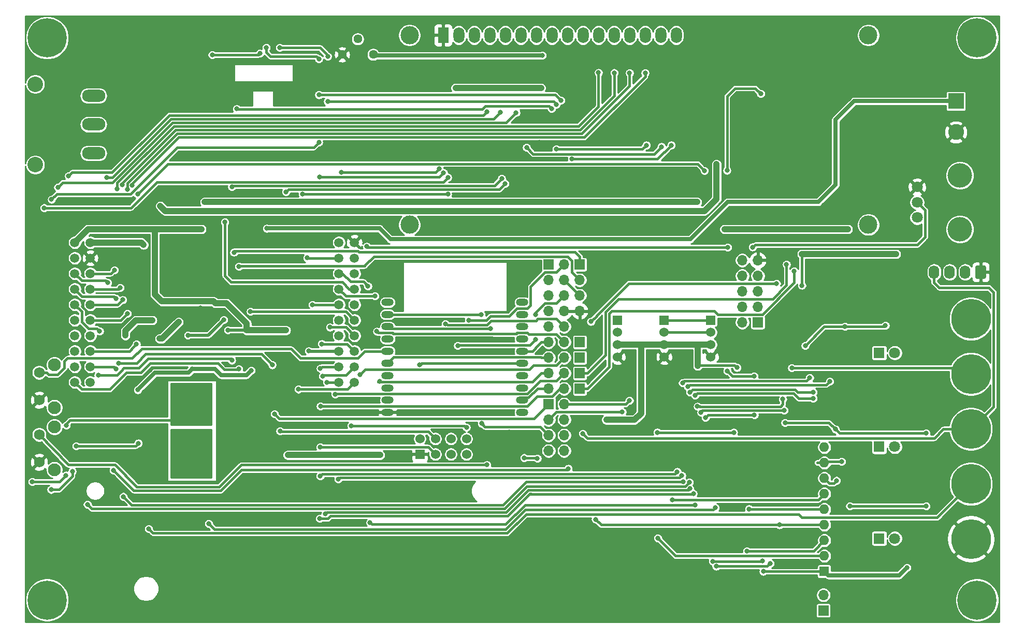
<source format=gbl>
%TF.GenerationSoftware,KiCad,Pcbnew,5.1.9*%
%TF.CreationDate,2021-04-22T13:54:56+02:00*%
%TF.ProjectId,MCT_Labor_5529,4d43545f-4c61-4626-9f72-5f353532392e,rev?*%
%TF.SameCoordinates,Original*%
%TF.FileFunction,Copper,L2,Bot*%
%TF.FilePolarity,Positive*%
%FSLAX46Y46*%
G04 Gerber Fmt 4.6, Leading zero omitted, Abs format (unit mm)*
G04 Created by KiCad (PCBNEW 5.1.9) date 2021-04-22 13:54:56*
%MOMM*%
%LPD*%
G01*
G04 APERTURE LIST*
%TA.AperFunction,ComponentPad*%
%ADD10O,1.740000X2.190000*%
%TD*%
%TA.AperFunction,ComponentPad*%
%ADD11C,6.400000*%
%TD*%
%TA.AperFunction,ComponentPad*%
%ADD12C,0.800000*%
%TD*%
%TA.AperFunction,ComponentPad*%
%ADD13C,1.500000*%
%TD*%
%TA.AperFunction,ComponentPad*%
%ADD14C,1.524000*%
%TD*%
%TA.AperFunction,ComponentPad*%
%ADD15R,1.524000X1.524000*%
%TD*%
%TA.AperFunction,ComponentPad*%
%ADD16C,2.540000*%
%TD*%
%TA.AperFunction,ComponentPad*%
%ADD17O,3.810000X2.000000*%
%TD*%
%TA.AperFunction,ComponentPad*%
%ADD18C,2.100000*%
%TD*%
%TA.AperFunction,ComponentPad*%
%ADD19C,1.750000*%
%TD*%
%TA.AperFunction,ComponentPad*%
%ADD20C,1.800000*%
%TD*%
%TA.AperFunction,ComponentPad*%
%ADD21R,1.800000X1.800000*%
%TD*%
%TA.AperFunction,ComponentPad*%
%ADD22C,6.500000*%
%TD*%
%TA.AperFunction,ComponentPad*%
%ADD23C,3.000000*%
%TD*%
%TA.AperFunction,ComponentPad*%
%ADD24O,1.800000X2.600000*%
%TD*%
%TA.AperFunction,ComponentPad*%
%ADD25R,1.800000X2.600000*%
%TD*%
%TA.AperFunction,ComponentPad*%
%ADD26O,2.000000X1.200000*%
%TD*%
%TA.AperFunction,WasherPad*%
%ADD27C,4.000000*%
%TD*%
%TA.AperFunction,ComponentPad*%
%ADD28C,1.440000*%
%TD*%
%TA.AperFunction,ComponentPad*%
%ADD29O,1.600000X1.600000*%
%TD*%
%TA.AperFunction,ComponentPad*%
%ADD30R,1.600000X1.600000*%
%TD*%
%TA.AperFunction,ComponentPad*%
%ADD31O,1.700000X1.700000*%
%TD*%
%TA.AperFunction,ComponentPad*%
%ADD32R,1.700000X1.700000*%
%TD*%
%TA.AperFunction,ComponentPad*%
%ADD33C,2.600000*%
%TD*%
%TA.AperFunction,ComponentPad*%
%ADD34R,2.600000X2.600000*%
%TD*%
%TA.AperFunction,ViaPad*%
%ADD35C,0.800000*%
%TD*%
%TA.AperFunction,Conductor*%
%ADD36C,0.400000*%
%TD*%
%TA.AperFunction,Conductor*%
%ADD37C,1.000000*%
%TD*%
%TA.AperFunction,Conductor*%
%ADD38C,0.500000*%
%TD*%
%TA.AperFunction,Conductor*%
%ADD39C,0.700000*%
%TD*%
%TA.AperFunction,Conductor*%
%ADD40C,0.390000*%
%TD*%
%TA.AperFunction,Conductor*%
%ADD41C,0.254000*%
%TD*%
%TA.AperFunction,Conductor*%
%ADD42C,0.100000*%
%TD*%
G04 APERTURE END LIST*
%TO.P,J10,1*%
%TO.N,GND*%
%TA.AperFunction,ComponentPad*%
G36*
G01*
X207466300Y-91493019D02*
X207466300Y-93183021D01*
G75*
G02*
X207216301Y-93433020I-249999J0D01*
G01*
X205976299Y-93433020D01*
G75*
G02*
X205726300Y-93183021I0J249999D01*
G01*
X205726300Y-91493019D01*
G75*
G02*
X205976299Y-91243020I249999J0D01*
G01*
X207216301Y-91243020D01*
G75*
G02*
X207466300Y-91493019I0J-249999D01*
G01*
G37*
%TD.AperFunction*%
D10*
%TO.P,J10,2*%
%TO.N,+12V*%
X204056300Y-92338020D03*
%TO.P,J10,3*%
%TO.N,/Launchpad/P1.6*%
X201516300Y-92338020D03*
%TO.P,J10,4*%
%TO.N,/Launchpad/P1.5_FAN*%
X198976300Y-92338020D03*
%TD*%
D11*
%TO.P,REF\u002A\u002A,1*%
%TO.N,N/C*%
X206000000Y-146000000D03*
D12*
X208400000Y-146000000D03*
X207697056Y-147697056D03*
X206000000Y-148400000D03*
X204302944Y-147697056D03*
X203600000Y-146000000D03*
X204302944Y-144302944D03*
X206000000Y-143600000D03*
X207697056Y-144302944D03*
%TD*%
D11*
%TO.P,REF\u002A\u002A,1*%
%TO.N,N/C*%
X54000000Y-54000000D03*
D12*
X56400000Y-54000000D03*
X55697056Y-55697056D03*
X54000000Y-56400000D03*
X52302944Y-55697056D03*
X51600000Y-54000000D03*
X52302944Y-52302944D03*
X54000000Y-51600000D03*
X55697056Y-52302944D03*
%TD*%
%TO.P,e,1*%
%TO.N,N/C*%
X55697056Y-144302944D03*
X54000000Y-143600000D03*
X52302944Y-144302944D03*
X51600000Y-146000000D03*
X52302944Y-147697056D03*
X54000000Y-148400000D03*
X55697056Y-147697056D03*
X56400000Y-146000000D03*
D11*
X54000000Y-146000000D03*
%TD*%
D12*
%TO.P,REF\u002A\u002A,1*%
%TO.N,N/C*%
X207697056Y-52302944D03*
X206000000Y-51600000D03*
X204302944Y-52302944D03*
X203600000Y-54000000D03*
X204302944Y-55697056D03*
X206000000Y-56400000D03*
X207697056Y-55697056D03*
X208400000Y-54000000D03*
D11*
X206000000Y-54000000D03*
%TD*%
D13*
%TO.P,U10,1*%
%TO.N,+3V3*%
X58500000Y-87500000D03*
%TO.P,U10,21*%
%TO.N,VBUS*%
X61040000Y-87500000D03*
%TO.P,U10,20*%
%TO.N,GND*%
X104220000Y-87500000D03*
%TO.P,U10,40*%
%TO.N,/SPI/A0*%
X101680000Y-87500000D03*
%TO.P,U10,2*%
%TO.N,/Launchpad/P6.5*%
X58500000Y-90040000D03*
%TO.P,U10,3*%
%TO.N,/Launchpad/P3.4*%
X58500000Y-92580000D03*
%TO.P,U10,4*%
%TO.N,/Launchpad/P3.3*%
X58500000Y-95120000D03*
%TO.P,U10,5*%
%TO.N,/Launchpad/P1.6*%
X58500000Y-97660000D03*
%TO.P,U10,6*%
%TO.N,/LCD/E*%
X58500000Y-100200000D03*
%TO.P,U10,7*%
%TO.N,/Launchpad/P3.2*%
X58500000Y-102740000D03*
%TO.P,U10,8*%
%TO.N,/SPI/A2*%
X58500000Y-105280000D03*
%TO.P,U10,9*%
%TO.N,/Launchpad/P4.2*%
X58500000Y-107820000D03*
%TO.P,U10,10*%
%TO.N,/Launchpad/P4.1*%
X58500000Y-110360000D03*
%TO.P,U10,11*%
%TO.N,/SPI/ADDR_EN*%
X104220000Y-110360000D03*
%TO.P,U10,12*%
%TO.N,/Button_decoder/BTN_S1*%
X104220000Y-107820000D03*
%TO.P,U10,13*%
%TO.N,/SPI/A1*%
X104220000Y-105280000D03*
%TO.P,U10,14*%
%TO.N,/SPI/MISO*%
X104220000Y-102740000D03*
%TO.P,U10,15*%
%TO.N,/SPI/MOSI*%
X104220000Y-100200000D03*
%TO.P,U10,16*%
%TO.N,Net-(U10-Pad16)*%
X104220000Y-97660000D03*
%TO.P,U10,17*%
%TO.N,/Launchpad/P7.4*%
X104220000Y-95120000D03*
%TO.P,U10,18*%
%TO.N,/Button_decoder/BTN_S0*%
X104220000Y-92580000D03*
%TO.P,U10,19*%
%TO.N,/Button_decoder/BTN_INT*%
X104220000Y-90040000D03*
%TO.P,U10,22*%
%TO.N,GND*%
X61040000Y-90040000D03*
%TO.P,U10,23*%
%TO.N,/LCD/D4*%
X61040000Y-92580000D03*
%TO.P,U10,24*%
%TO.N,/LCD/D5*%
X61040000Y-95120000D03*
%TO.P,U10,25*%
%TO.N,/LCD/D6*%
X61040000Y-97660000D03*
%TO.P,U10,26*%
%TO.N,/LCD/D7*%
X61040000Y-100200000D03*
%TO.P,U10,27*%
%TO.N,/Launchpad/P6.4*%
X61040000Y-102740000D03*
%TO.P,U10,28*%
%TO.N,/Launchpad/P7.0*%
X61040000Y-105280000D03*
%TO.P,U10,29*%
%TO.N,/LED-Treiber/LED_5*%
X61040000Y-107820000D03*
%TO.P,U10,30*%
%TO.N,/LED-Treiber/LED_4*%
X61040000Y-110360000D03*
%TO.P,U10,31*%
%TO.N,12V_Enable*%
X101680000Y-110360000D03*
%TO.P,U10,32*%
%TO.N,/LED-Treiber/LED_6*%
X101680000Y-107820000D03*
%TO.P,U10,33*%
%TO.N,/SPI/NRF_CE*%
X101680000Y-105280000D03*
%TO.P,U10,34*%
%TO.N,/SPI/NRF_INT*%
X101680000Y-102740000D03*
%TO.P,U10,35*%
%TO.N,Net-(JP1-Pad2)*%
X101680000Y-100200000D03*
%TO.P,U10,36*%
%TO.N,Net-(JP3-Pad2)*%
X101680000Y-97660000D03*
%TO.P,U10,37*%
%TO.N,Net-(JP4-Pad2)*%
X101680000Y-95120000D03*
%TO.P,U10,38*%
%TO.N,Net-(JP5-Pad2)*%
X101680000Y-92580000D03*
%TO.P,U10,39*%
%TO.N,/Button_decoder/BTN_S2*%
X101680000Y-90040000D03*
%TD*%
D14*
%TO.P,J6,4*%
%TO.N,GND*%
X162463800Y-106204400D03*
%TO.P,J6,3*%
%TO.N,+3V3*%
X162463800Y-104204400D03*
%TO.P,J6,2*%
%TO.N,/Launchpad/P4.1*%
X162463800Y-102204400D03*
D15*
%TO.P,J6,1*%
%TO.N,/Launchpad/P4.2*%
X162463800Y-100204400D03*
%TD*%
D16*
%TO.P,SW3,*%
%TO.N,*%
X52045000Y-74775000D03*
X52045000Y-61575000D03*
D17*
%TO.P,SW3,1*%
%TO.N,VDD*%
X61575000Y-72875000D03*
%TO.P,SW3,2*%
%TO.N,Net-(C17-Pad1)*%
X61575000Y-68175000D03*
%TO.P,SW3,3*%
%TO.N,Net-(SW3-Pad3)*%
X61575000Y-63475000D03*
%TD*%
D18*
%TO.P,SW2,*%
%TO.N,*%
X55175000Y-124670000D03*
D19*
%TO.P,SW2,1*%
%TO.N,GND*%
X52685000Y-123420000D03*
%TO.P,SW2,2*%
%TO.N,Net-(R29-Pad2)*%
X52685000Y-118920000D03*
D18*
%TO.P,SW2,*%
%TO.N,*%
X55175000Y-117660000D03*
%TD*%
%TO.P,SW1,*%
%TO.N,*%
X55175000Y-114510000D03*
D19*
%TO.P,SW1,1*%
%TO.N,GND*%
X52685000Y-113260000D03*
%TO.P,SW1,2*%
%TO.N,Net-(R28-Pad2)*%
X52685000Y-108760000D03*
D18*
%TO.P,SW1,*%
%TO.N,*%
X55175000Y-107500000D03*
%TD*%
D20*
%TO.P,LD_F3,2*%
%TO.N,Net-(LD_F3-Pad2)*%
X192550100Y-135911100D03*
D21*
%TO.P,LD_F3,1*%
%TO.N,/Button_decoder/LED_F3*%
X190010100Y-135911100D03*
%TD*%
D20*
%TO.P,LD_F2,2*%
%TO.N,Net-(LD_F2-Pad2)*%
X192550100Y-120911100D03*
D21*
%TO.P,LD_F2,1*%
%TO.N,/Button_decoder/LED_F2*%
X190010100Y-120911100D03*
%TD*%
%TO.P,LD_F1,1*%
%TO.N,/Button_decoder/LED_F1*%
X190010100Y-105551100D03*
D20*
%TO.P,LD_F1,2*%
%TO.N,Net-(LD_F1-Pad2)*%
X192550100Y-105551100D03*
%TD*%
D22*
%TO.P,J13,1*%
%TO.N,GND*%
X205000000Y-136000000D03*
%TD*%
%TO.P,J12,1*%
%TO.N,/Launchpad/P1.5_FAN*%
X205000000Y-118000000D03*
%TD*%
%TO.P,J11,1*%
%TO.N,/Launchpad/P1.6*%
X205000000Y-127000000D03*
%TD*%
%TO.P,J8,1*%
%TO.N,Net-(J8-Pad1)*%
X205000000Y-109000000D03*
%TD*%
D23*
%TO.P,U1,*%
%TO.N,*%
X188225000Y-53570000D03*
X188224480Y-84570700D03*
X113225900Y-84570700D03*
X113225900Y-53570000D03*
D24*
%TO.P,U1,16*%
%TO.N,Net-(U1-Pad16)*%
X156825000Y-53570000D03*
%TO.P,U1,15*%
%TO.N,Net-(U1-Pad15)*%
X154285000Y-53570000D03*
%TO.P,U1,14*%
%TO.N,/LCD/D7*%
X151745000Y-53570000D03*
%TO.P,U1,13*%
%TO.N,/LCD/D6*%
X149205000Y-53570000D03*
%TO.P,U1,12*%
%TO.N,/LCD/D5*%
X146665000Y-53570000D03*
%TO.P,U1,11*%
%TO.N,/LCD/D4*%
X144125000Y-53570000D03*
%TO.P,U1,10*%
%TO.N,Net-(U1-Pad10)*%
X141585000Y-53570000D03*
%TO.P,U1,9*%
%TO.N,Net-(U1-Pad9)*%
X139045000Y-53570000D03*
%TO.P,U1,8*%
%TO.N,Net-(U1-Pad8)*%
X136505000Y-53570000D03*
%TO.P,U1,7*%
%TO.N,Net-(U1-Pad7)*%
X133965000Y-53570000D03*
%TO.P,U1,6*%
%TO.N,/LCD/E*%
X131425000Y-53570000D03*
%TO.P,U1,5*%
%TO.N,/Launchpad/P6.4*%
X128885000Y-53570000D03*
%TO.P,U1,4*%
%TO.N,/Launchpad/P6.5*%
X126345000Y-53570000D03*
%TO.P,U1,3*%
%TO.N,Net-(RV1-Pad2)*%
X123805000Y-53570000D03*
%TO.P,U1,2*%
%TO.N,+3V3*%
X121265000Y-53570000D03*
D25*
%TO.P,U1,1*%
%TO.N,GND*%
X118725000Y-53570000D03*
%TD*%
D26*
%TO.P,X1,10*%
%TO.N,GND*%
X109630000Y-115275000D03*
%TO.P,X1,11*%
%TO.N,Net-(X1-Pad11)*%
X131630000Y-115275000D03*
%TO.P,X1,9*%
%TO.N,/Launchpad/P1.2_XBEE*%
X109630000Y-113275000D03*
%TO.P,X1,12*%
%TO.N,/Launchpad/P1.3_XBEE*%
X131630000Y-113275000D03*
%TO.P,X1,8*%
%TO.N,Net-(X1-Pad8)*%
X109630000Y-111275000D03*
%TO.P,X1,13*%
%TO.N,Net-(X1-Pad13)*%
X131630000Y-111275000D03*
%TO.P,X1,7*%
%TO.N,Net-(X1-Pad7)*%
X109630000Y-109275000D03*
%TO.P,X1,14*%
%TO.N,Net-(X1-Pad14)*%
X131630000Y-109275000D03*
%TO.P,X1,6*%
%TO.N,/Launchpad/P1.5_XBEE*%
X109630000Y-107275000D03*
%TO.P,X1,15*%
%TO.N,Net-(D11-Pad2)*%
X131630000Y-107275000D03*
%TO.P,X1,5*%
%TO.N,Net-(R28-Pad2)*%
X109630000Y-105275000D03*
%TO.P,X1,16*%
%TO.N,/Launchpad/P1.4_XBEE*%
X131630000Y-105275000D03*
%TO.P,X1,4*%
%TO.N,Net-(X1-Pad4)*%
X109630000Y-103275000D03*
%TO.P,X1,17*%
%TO.N,Net-(X1-Pad17)*%
X131630000Y-103275000D03*
%TO.P,X1,3*%
%TO.N,Net-(J4-Pad7)*%
X109630000Y-101275000D03*
%TO.P,X1,18*%
%TO.N,Net-(X1-Pad18)*%
X131630000Y-101275000D03*
%TO.P,X1,2*%
%TO.N,Net-(J4-Pad5)*%
X109630000Y-99275000D03*
%TO.P,X1,19*%
%TO.N,Net-(X1-Pad19)*%
X131630000Y-99275000D03*
%TO.P,X1,1*%
%TO.N,+3V3*%
X109630000Y-97275000D03*
%TO.P,X1,20*%
%TO.N,Net-(R29-Pad2)*%
X131630000Y-97275000D03*
%TD*%
D14*
%TO.P,U5,8*%
%TO.N,/SPI/NRF_INT*%
X122535000Y-119610000D03*
%TO.P,U5,7*%
%TO.N,/SPI/MISO*%
X122535000Y-122150000D03*
%TO.P,U5,6*%
%TO.N,/SPI/MOSI*%
X119995000Y-119610000D03*
%TO.P,U5,5*%
%TO.N,/Launchpad/P3.2*%
X119995000Y-122150000D03*
%TO.P,U5,4*%
%TO.N,Net-(U4-Pad14)*%
X117455000Y-119610000D03*
%TO.P,U5,3*%
%TO.N,/SPI/NRF_CE*%
X117455000Y-122150000D03*
%TO.P,U5,2*%
%TO.N,+3V3*%
X114915000Y-119610000D03*
D15*
%TO.P,U5,1*%
%TO.N,GND*%
X114915000Y-122150000D03*
%TD*%
D27*
%TO.P,RV2,*%
%TO.N,*%
X203195000Y-85315000D03*
X203195000Y-76515000D03*
D20*
%TO.P,RV2,1*%
%TO.N,Net-(R39-Pad2)*%
X196195000Y-83415000D03*
%TO.P,RV2,2*%
%TO.N,Net-(J14-Pad5)*%
X196195000Y-80915000D03*
%TO.P,RV2,3*%
%TO.N,GND*%
X196195000Y-78415000D03*
%TD*%
D28*
%TO.P,RV1,3*%
%TO.N,GND*%
X102215000Y-56745000D03*
%TO.P,RV1,2*%
%TO.N,Net-(RV1-Pad2)*%
X104755000Y-54205000D03*
%TO.P,RV1,1*%
%TO.N,-3V3*%
X107295000Y-56745000D03*
%TD*%
D29*
%TO.P,RN1,9*%
%TO.N,Net-(RN1-Pad9)*%
X181033740Y-120994300D03*
%TO.P,RN1,8*%
%TO.N,Net-(RN1-Pad8)*%
X181033740Y-123534300D03*
%TO.P,RN1,7*%
%TO.N,Net-(RN1-Pad7)*%
X181033740Y-126074300D03*
%TO.P,RN1,6*%
%TO.N,Net-(RN1-Pad6)*%
X181033740Y-128614300D03*
%TO.P,RN1,5*%
%TO.N,Net-(RN1-Pad5)*%
X181033740Y-131154300D03*
%TO.P,RN1,4*%
%TO.N,Net-(RN1-Pad4)*%
X181033740Y-133694300D03*
%TO.P,RN1,3*%
%TO.N,Net-(RN1-Pad3)*%
X181033740Y-136234300D03*
%TO.P,RN1,2*%
%TO.N,Net-(RN1-Pad2)*%
X181033740Y-138774300D03*
D30*
%TO.P,RN1,1*%
%TO.N,+3V3*%
X181033740Y-141314300D03*
%TD*%
D31*
%TO.P,JP5,3*%
%TO.N,/Launchpad/P1.5_XBEE*%
X135966520Y-106329640D03*
%TO.P,JP5,2*%
%TO.N,Net-(JP5-Pad2)*%
X138506520Y-106329640D03*
D32*
%TO.P,JP5,1*%
%TO.N,/Launchpad/P1.5_FAN*%
X141046520Y-106329640D03*
%TD*%
D31*
%TO.P,JP4,3*%
%TO.N,/Launchpad/P1.4_XBEE*%
X135966520Y-103789640D03*
%TO.P,JP4,2*%
%TO.N,Net-(JP4-Pad2)*%
X138506520Y-103789640D03*
D32*
%TO.P,JP4,1*%
%TO.N,/LED-Treiber/LED_3*%
X141046520Y-103789640D03*
%TD*%
D31*
%TO.P,JP3,3*%
%TO.N,/Launchpad/P1.3_XBEE*%
X135966520Y-111409640D03*
%TO.P,JP3,2*%
%TO.N,Net-(JP3-Pad2)*%
X138506520Y-111409640D03*
D32*
%TO.P,JP3,1*%
%TO.N,/LED-Treiber/LED_2*%
X141046520Y-111409640D03*
%TD*%
D31*
%TO.P,JP1,3*%
%TO.N,/Launchpad/P1.2_XBEE*%
X135966520Y-108869640D03*
%TO.P,JP1,2*%
%TO.N,Net-(JP1-Pad2)*%
X138506520Y-108869640D03*
D32*
%TO.P,JP1,1*%
%TO.N,/LED-Treiber/LED_1*%
X141046520Y-108869640D03*
%TD*%
D33*
%TO.P,J18,2*%
%TO.N,GND*%
X202545000Y-69445000D03*
D34*
%TO.P,J18,1*%
%TO.N,VDC*%
X202545000Y-64365000D03*
%TD*%
D31*
%TO.P,J14,10*%
%TO.N,/Launchpad/P7.0*%
X167620000Y-90400000D03*
%TO.P,J14,9*%
%TO.N,GND*%
X170160000Y-90400000D03*
%TO.P,J14,8*%
%TO.N,/Launchpad/P7.0*%
X167620000Y-92940000D03*
%TO.P,J14,7*%
%TO.N,Net-(D12-Pad3)*%
X170160000Y-92940000D03*
%TO.P,J14,6*%
%TO.N,/Launchpad/P7.0*%
X167620000Y-95480000D03*
%TO.P,J14,5*%
%TO.N,Net-(J14-Pad5)*%
X170160000Y-95480000D03*
%TO.P,J14,4*%
%TO.N,/Launchpad/P7.0*%
X167620000Y-98020000D03*
%TO.P,J14,3*%
%TO.N,Net-(J14-Pad3)*%
X170160000Y-98020000D03*
%TO.P,J14,2*%
%TO.N,/Launchpad/P7.0*%
X167620000Y-100560000D03*
D32*
%TO.P,J14,1*%
%TO.N,Net-(J14-Pad1)*%
X170160000Y-100560000D03*
%TD*%
D31*
%TO.P,J7,4*%
%TO.N,GND*%
X141046520Y-98709640D03*
%TO.P,J7,3*%
%TO.N,+3V3*%
X141046520Y-96169640D03*
%TO.P,J7,2*%
%TO.N,/Launchpad/P4.1*%
X141046520Y-93629640D03*
D32*
%TO.P,J7,1*%
%TO.N,/Launchpad/P4.2*%
X141046520Y-91089640D03*
%TD*%
D14*
%TO.P,J5,4*%
%TO.N,GND*%
X154843800Y-106204400D03*
%TO.P,J5,3*%
%TO.N,+3V3*%
X154843800Y-104204400D03*
%TO.P,J5,2*%
%TO.N,/Launchpad/P4.1*%
X154843800Y-102204400D03*
D15*
%TO.P,J5,1*%
%TO.N,/Launchpad/P4.2*%
X154843800Y-100204400D03*
%TD*%
D31*
%TO.P,J4,8*%
%TO.N,/Launchpad/P3.3*%
X138506520Y-121569640D03*
%TO.P,J4,7*%
%TO.N,Net-(J4-Pad7)*%
X135966520Y-121569640D03*
%TO.P,J4,6*%
%TO.N,/Launchpad/P3.4*%
X138506520Y-119029640D03*
%TO.P,J4,5*%
%TO.N,Net-(J4-Pad5)*%
X135966520Y-119029640D03*
%TO.P,J4,4*%
%TO.N,/Launchpad/P3.4*%
X138506520Y-116489640D03*
%TO.P,J4,3*%
%TO.N,Net-(J3-Pad2)*%
X135966520Y-116489640D03*
%TO.P,J4,2*%
%TO.N,Net-(J3-Pad1)*%
X138506520Y-113949640D03*
D32*
%TO.P,J4,1*%
%TO.N,/Launchpad/P3.3*%
X135966520Y-113949640D03*
%TD*%
D14*
%TO.P,J3,4*%
%TO.N,GND*%
X147223800Y-106204400D03*
%TO.P,J3,3*%
%TO.N,+3V3*%
X147223800Y-104204400D03*
%TO.P,J3,2*%
%TO.N,Net-(J3-Pad2)*%
X147223800Y-102204400D03*
D15*
%TO.P,J3,1*%
%TO.N,Net-(J3-Pad1)*%
X147223800Y-100204400D03*
%TD*%
D31*
%TO.P,J2,10*%
%TO.N,/SPI/MOSI*%
X138506520Y-101249640D03*
%TO.P,J2,9*%
%TO.N,Net-(J2-Pad9)*%
X135966520Y-101249640D03*
%TO.P,J2,8*%
%TO.N,GND*%
X138506520Y-98709640D03*
%TO.P,J2,7*%
%TO.N,Net-(J2-Pad7)*%
X135966520Y-98709640D03*
%TO.P,J2,6*%
%TO.N,/Launchpad/P3.2*%
X138506520Y-96169640D03*
%TO.P,J2,5*%
%TO.N,Net-(J2-Pad5)*%
X135966520Y-96169640D03*
%TO.P,J2,4*%
%TO.N,+3V3*%
X138506520Y-93629640D03*
%TO.P,J2,3*%
%TO.N,Net-(J2-Pad3)*%
X135966520Y-93629640D03*
%TO.P,J2,2*%
%TO.N,/SPI/MISO*%
X138506520Y-91089640D03*
D32*
%TO.P,J2,1*%
%TO.N,Net-(J2-Pad1)*%
X135966520Y-91089640D03*
%TD*%
D22*
%TO.P,J9,1*%
%TO.N,+3V3*%
X205000000Y-100000000D03*
%TD*%
D32*
%TO.P,J15,1*%
%TO.N,Net-(J15-Pad1)*%
X180881340Y-147710020D03*
D31*
%TO.P,J15,2*%
%TO.N,Net-(J15-Pad2)*%
X180881340Y-145170020D03*
%TD*%
D35*
%TO.N,+BATT*%
X163195320Y-130902840D03*
X80396400Y-133493640D03*
X76213020Y-118936900D03*
X77960540Y-118947060D03*
X79827440Y-118936900D03*
X77815760Y-120913020D03*
X79799500Y-120920640D03*
X77797980Y-122591960D03*
X79766480Y-122645300D03*
X79776640Y-124387740D03*
X77764960Y-124344560D03*
X75623740Y-124451240D03*
%TO.N,GND*%
X95646560Y-64298960D03*
X196750320Y-68349320D03*
X197706300Y-110961300D03*
X185184100Y-110910500D03*
X197731700Y-125947300D03*
X185158700Y-125896500D03*
X176306800Y-124385200D03*
X163810000Y-124207400D03*
X151641500Y-136731500D03*
X151313200Y-124334400D03*
X166248400Y-113437800D03*
X153777000Y-113742600D03*
X185229820Y-140862180D03*
X197731700Y-140885040D03*
X129560640Y-118527960D03*
X171033760Y-120971440D03*
X166578600Y-106630600D03*
X176520160Y-104491920D03*
X90896760Y-55556280D03*
X80970440Y-55038120D03*
X179415760Y-100554920D03*
X178633440Y-114103280D03*
X163568700Y-137382380D03*
X162306320Y-92434540D03*
X74089580Y-95942280D03*
X83289460Y-119803040D03*
X89931560Y-108914060D03*
X170698480Y-106818560D03*
X128300800Y-115449480D03*
X71026340Y-122114440D03*
X70934900Y-123640980D03*
X70909500Y-125203080D03*
X72575740Y-123668920D03*
X72585900Y-125210700D03*
X71315900Y-114123600D03*
X71458140Y-111438820D03*
X72898320Y-111438820D03*
X67363660Y-112117000D03*
X82684940Y-103531800D03*
X79024800Y-98215580D03*
X79027340Y-91466800D03*
X79042580Y-89419560D03*
X76418760Y-89401780D03*
X76400980Y-91499820D03*
X74188640Y-89419560D03*
X74173400Y-91532840D03*
X74122600Y-93712160D03*
X123840560Y-72749440D03*
X123609420Y-76991340D03*
X134470460Y-71069669D03*
X158613160Y-76871960D03*
X169000460Y-63423960D03*
X169000460Y-64559340D03*
X171780520Y-67232660D03*
X173025120Y-67240280D03*
X175582900Y-67994660D03*
X175582900Y-69378960D03*
X135909359Y-59425981D03*
X133874819Y-59425981D03*
X174470380Y-109043600D03*
X169225280Y-136973440D03*
X174833600Y-136226400D03*
%TO.N,+3V3*%
X86609240Y-101855400D03*
X81493680Y-97423100D03*
X80980600Y-56790720D03*
X88768240Y-56536720D03*
X131963174Y-122718654D03*
X134128326Y-122816246D03*
X166756400Y-107956480D03*
X160340360Y-107672000D03*
X177383760Y-94517340D03*
X177368520Y-89378920D03*
X184396700Y-101243260D03*
X191021020Y-101047680D03*
X77815579Y-97115579D03*
X79228000Y-85320000D03*
X83534941Y-101818941D03*
X93045600Y-101855400D03*
X93325000Y-122277000D03*
X108438000Y-122277000D03*
X145395000Y-116513602D03*
X79736000Y-80875000D03*
X111359000Y-80875000D03*
X122281000Y-80875000D03*
X115677000Y-80875000D03*
X120757000Y-62206000D03*
X134727000Y-62206000D03*
X145776000Y-80875000D03*
X160254000Y-80875000D03*
X131552000Y-80875000D03*
X192766000Y-89384000D03*
X164699000Y-85320000D03*
X174605000Y-85320000D03*
X184892000Y-85320000D03*
X194544000Y-140692000D03*
X177907000Y-104370000D03*
X171049000Y-141327000D03*
%TO.N,VBUS*%
X69766500Y-87870160D03*
%TO.N,VDD*%
X77008040Y-102663120D03*
X51557240Y-126638180D03*
X76124120Y-116592480D03*
X78049440Y-116678840D03*
X79822360Y-116635660D03*
X79802040Y-114126140D03*
X77909740Y-114049940D03*
X79870620Y-111568360D03*
X77922440Y-111593760D03*
X75494200Y-111606460D03*
X82860200Y-100138360D03*
X57135080Y-117407820D03*
X57079200Y-125586620D03*
X71200840Y-100216990D03*
X66776920Y-102703760D03*
%TO.N,Net-(D11-Pad2)*%
X114880002Y-107475000D03*
%TO.N,/Launchpad/P7.4*%
X83060860Y-84161760D03*
%TO.N,Net-(J1-Pad2)*%
X84181000Y-78388041D03*
X128295990Y-77018004D03*
%TO.N,/SPI/MOSI*%
X119083140Y-100805000D03*
X136436420Y-65594360D03*
X84981000Y-65632460D03*
X87223920Y-98804860D03*
X151930420Y-71576060D03*
X137216521Y-72208199D03*
%TO.N,/Launchpad/P3.2*%
X133831650Y-99274183D03*
X133830010Y-103339639D03*
X121102440Y-104377620D03*
X89822340Y-55596920D03*
X98412620Y-57458740D03*
X137983960Y-64244959D03*
X98417700Y-63336300D03*
X98412620Y-71069679D03*
X54714460Y-80448280D03*
X156019820Y-71568440D03*
X139756521Y-73816701D03*
%TO.N,/SPI/MISO*%
X100223640Y-101355020D03*
X122898220Y-100204990D03*
X92019440Y-55607080D03*
X99853963Y-57019712D03*
X137216200Y-64885700D03*
X99847720Y-64438660D03*
%TO.N,Net-(J3-Pad2)*%
X148007681Y-115239639D03*
%TO.N,Net-(J3-Pad1)*%
X149185801Y-113341280D03*
%TO.N,/Launchpad/P3.3*%
X65283400Y-96691580D03*
X90785000Y-107532300D03*
X91166000Y-115546000D03*
X65682180Y-107230001D03*
%TO.N,Net-(J4-Pad7)*%
X126448000Y-101600000D03*
%TO.N,/Launchpad/P3.4*%
X139192320Y-124486800D03*
X63881320Y-94072840D03*
X64849794Y-124770546D03*
%TO.N,Net-(J4-Pad5)*%
X125024200Y-117110640D03*
X124950540Y-99287460D03*
%TO.N,/Launchpad/P4.1*%
X85354480Y-91418540D03*
X163354882Y-140469152D03*
X172161520Y-140023980D03*
X85324000Y-108180000D03*
%TO.N,/Launchpad/P4.2*%
X84531520Y-89099520D03*
X62349700Y-109175680D03*
X162791460Y-139642980D03*
X170911840Y-139609960D03*
X84181000Y-106783000D03*
%TO.N,Net-(J8-Pad1)*%
X175712440Y-108002200D03*
%TO.N,/Launchpad/P1.5_FAN*%
X141534200Y-118746400D03*
%TO.N,/Launchpad/P1.6*%
X62588460Y-102020500D03*
X70597080Y-134347080D03*
%TO.N,/Launchpad/P7.0*%
X68773788Y-79569868D03*
X68593020Y-104098220D03*
X161437640Y-75731500D03*
%TO.N,Net-(J14-Pad5)*%
X169293860Y-88251160D03*
%TO.N,/Launchpad/P1.2_XBEE*%
X108311000Y-110212000D03*
%TO.N,Net-(JP1-Pad2)*%
X101066920Y-112310001D03*
%TO.N,/LED-Treiber/LED_1*%
X174848840Y-91060400D03*
%TO.N,Net-(JP3-Pad2)*%
X97368680Y-97674560D03*
X98659000Y-114276000D03*
%TO.N,/LED-Treiber/LED_2*%
X176098520Y-92203400D03*
%TO.N,Net-(JP4-Pad2)*%
X107566780Y-96264860D03*
X107881740Y-102040820D03*
%TO.N,/LED-Treiber/LED_3*%
X142867700Y-100433000D03*
X173233400Y-94189680D03*
%TO.N,Net-(JP5-Pad2)*%
X106434141Y-94618940D03*
X105143620Y-109071540D03*
%TO.N,/Launchpad/P6.5*%
X125882720Y-66092200D03*
X57500840Y-76605260D03*
%TO.N,/Launchpad/P6.4*%
X128067120Y-66160780D03*
X63723840Y-76831220D03*
%TO.N,/LCD/E*%
X130650300Y-66239520D03*
X55748240Y-78459460D03*
%TO.N,/LCD/D4*%
X144119920Y-59701560D03*
X65448500Y-78695680D03*
X64993840Y-91992580D03*
%TO.N,/LCD/D5*%
X146690400Y-59726960D03*
X66248500Y-78075121D03*
X65923480Y-94872940D03*
%TO.N,/LCD/D6*%
X149199920Y-59732040D03*
X67094221Y-78785437D03*
X66332420Y-96871920D03*
%TO.N,/LCD/D7*%
X151755160Y-59747280D03*
X67894221Y-78134061D03*
X67102040Y-99109660D03*
%TO.N,/SPI/ADDR_EN*%
X119487000Y-79605000D03*
X95738000Y-79605000D03*
X95074999Y-111510001D03*
%TO.N,Net-(R29-Pad2)*%
X125892880Y-123877200D03*
%TO.N,Net-(R52-Pad2)*%
X54643340Y-127933580D03*
X58105360Y-124956700D03*
X58730200Y-120806340D03*
X68915600Y-120338980D03*
%TO.N,Net-(RN1-Pad8)*%
X197688520Y-130638680D03*
X185206960Y-130633600D03*
X183855680Y-123333640D03*
%TO.N,Net-(RN1-Pad7)*%
X183033741Y-126442600D03*
X182833751Y-118036049D03*
X174605000Y-116988720D03*
X197668200Y-118700680D03*
%TO.N,Net-(RN1-Pad6)*%
X156200160Y-129607440D03*
%TO.N,Net-(RN1-Pad5)*%
X168712200Y-131095880D03*
%TO.N,Net-(RN1-Pad4)*%
X143632240Y-132777360D03*
X173695680Y-133696840D03*
%TO.N,Net-(RN1-Pad3)*%
X168392160Y-137974300D03*
%TO.N,Net-(RN1-Pad2)*%
X153797320Y-135850760D03*
X153741440Y-118553360D03*
X166228080Y-118553360D03*
%TO.N,/LED-Treiber/LED_6*%
X178651220Y-109627800D03*
X98648840Y-108086020D03*
X156990000Y-124989720D03*
X157856376Y-110489874D03*
X98646249Y-125693249D03*
%TO.N,/LED-Treiber/LED_5*%
X179203089Y-111995540D03*
X159052044Y-111975539D03*
X157933641Y-126623323D03*
X65245770Y-108141900D03*
X66449796Y-129068424D03*
%TO.N,/LED-Treiber/LED_4*%
X179202383Y-112995541D03*
X159898400Y-112508160D03*
X158958438Y-126729898D03*
X60574240Y-130346580D03*
%TO.N,/Button_decoder/BTN_INT*%
X169601200Y-115723800D03*
X161590040Y-116155600D03*
X159888240Y-130407440D03*
X106781920Y-133346320D03*
%TO.N,/Button_decoder/BTN_S0*%
X169555480Y-109368720D03*
X165171440Y-108520360D03*
X165227320Y-88276560D03*
X106243440Y-88152100D03*
%TO.N,/Button_decoder/BTN_S1*%
X160289560Y-114316640D03*
X159043014Y-127776694D03*
X174249670Y-113133000D03*
X99057780Y-109366180D03*
X99493925Y-131868040D03*
%TO.N,/Button_decoder/BTN_S2*%
X174452600Y-114941480D03*
X160883920Y-115292000D03*
X159624695Y-128590113D03*
X96500000Y-90019000D03*
X98554959Y-132668041D03*
%TO.N,Net-(U4-Pad14)*%
X93022740Y-79203680D03*
X128829120Y-77885420D03*
X92055000Y-118340000D03*
%TO.N,Net-(U4-Pad13)*%
X132359720Y-71941820D03*
X154424700Y-71817360D03*
%TO.N,/SPI/A2*%
X53500340Y-81822420D03*
X119497160Y-76828780D03*
%TO.N,/SPI/A1*%
X98897760Y-104080440D03*
X98519300Y-76788041D03*
X118805160Y-76106879D03*
%TO.N,/SPI/A0*%
X102108320Y-75988040D03*
X118081518Y-75416702D03*
%TO.N,/SPI/NRF_INT*%
X103693280Y-117456080D03*
X122537540Y-117753260D03*
%TO.N,/SPI/NRF_CE*%
X96754000Y-105259000D03*
X98639999Y-120987999D03*
%TO.N,Net-(C17-Pad1)*%
X75496740Y-100504120D03*
X163408680Y-74674860D03*
X72494250Y-81515290D03*
X72370000Y-103227000D03*
%TO.N,-3V3*%
X134922580Y-56887240D03*
%TO.N,12V_Enable*%
X158688956Y-111043782D03*
X157749304Y-125640458D03*
X181917660Y-110232320D03*
X165130800Y-75706100D03*
X170637520Y-63153420D03*
X99729999Y-110360000D03*
X101585080Y-126219080D03*
%TO.N,VDC*%
X68814000Y-111609000D03*
X77704000Y-108180000D03*
X87356000Y-108434000D03*
X89896000Y-85193000D03*
%TD*%
D36*
%TO.N,+BATT*%
X128928750Y-134458270D02*
X98823530Y-134458270D01*
X132184841Y-131207441D02*
X128934012Y-134458270D01*
X128934012Y-134458270D02*
X128928750Y-134458270D01*
X163195320Y-130902840D02*
X162890719Y-131207441D01*
X162890719Y-131207441D02*
X132184841Y-131207441D01*
X98823530Y-134458270D02*
X81572990Y-134458270D01*
X81572990Y-134458270D02*
X81361030Y-134458270D01*
X81361030Y-134458270D02*
X80396400Y-133493640D01*
%TO.N,GND*%
X166248400Y-113437800D02*
X166078220Y-113437800D01*
D37*
%TO.N,+3V3*%
X81493680Y-97423100D02*
X81493680Y-97423100D01*
X83332640Y-97423100D02*
X86609240Y-100699700D01*
X86609240Y-100699700D02*
X86609240Y-101855400D01*
X81493680Y-97423100D02*
X83332640Y-97423100D01*
D36*
X80980600Y-56790720D02*
X88514240Y-56790720D01*
X88514240Y-56790720D02*
X88768240Y-56536720D01*
X132528859Y-122718654D02*
X132539325Y-122729120D01*
X131963174Y-122718654D02*
X132528859Y-122718654D01*
X132539325Y-122729120D02*
X134041200Y-122729120D01*
X134041200Y-122729120D02*
X134128326Y-122816246D01*
X166756400Y-107956480D02*
X166356401Y-107556481D01*
X160455879Y-107556481D02*
X160340360Y-107672000D01*
X166356401Y-107556481D02*
X160455879Y-107556481D01*
X138506520Y-93629640D02*
X141046520Y-96169640D01*
X177383760Y-94517340D02*
X177383760Y-89394160D01*
X177383760Y-89394160D02*
X177368520Y-89378920D01*
X184396700Y-101243260D02*
X190825440Y-101243260D01*
X190825440Y-101243260D02*
X191021020Y-101047680D01*
D37*
X81186159Y-97115579D02*
X81493680Y-97423100D01*
X71608000Y-95988000D02*
X72735579Y-97115579D01*
X71608000Y-86336000D02*
X71608000Y-95988000D01*
X60680000Y-85320000D02*
X70592000Y-85320000D01*
X58500000Y-87500000D02*
X60680000Y-85320000D01*
X77815579Y-97115579D02*
X81186159Y-97115579D01*
X72735579Y-97115579D02*
X77815579Y-97115579D01*
X71608000Y-85320000D02*
X70592000Y-85320000D01*
X71608000Y-86336000D02*
X71608000Y-85320000D01*
X79228000Y-85320000D02*
X71608000Y-85320000D01*
D38*
X86572781Y-101818941D02*
X86609240Y-101855400D01*
X83534941Y-101818941D02*
X86572781Y-101818941D01*
D37*
X86609240Y-101855400D02*
X93045600Y-101855400D01*
X93325000Y-122277000D02*
X108438000Y-122277000D01*
X160340360Y-104283640D02*
X160419600Y-104204400D01*
X160340360Y-107672000D02*
X160340360Y-104283640D01*
X160419600Y-104204400D02*
X162463800Y-104204400D01*
X154843800Y-104204400D02*
X160419600Y-104204400D01*
X145395000Y-116513602D02*
X150015398Y-116513602D01*
X151071400Y-115457600D02*
X151071400Y-104204400D01*
X150015398Y-116513602D02*
X151071400Y-115457600D01*
X151071400Y-104204400D02*
X154843800Y-104204400D01*
X147223800Y-104204400D02*
X151071400Y-104204400D01*
X79736000Y-80875000D02*
X111359000Y-80875000D01*
X115677000Y-80875000D02*
X122281000Y-80875000D01*
X111359000Y-80875000D02*
X115677000Y-80875000D01*
X120757000Y-62206000D02*
X134727000Y-62206000D01*
X145776000Y-80875000D02*
X160254000Y-80875000D01*
X131552000Y-80875000D02*
X145776000Y-80875000D01*
X122281000Y-80875000D02*
X131552000Y-80875000D01*
X174605000Y-85320000D02*
X184892000Y-85320000D01*
X164699000Y-85320000D02*
X174605000Y-85320000D01*
X192760920Y-89378920D02*
X192766000Y-89384000D01*
X177368520Y-89378920D02*
X192760920Y-89378920D01*
D39*
X181681440Y-141962000D02*
X181033740Y-141314300D01*
X193274000Y-141962000D02*
X181681440Y-141962000D01*
X194544000Y-140692000D02*
X193274000Y-141962000D01*
D36*
X181033740Y-101243260D02*
X184396700Y-101243260D01*
X177907000Y-104370000D02*
X181033740Y-101243260D01*
X181021040Y-141327000D02*
X181033740Y-141314300D01*
X171049000Y-141327000D02*
X181021040Y-141327000D01*
D37*
%TO.N,VBUS*%
X61040000Y-87500000D02*
X69396340Y-87500000D01*
X69396340Y-87500000D02*
X69766500Y-87870160D01*
D38*
%TO.N,VDD*%
X82860200Y-100138360D02*
X80335440Y-102663120D01*
X80335440Y-102663120D02*
X77008040Y-102663120D01*
D36*
X51557240Y-126638180D02*
X56027640Y-126638180D01*
X56027640Y-126638180D02*
X57079200Y-125586620D01*
X76124120Y-116592480D02*
X58262840Y-116592480D01*
X58262840Y-116592480D02*
X57711660Y-116592480D01*
X57711660Y-116592480D02*
X57135080Y-117169060D01*
X57135080Y-117169060D02*
X57135080Y-117407820D01*
D37*
X68509310Y-100216990D02*
X71200840Y-100216990D01*
X66776920Y-101949380D02*
X68509310Y-100216990D01*
X66776920Y-102703760D02*
X66776920Y-101949380D01*
D36*
%TO.N,Net-(D11-Pad2)*%
X131630000Y-107275000D02*
X119960200Y-107275000D01*
X117404960Y-107275000D02*
X117404200Y-107275760D01*
X119960200Y-107275000D02*
X117404960Y-107275000D01*
X115030720Y-107475000D02*
X114880002Y-107475000D01*
X117404960Y-107275000D02*
X115230720Y-107275000D01*
X115230720Y-107275000D02*
X115030720Y-107475000D01*
%TO.N,/Launchpad/P7.4*%
X102232001Y-93969999D02*
X103382002Y-95120000D01*
X83060860Y-84161760D02*
X83060860Y-92970380D01*
X103382002Y-95120000D02*
X104220000Y-95120000D01*
X84060479Y-93969999D02*
X102232001Y-93969999D01*
X83060860Y-92970380D02*
X84060479Y-93969999D01*
%TO.N,Net-(J1-Pad2)*%
X84252419Y-78459460D02*
X84181000Y-78388041D01*
X84380990Y-78188051D02*
X84181000Y-78388041D01*
X122090129Y-78188051D02*
X84380990Y-78188051D01*
X122090129Y-78188051D02*
X126712929Y-78188051D01*
X126712929Y-78188051D02*
X127125943Y-78188051D01*
X127125943Y-78188051D02*
X128295990Y-77018004D01*
%TO.N,/SPI/MOSI*%
X138506520Y-101249640D02*
X137256519Y-99999639D01*
X137256519Y-99999639D02*
X134168866Y-99999639D01*
X104220000Y-100200000D02*
X102830001Y-98810001D01*
X102830001Y-98810001D02*
X99431099Y-98810001D01*
X99431099Y-98810001D02*
X98910399Y-98810001D01*
X98910399Y-98810001D02*
X98714819Y-98810001D01*
X133893505Y-100275000D02*
X130315540Y-100275000D01*
X134168866Y-99999639D02*
X133893505Y-100275000D01*
D40*
X130315540Y-100275000D02*
X126596398Y-100275000D01*
D36*
X126066398Y-100805000D02*
X126596398Y-100275000D01*
X119216380Y-100805000D02*
X119416370Y-101004990D01*
X119083140Y-100805000D02*
X119216380Y-100805000D01*
X125866408Y-101004990D02*
X126066398Y-100805000D01*
X119416370Y-101004990D02*
X125866408Y-101004990D01*
X136036421Y-65194361D02*
X136436420Y-65594360D01*
X125596557Y-65194361D02*
X136036421Y-65194361D01*
X125147068Y-65643850D02*
X125596557Y-65194361D01*
X84992390Y-65643850D02*
X125147068Y-65643850D01*
X84981000Y-65632460D02*
X84992390Y-65643850D01*
X98910399Y-98810001D02*
X89220421Y-98810001D01*
X87794746Y-98810001D02*
X89220421Y-98810001D01*
X87789605Y-98804860D02*
X87794746Y-98810001D01*
X87223920Y-98804860D02*
X87789605Y-98804860D01*
X151298281Y-72208199D02*
X137216521Y-72208199D01*
X151930420Y-71576060D02*
X151298281Y-72208199D01*
%TO.N,/Launchpad/P3.2*%
X133831650Y-98994508D02*
X133831650Y-99274183D01*
X135366519Y-97459639D02*
X133831650Y-98994508D01*
X138506520Y-96169640D02*
X137216521Y-97459639D01*
X137216521Y-97459639D02*
X135366519Y-97459639D01*
D40*
X132899639Y-104270010D02*
X121965110Y-104270010D01*
X133830010Y-103339639D02*
X132899639Y-104270010D01*
D36*
X121210050Y-104270010D02*
X121102440Y-104377620D01*
X121965110Y-104270010D02*
X121210050Y-104270010D01*
X90498715Y-57039640D02*
X97993520Y-57039640D01*
X89822340Y-55596920D02*
X89822340Y-56363265D01*
X97993520Y-57039640D02*
X98412620Y-57458740D01*
X89822340Y-56363265D02*
X90498715Y-57039640D01*
X137075301Y-63336300D02*
X98417700Y-63336300D01*
X137983960Y-64244959D02*
X137075301Y-63336300D01*
X55577302Y-79585438D02*
X54714460Y-80448280D01*
X67626846Y-79585438D02*
X55577302Y-79585438D01*
X75288244Y-71924040D02*
X67626846Y-79585438D01*
X98412620Y-71069679D02*
X97558259Y-71924040D01*
X97558259Y-71924040D02*
X75288244Y-71924040D01*
X153771559Y-73816701D02*
X139756521Y-73816701D01*
X156019820Y-71568440D02*
X153771559Y-73816701D01*
%TO.N,/SPI/MISO*%
X104220000Y-102740000D02*
X102830001Y-101350001D01*
X102830001Y-101350001D02*
X100223640Y-101355020D01*
X135366519Y-92379639D02*
X137216521Y-92379639D01*
X137216521Y-92379639D02*
X138506520Y-91089640D01*
X133030010Y-94716148D02*
X135366519Y-92379639D01*
X132508580Y-98275000D02*
X133030010Y-97753570D01*
X125817866Y-100204990D02*
X126487643Y-99535213D01*
X122898220Y-100204990D02*
X125817866Y-100204990D01*
X133030010Y-97753570D02*
X133030010Y-94716148D01*
X126487643Y-99535213D02*
X129555560Y-99535213D01*
X129555560Y-99535213D02*
X130815773Y-98275000D01*
X130815773Y-98275000D02*
X132508580Y-98275000D01*
X99853963Y-56870261D02*
X99853963Y-57019712D01*
X92019440Y-55607080D02*
X98590782Y-55607080D01*
X98590782Y-55607080D02*
X99853963Y-56870261D01*
X136769160Y-64438660D02*
X99847720Y-64438660D01*
X137216200Y-64885700D02*
X136769160Y-64438660D01*
%TO.N,Net-(J3-Pad2)*%
X137216521Y-115239639D02*
X148007681Y-115239639D01*
X135966520Y-116489640D02*
X137216521Y-115239639D01*
%TO.N,Net-(J3-Pad1)*%
X148577441Y-113949640D02*
X149185801Y-113341280D01*
X138506520Y-113949640D02*
X148577441Y-113949640D01*
%TO.N,/Launchpad/P3.3*%
X58500000Y-95120000D02*
X59708360Y-96328360D01*
X59708360Y-96328360D02*
X62265880Y-96328360D01*
X62265880Y-96328360D02*
X64920180Y-96328360D01*
X64920180Y-96328360D02*
X65283400Y-96691580D01*
X135966520Y-113949640D02*
X133605521Y-116310639D01*
X133605521Y-116310639D02*
X92337039Y-116310639D01*
X89019700Y-105767000D02*
X90785000Y-107532300D01*
X70084000Y-105767000D02*
X89019700Y-105767000D01*
X68620999Y-107230001D02*
X70084000Y-105767000D01*
X65682180Y-107230001D02*
X68620999Y-107230001D01*
X91930639Y-116310639D02*
X92337039Y-116310639D01*
X91166000Y-115546000D02*
X91930639Y-116310639D01*
D40*
%TO.N,Net-(J4-Pad7)*%
X109955000Y-101600000D02*
X109630000Y-101275000D01*
X126448000Y-101600000D02*
X109955000Y-101600000D01*
D36*
%TO.N,/Launchpad/P3.4*%
X63449520Y-93735020D02*
X63543500Y-93735020D01*
X63444501Y-93730001D02*
X63449520Y-93735020D01*
X63543500Y-93735020D02*
X63881320Y-94072840D01*
X58500000Y-92580000D02*
X59650001Y-93730001D01*
X59650001Y-93730001D02*
X63444501Y-93730001D01*
X68150558Y-128071310D02*
X65183804Y-125104556D01*
X82359432Y-128071310D02*
X68150558Y-128071310D01*
X85753541Y-124677201D02*
X82359432Y-128071310D01*
X139192320Y-124486800D02*
X139001919Y-124677201D01*
X139001919Y-124677201D02*
X85753541Y-124677201D01*
X65183804Y-125104556D02*
X64849794Y-124770546D01*
%TO.N,Net-(J4-Pad5)*%
X135966520Y-119029640D02*
X134580920Y-117644040D01*
X134580920Y-117644040D02*
X125557600Y-117644040D01*
X125557600Y-117644040D02*
X125024200Y-117110640D01*
X109630000Y-99275000D02*
X111030000Y-99275000D01*
X111042460Y-99287460D02*
X124950540Y-99287460D01*
X111030000Y-99275000D02*
X111042460Y-99287460D01*
%TO.N,/Launchpad/P4.1*%
X161386170Y-102204400D02*
X154843800Y-102204400D01*
X162463800Y-102204400D02*
X161386170Y-102204400D01*
X139756521Y-90489639D02*
X139072522Y-89805640D01*
X141046520Y-93629640D02*
X139756521Y-92339641D01*
X139756521Y-92339641D02*
X139756521Y-90489639D01*
X139072522Y-89805640D02*
X123891360Y-89805640D01*
X123891360Y-89805640D02*
X116235800Y-89805640D01*
D40*
X107381360Y-89805640D02*
X105996999Y-91190001D01*
X116235800Y-89805640D02*
X107381360Y-89805640D01*
D36*
X105885300Y-91301700D02*
X105996999Y-91190001D01*
X85354480Y-91418540D02*
X85471320Y-91301700D01*
X85471320Y-91301700D02*
X105885300Y-91301700D01*
X163354882Y-140469152D02*
X171716348Y-140469152D01*
X171716348Y-140469152D02*
X172161520Y-140023980D01*
X82911000Y-108307000D02*
X85197000Y-108307000D01*
X81895000Y-107291000D02*
X82911000Y-108307000D01*
X66909000Y-108815000D02*
X69322000Y-108815000D01*
X69322000Y-108815000D02*
X70846000Y-107291000D01*
X64213999Y-111510001D02*
X66909000Y-108815000D01*
X70846000Y-107291000D02*
X81895000Y-107291000D01*
X59650001Y-111510001D02*
X64213999Y-111510001D01*
X58500000Y-110360000D02*
X59650001Y-111510001D01*
%TO.N,/Launchpad/P4.2*%
X162463800Y-100204400D02*
X154843800Y-100204400D01*
X141046520Y-89839640D02*
X141046520Y-91089640D01*
X104772001Y-88889999D02*
X104958563Y-89076561D01*
X140283441Y-89076561D02*
X141046520Y-89839640D01*
X104958563Y-89076561D02*
X140283441Y-89076561D01*
X97710281Y-88889999D02*
X104772001Y-88889999D01*
X97710281Y-88889999D02*
X84741041Y-88889999D01*
X84741041Y-88889999D02*
X84531520Y-89099520D01*
X162791460Y-139642980D02*
X170878820Y-139642980D01*
X170878820Y-139642980D02*
X170911840Y-139609960D01*
X68941000Y-108053000D02*
X70465000Y-106529000D01*
X66528000Y-108053000D02*
X68941000Y-108053000D01*
X66075880Y-108505120D02*
X66528000Y-108053000D01*
X65395992Y-109175680D02*
X66066552Y-108505120D01*
X66066552Y-108505120D02*
X66075880Y-108505120D01*
X62349700Y-109175680D02*
X65395992Y-109175680D01*
X83927000Y-106529000D02*
X84181000Y-106783000D01*
X70465000Y-106529000D02*
X83927000Y-106529000D01*
%TO.N,Net-(J8-Pad1)*%
X203942000Y-108002200D02*
X205074840Y-109135040D01*
X175712440Y-108002200D02*
X203942000Y-108002200D01*
%TO.N,/Launchpad/P1.5_FAN*%
X142288481Y-119500681D02*
X141534200Y-118746400D01*
X144224159Y-119500681D02*
X142288481Y-119500681D01*
X144224159Y-119500681D02*
X143914081Y-119500681D01*
X198976300Y-94070300D02*
X198976300Y-92338020D01*
X207899362Y-94862780D02*
X199768780Y-94862780D01*
X208724841Y-95688259D02*
X207899362Y-94862780D01*
X199768780Y-94862780D02*
X198976300Y-94070300D01*
X199003005Y-119500681D02*
X200478646Y-118025040D01*
X144224159Y-119500681D02*
X199003005Y-119500681D01*
X200478646Y-118025040D02*
X205074840Y-118025040D01*
X205074840Y-118025040D02*
X208724841Y-114375039D01*
X208724841Y-114375039D02*
X208724841Y-95688259D01*
%TO.N,/Launchpad/P1.6*%
X58500000Y-97660000D02*
X59650001Y-98810001D01*
X199495581Y-132494299D02*
X199994840Y-131995040D01*
X129200688Y-135058280D02*
X132281609Y-131977359D01*
X79321980Y-135058280D02*
X129200688Y-135058280D01*
X177367101Y-132494299D02*
X199495581Y-132494299D01*
X199994840Y-131995040D02*
X205074840Y-126915040D01*
X176850161Y-131977359D02*
X177367101Y-132494299D01*
X132281609Y-131977359D02*
X176850161Y-131977359D01*
X73121658Y-135058280D02*
X73119118Y-135060820D01*
X79321980Y-135058280D02*
X73121658Y-135058280D01*
X62157959Y-101589999D02*
X62588460Y-102020500D01*
X59650001Y-98810001D02*
X59650001Y-100512003D01*
X60727997Y-101589999D02*
X62157959Y-101589999D01*
X59650001Y-100512003D02*
X60727997Y-101589999D01*
X71308280Y-135058280D02*
X70597080Y-134347080D01*
X73121658Y-135058280D02*
X71308280Y-135058280D01*
%TO.N,/Launchpad/P7.0*%
X61040000Y-105280000D02*
X62100660Y-105280000D01*
X68775883Y-79284943D02*
X68775883Y-79567773D01*
X68775883Y-79567773D02*
X68773788Y-79569868D01*
X62100660Y-105280000D02*
X67418860Y-105280000D01*
X67418860Y-105280000D02*
X68161220Y-104537640D01*
X68161220Y-104537640D02*
X68161220Y-104530020D01*
X68161220Y-104530020D02*
X68593020Y-104098220D01*
X73726955Y-74616701D02*
X145433361Y-74616701D01*
X68773788Y-79569868D02*
X73726955Y-74616701D01*
X145433361Y-74616701D02*
X160322841Y-74616701D01*
X160322841Y-74616701D02*
X161437640Y-75731500D01*
%TO.N,Net-(J14-Pad5)*%
X197495001Y-82215001D02*
X197495001Y-86603179D01*
X196195000Y-80915000D02*
X197495001Y-82215001D01*
X197495001Y-86603179D02*
X196207700Y-87890480D01*
X196207700Y-87890480D02*
X169697720Y-87890480D01*
X169697720Y-87890480D02*
X169337040Y-88251160D01*
X169337040Y-88251160D02*
X169293860Y-88251160D01*
%TO.N,/Launchpad/P1.2_XBEE*%
X133359079Y-110275000D02*
X108095600Y-110275000D01*
X135966520Y-108869640D02*
X134764439Y-108869640D01*
X134764439Y-108869640D02*
X133359079Y-110275000D01*
%TO.N,Net-(JP1-Pad2)*%
X132444227Y-112275000D02*
X101101921Y-112275000D01*
X101101921Y-112275000D02*
X101066920Y-112310001D01*
X134559588Y-110159639D02*
X132444227Y-112275000D01*
X138506520Y-108869640D02*
X137216521Y-110159639D01*
X137216521Y-110159639D02*
X134559588Y-110159639D01*
%TO.N,/LED-Treiber/LED_1*%
X142296520Y-108869640D02*
X141046520Y-108869640D01*
X174848840Y-94459282D02*
X172578121Y-96730001D01*
X174848840Y-91060400D02*
X174848840Y-94459282D01*
X145252190Y-105913970D02*
X142296520Y-108869640D01*
X145252190Y-98853508D02*
X145252190Y-105913970D01*
X172578121Y-96730001D02*
X147375697Y-96730001D01*
X147375697Y-96730001D02*
X145252190Y-98853508D01*
%TO.N,/Launchpad/P1.3_XBEE*%
X134764439Y-111409640D02*
X134760599Y-111405800D01*
X132692759Y-112875010D02*
X132029990Y-112875010D01*
X132029990Y-112875010D02*
X131630000Y-113275000D01*
X135966520Y-111409640D02*
X134764439Y-111409640D01*
X134760599Y-111405800D02*
X134161969Y-111405800D01*
X134161969Y-111405800D02*
X132692759Y-112875010D01*
%TO.N,Net-(JP3-Pad2)*%
X97383240Y-97660000D02*
X97368680Y-97674560D01*
X101680000Y-97660000D02*
X97383240Y-97660000D01*
X134059586Y-112659641D02*
X132444227Y-114275000D01*
X138506520Y-111409640D02*
X137816522Y-111409640D01*
X136566521Y-112659641D02*
X134059586Y-112659641D01*
X137816522Y-111409640D02*
X136566521Y-112659641D01*
D40*
X98660000Y-114275000D02*
X98659000Y-114276000D01*
X132444227Y-114275000D02*
X98660000Y-114275000D01*
D36*
%TO.N,/LED-Treiber/LED_2*%
X145852200Y-99102040D02*
X145852200Y-107853960D01*
X146248440Y-98705800D02*
X145852200Y-99102040D01*
X176098520Y-92203400D02*
X176098520Y-94058144D01*
X145852200Y-107853960D02*
X142296520Y-111409640D01*
X176098520Y-94058144D02*
X170886663Y-99270001D01*
X170886663Y-99270001D02*
X163625801Y-99270001D01*
X142296520Y-111409640D02*
X141046520Y-111409640D01*
X163625801Y-99270001D02*
X163061600Y-98705800D01*
X163061600Y-98705800D02*
X146248440Y-98705800D01*
%TO.N,/Launchpad/P1.4_XBEE*%
X131630000Y-105275000D02*
X133339400Y-105275000D01*
X135966520Y-103789640D02*
X134764439Y-103789640D01*
X133339400Y-105275000D02*
X134346000Y-104207440D01*
X134346639Y-104207440D02*
X134764439Y-103789640D01*
X134346000Y-104207440D02*
X134346639Y-104207440D01*
%TO.N,Net-(JP4-Pad2)*%
X132708866Y-102539639D02*
X132444227Y-102275000D01*
X138506520Y-103789640D02*
X137256519Y-102539639D01*
X137256519Y-102539639D02*
X132708866Y-102539639D01*
X101680000Y-95120000D02*
X102834990Y-96274990D01*
X102834990Y-96274990D02*
X107566780Y-96264860D01*
D40*
X110567137Y-102395001D02*
X110452126Y-102279990D01*
X126829601Y-102395001D02*
X110567137Y-102395001D01*
X108120910Y-102279990D02*
X107881740Y-102040820D01*
X110452126Y-102279990D02*
X108120910Y-102279990D01*
D36*
X130815773Y-102275000D02*
X132444227Y-102275000D01*
X130695772Y-102395001D02*
X130815773Y-102275000D01*
X126829601Y-102395001D02*
X130695772Y-102395001D01*
%TO.N,/LED-Treiber/LED_3*%
X143787180Y-99513520D02*
X142867700Y-100433000D01*
X143787180Y-99469976D02*
X143787180Y-99513520D01*
X149057316Y-94199840D02*
X143787180Y-99469976D01*
X171430000Y-94199840D02*
X149057316Y-94199840D01*
X171440160Y-94189680D02*
X173233400Y-94189680D01*
X171430000Y-94199840D02*
X171440160Y-94189680D01*
%TO.N,/Launchpad/P1.5_XBEE*%
X109663040Y-107275000D02*
X109630000Y-107275000D01*
X110663040Y-106275000D02*
X109663040Y-107275000D01*
X134709799Y-106275000D02*
X110663040Y-106275000D01*
X135966520Y-106329640D02*
X134764439Y-106329640D01*
X134764439Y-106329640D02*
X134709799Y-106275000D01*
%TO.N,Net-(JP5-Pad2)*%
X101680000Y-92580000D02*
X102291880Y-92580000D01*
X102291880Y-92580000D02*
X103606920Y-93895040D01*
X103606920Y-93895040D02*
X105420480Y-93895040D01*
X105420480Y-93895040D02*
X105710241Y-93895040D01*
X105710241Y-93895040D02*
X106434141Y-94618940D01*
X105940160Y-108275000D02*
X105143620Y-109071540D01*
X132801362Y-108275000D02*
X105940160Y-108275000D01*
X138506520Y-106329640D02*
X137256519Y-107579641D01*
X133496721Y-107579641D02*
X132801362Y-108275000D01*
X137256519Y-107579641D02*
X133496721Y-107579641D01*
%TO.N,/Launchpad/P6.5*%
X58074880Y-76031220D02*
X57500840Y-76605260D01*
X64610300Y-76031220D02*
X58074880Y-76031220D01*
X73971910Y-66669610D02*
X64610300Y-76031220D01*
X125882720Y-66092200D02*
X125305310Y-66669610D01*
X125305310Y-66669610D02*
X73971910Y-66669610D01*
%TO.N,/Launchpad/P6.4*%
X126958280Y-67269620D02*
X128067120Y-66160780D01*
X126488380Y-67269620D02*
X126958280Y-67269620D01*
X126715840Y-67269620D02*
X126488380Y-67269620D01*
X64658842Y-76831220D02*
X63723840Y-76831220D01*
X126488380Y-67269620D02*
X74220442Y-67269620D01*
X74220442Y-67269620D02*
X64658842Y-76831220D01*
%TO.N,/LCD/E*%
X56520400Y-77687300D02*
X55748240Y-78459460D01*
X64651304Y-77687300D02*
X56520400Y-77687300D01*
X74468974Y-67869630D02*
X64651304Y-77687300D01*
X130650300Y-66239520D02*
X129020190Y-67869630D01*
X129020190Y-67869630D02*
X74468974Y-67869630D01*
%TO.N,/LCD/D4*%
X144119920Y-65236220D02*
X144119920Y-59701560D01*
X140886500Y-68469640D02*
X144119920Y-65236220D01*
X74717506Y-68469640D02*
X140886500Y-68469640D01*
X65448500Y-78695680D02*
X65448500Y-77738646D01*
X65448500Y-77738646D02*
X74717506Y-68469640D01*
X61040000Y-92580000D02*
X64406420Y-92580000D01*
X64406420Y-92580000D02*
X64993840Y-91992580D01*
%TO.N,/LCD/D5*%
X61040000Y-95120000D02*
X65309480Y-95120000D01*
X66248500Y-78075121D02*
X66248500Y-78032640D01*
X146690400Y-60292645D02*
X146690400Y-59726960D01*
X66248500Y-77787188D02*
X74966038Y-69069650D01*
X141135033Y-69069649D02*
X146690400Y-63514282D01*
X66248500Y-78075121D02*
X66248500Y-77787188D01*
X74966038Y-69069650D02*
X141135033Y-69069649D01*
X146690400Y-63514282D02*
X146690400Y-60292645D01*
X65309480Y-95120000D02*
X65676420Y-95120000D01*
X65676420Y-95120000D02*
X65923480Y-94872940D01*
%TO.N,/LCD/D6*%
X61040000Y-97660000D02*
X62100660Y-97660000D01*
X62100660Y-97660000D02*
X64886662Y-97660000D01*
X75214570Y-69669660D02*
X67094221Y-77790009D01*
X67094221Y-77790009D02*
X67094221Y-78785437D01*
X141383564Y-69669660D02*
X75214570Y-69669660D01*
X149199920Y-59732040D02*
X149199920Y-61853304D01*
X149199920Y-61853304D02*
X141383564Y-69669660D01*
X64886662Y-97660000D02*
X65544340Y-97660000D01*
X65544340Y-97660000D02*
X66332420Y-96871920D01*
%TO.N,/LCD/D7*%
X151755160Y-60312965D02*
X151755160Y-59747280D01*
X75463103Y-70269669D02*
X141798456Y-70269669D01*
X141798456Y-70269669D02*
X151755160Y-60312965D01*
X67894221Y-78134061D02*
X67894221Y-77838551D01*
X67894221Y-77838551D02*
X75463103Y-70269669D01*
X61040000Y-100200000D02*
X65362140Y-100201860D01*
X65362140Y-100201860D02*
X66009840Y-100201860D01*
X66009840Y-100201860D02*
X67102040Y-99109660D01*
%TO.N,/SPI/ADDR_EN*%
X104220000Y-110360000D02*
X103069999Y-111510001D01*
X119487000Y-79605000D02*
X95738000Y-79605000D01*
X103069999Y-111510001D02*
X95074999Y-111510001D01*
%TO.N,Net-(R28-Pad2)*%
X105927002Y-105275000D02*
X109630000Y-105275000D01*
X104772001Y-106430001D02*
X105927002Y-105275000D01*
X95385001Y-106430001D02*
X104772001Y-106430001D01*
X93833000Y-104878000D02*
X95385001Y-106430001D01*
X69449000Y-104878000D02*
X93833000Y-104878000D01*
X56830280Y-106940480D02*
X57340759Y-106430001D01*
X56830280Y-107990722D02*
X56830280Y-106940480D01*
X67896999Y-106430001D02*
X69449000Y-104878000D01*
X55729142Y-109091860D02*
X56830280Y-107990722D01*
X53922436Y-108760000D02*
X54254296Y-109091860D01*
X57340759Y-106430001D02*
X67896999Y-106430001D01*
X54254296Y-109091860D02*
X55729142Y-109091860D01*
X52685000Y-108760000D02*
X53922436Y-108760000D01*
%TO.N,Net-(R29-Pad2)*%
X52685000Y-118920000D02*
X57427180Y-123839100D01*
X57427180Y-123839100D02*
X57642200Y-123877200D01*
X85705000Y-123877200D02*
X125892880Y-123877200D01*
X82110900Y-127471300D02*
X85705000Y-123877200D01*
X68681920Y-127471300D02*
X82110900Y-127471300D01*
X57427180Y-123839100D02*
X65049720Y-123839100D01*
X65049720Y-123839100D02*
X68681920Y-127471300D01*
%TO.N,Net-(R52-Pad2)*%
X54643340Y-127933580D02*
X55674580Y-127933580D01*
X58105360Y-125744462D02*
X58105360Y-124956700D01*
X55674580Y-127933580D02*
X55916242Y-127933580D01*
X55916242Y-127933580D02*
X58105360Y-125744462D01*
X58730200Y-120806340D02*
X68448240Y-120806340D01*
X68448240Y-120806340D02*
X68915600Y-120338980D01*
%TO.N,Net-(RN1-Pad8)*%
X197122835Y-130638680D02*
X197117755Y-130633600D01*
X197688520Y-130638680D02*
X197122835Y-130638680D01*
X197117755Y-130633600D02*
X185206960Y-130633600D01*
X181234400Y-123333640D02*
X181033740Y-123534300D01*
X183855680Y-123333640D02*
X181234400Y-123333640D01*
X179902370Y-123534300D02*
X179874430Y-123506360D01*
X181033740Y-123534300D02*
X179902370Y-123534300D01*
%TO.N,Net-(RN1-Pad7)*%
X181833739Y-126874299D02*
X182524619Y-126874299D01*
X181033740Y-126074300D02*
X181833739Y-126874299D01*
X182524619Y-126874299D02*
X182602042Y-126874299D01*
X182602042Y-126874299D02*
X183033741Y-126442600D01*
X181786422Y-116988720D02*
X182833751Y-118036049D01*
X174605000Y-116988720D02*
X181786422Y-116988720D01*
X183498382Y-118700680D02*
X182833751Y-118036049D01*
X197668200Y-118700680D02*
X183498382Y-118700680D01*
%TO.N,Net-(RN1-Pad6)*%
X181033740Y-128614300D02*
X180233741Y-129414299D01*
X180040600Y-129607440D02*
X181033740Y-128614300D01*
X156200160Y-129607440D02*
X180040600Y-129607440D01*
%TO.N,Net-(RN1-Pad5)*%
X181033740Y-131154300D02*
X168770620Y-131154300D01*
X168770620Y-131154300D02*
X168712200Y-131095880D01*
%TO.N,Net-(RN1-Pad4)*%
X181033740Y-133694300D02*
X173695680Y-133696840D01*
X173695680Y-133696840D02*
X145326420Y-133694300D01*
X144549180Y-133694300D02*
X143632240Y-132777360D01*
X145326420Y-133694300D02*
X144549180Y-133694300D01*
%TO.N,Net-(RN1-Pad3)*%
X179293740Y-137974300D02*
X181033740Y-136234300D01*
X168392160Y-137974300D02*
X179293740Y-137974300D01*
%TO.N,Net-(RN1-Pad2)*%
X181033740Y-138774300D02*
X156720860Y-138774300D01*
X156720860Y-138774300D02*
X153797320Y-135850760D01*
X153741440Y-118553360D02*
X166228080Y-118553360D01*
%TO.N,/LED-Treiber/LED_6*%
X178110299Y-110168721D02*
X178651220Y-109627800D01*
X176710743Y-110168721D02*
X178110299Y-110168721D01*
X176710743Y-110168721D02*
X158177529Y-110168721D01*
X158177529Y-110168721D02*
X157856376Y-110489874D01*
X98914860Y-107820000D02*
X98648840Y-108086020D01*
X99549947Y-107820000D02*
X98914860Y-107820000D01*
X98949779Y-125389719D02*
X156590001Y-125389719D01*
X156590001Y-125389719D02*
X156990000Y-124989720D01*
X101680000Y-107820000D02*
X99549947Y-107820000D01*
X98646249Y-125693249D02*
X98949779Y-125389719D01*
%TO.N,/LED-Treiber/LED_5*%
X179203089Y-111995540D02*
X176687128Y-111995540D01*
X176225520Y-111533932D02*
X170311268Y-111533932D01*
X176687128Y-111995540D02*
X176225520Y-111533932D01*
X170311268Y-111533932D02*
X162418080Y-111533932D01*
X162418080Y-111533932D02*
X159493651Y-111533932D01*
X159493651Y-111533932D02*
X159052044Y-111975539D01*
X61040000Y-107820000D02*
X64482620Y-107820000D01*
X64482620Y-107820000D02*
X64923870Y-107820000D01*
X64923870Y-107820000D02*
X65245770Y-108141900D01*
X156176917Y-126623323D02*
X157933641Y-126623323D01*
X132326703Y-126623323D02*
X156176917Y-126623323D01*
X128514546Y-130435480D02*
X132326703Y-126623323D01*
X66449796Y-129068424D02*
X67816852Y-130435480D01*
X67816852Y-130435480D02*
X128514546Y-130435480D01*
%TO.N,/LED-Treiber/LED_4*%
X176838587Y-112995541D02*
X175976988Y-112133942D01*
X179202383Y-112995541D02*
X176838587Y-112995541D01*
X175976988Y-112133942D02*
X173335000Y-112133942D01*
X173335000Y-112133942D02*
X162309698Y-112133942D01*
X162309698Y-112133942D02*
X160282778Y-112133942D01*
X160282778Y-112133942D02*
X159908560Y-112508160D01*
X159908560Y-112508160D02*
X159898400Y-112508160D01*
X158265012Y-127423324D02*
X156053124Y-127423324D01*
X158958438Y-126729898D02*
X158265012Y-127423324D01*
X156053124Y-127423324D02*
X132375244Y-127423324D01*
X128763078Y-131035490D02*
X128877664Y-130920904D01*
X132375244Y-127423324D02*
X128877664Y-130920904D01*
X64885190Y-131035490D02*
X71173090Y-131035490D01*
X70805930Y-131035490D02*
X71173090Y-131035490D01*
X71173090Y-131035490D02*
X128763078Y-131035490D01*
X64885190Y-131035490D02*
X61263150Y-131035490D01*
X61263150Y-131035490D02*
X60574240Y-130346580D01*
%TO.N,/Button_decoder/BTN_INT*%
X162021840Y-115723800D02*
X161590040Y-116155600D01*
X169601200Y-115723800D02*
X162021840Y-115723800D01*
X159888240Y-130407440D02*
X134107340Y-130407440D01*
X134107340Y-130407440D02*
X132136300Y-130407440D01*
X132136300Y-130407440D02*
X128923100Y-133620640D01*
X128923100Y-133620640D02*
X107056240Y-133620640D01*
X107056240Y-133620640D02*
X106781920Y-133346320D01*
%TO.N,/Button_decoder/BTN_S0*%
X168989795Y-109368720D02*
X168984715Y-109363640D01*
X169555480Y-109368720D02*
X168989795Y-109368720D01*
X168989795Y-109368720D02*
X166014720Y-109368720D01*
X166014720Y-109368720D02*
X165161280Y-108515280D01*
X165161280Y-108515280D02*
X165166360Y-108515280D01*
X165166360Y-108515280D02*
X165171440Y-108520360D01*
X165227320Y-88276560D02*
X114930240Y-88276560D01*
X114930240Y-88276560D02*
X114930240Y-88276560D01*
X114930240Y-88276560D02*
X106367900Y-88276560D01*
X106367900Y-88276560D02*
X106243440Y-88152100D01*
%TO.N,/Button_decoder/BTN_S1*%
X102830001Y-109209999D02*
X99678839Y-109209999D01*
X104220000Y-107820000D02*
X102830001Y-109209999D01*
X174249670Y-113960408D02*
X174249670Y-113698685D01*
X161384409Y-114323789D02*
X160668129Y-114323789D01*
X161384409Y-114323789D02*
X173886289Y-114323789D01*
X174249670Y-113698685D02*
X174249670Y-113133000D01*
X160660980Y-114316640D02*
X160289560Y-114316640D01*
X160668129Y-114323789D02*
X160660980Y-114316640D01*
X173886289Y-114323789D02*
X174249670Y-113960408D01*
X158796374Y-128023334D02*
X159043014Y-127776694D01*
X132623776Y-128023334D02*
X158796374Y-128023334D01*
X132623776Y-128023334D02*
X129011610Y-131635500D01*
X99678839Y-109209999D02*
X99546701Y-109209999D01*
X99726465Y-131635500D02*
X129011610Y-131635500D01*
X99493925Y-131868040D02*
X99726465Y-131635500D01*
X99678839Y-109209999D02*
X99213961Y-109209999D01*
X99213961Y-109209999D02*
X99057780Y-109366180D01*
%TO.N,/Button_decoder/BTN_S2*%
X161135877Y-114923799D02*
X174002921Y-114923799D01*
X174002921Y-114923799D02*
X174020602Y-114941480D01*
X160883920Y-115175756D02*
X161135877Y-114923799D01*
X174020602Y-114941480D02*
X174452600Y-114941480D01*
X160883920Y-115292000D02*
X160883920Y-115175756D01*
X159006746Y-128632080D02*
X159019560Y-128632080D01*
X159006746Y-128632080D02*
X159582728Y-128632080D01*
X159582728Y-128632080D02*
X159624695Y-128590113D01*
X100619340Y-90040000D02*
X100614940Y-90044400D01*
X101680000Y-90040000D02*
X100619340Y-90040000D01*
X100331200Y-132256660D02*
X99919819Y-132668041D01*
X105908160Y-132256660D02*
X100331200Y-132256660D01*
X129260142Y-132235510D02*
X105929310Y-132235510D01*
X133081262Y-128632080D02*
X133081262Y-128629722D01*
X133081262Y-128629722D02*
X133074884Y-128623344D01*
X105929310Y-132235510D02*
X105908160Y-132256660D01*
X133074884Y-128623344D02*
X132872308Y-128623344D01*
X159006746Y-128632080D02*
X133081262Y-128632080D01*
X132872308Y-128623344D02*
X129260142Y-132235510D01*
X96521000Y-90040000D02*
X96500000Y-90019000D01*
X100619340Y-90040000D02*
X96521000Y-90040000D01*
X99919819Y-132668041D02*
X98554959Y-132668041D01*
%TO.N,Net-(U4-Pad14)*%
X116292999Y-118447999D02*
X108451921Y-118447999D01*
X117455000Y-119610000D02*
X116292999Y-118447999D01*
X108451921Y-118447999D02*
X98073481Y-118447999D01*
X98073481Y-118447999D02*
X93135819Y-118447999D01*
X93422739Y-78803681D02*
X93022740Y-79203680D01*
X128829120Y-77885420D02*
X127910859Y-78803681D01*
X127910859Y-78803681D02*
X93422739Y-78803681D01*
X92035999Y-118447999D02*
X91928000Y-118340000D01*
X93135819Y-118447999D02*
X92035999Y-118447999D01*
%TO.N,Net-(U4-Pad13)*%
X153233860Y-73008200D02*
X133426100Y-73008200D01*
X133426100Y-73008200D02*
X132359720Y-71941820D01*
X154424700Y-71817360D02*
X153233860Y-73008200D01*
%TO.N,/SPI/A2*%
X53500340Y-81822420D02*
X67698940Y-81822420D01*
X67698940Y-81822420D02*
X71933319Y-77588041D01*
X118737899Y-77588041D02*
X118435639Y-77588041D01*
X119497160Y-76828780D02*
X118737899Y-77588041D01*
X71933319Y-77588041D02*
X118435639Y-77588041D01*
%TO.N,/SPI/A1*%
X104220000Y-105280000D02*
X103020440Y-104080440D01*
X99995040Y-104080440D02*
X98897760Y-104080440D01*
X103020440Y-104080440D02*
X99995040Y-104080440D01*
X98519300Y-76788041D02*
X98519301Y-76788040D01*
X118123998Y-76788041D02*
X118805160Y-76106879D01*
X98519300Y-76788041D02*
X118123998Y-76788041D01*
%TO.N,/SPI/A0*%
X103891400Y-75988040D02*
X102108320Y-75988040D01*
X102108320Y-75988040D02*
X102108320Y-75988040D01*
X103891400Y-75988040D02*
X117510180Y-75988040D01*
X117510180Y-75988040D02*
X118081518Y-75416702D01*
%TO.N,/SPI/NRF_INT*%
X121821995Y-117456080D02*
X108311000Y-117456080D01*
X108311000Y-117456080D02*
X103693280Y-117456080D01*
X121821995Y-117456080D02*
X122240360Y-117456080D01*
X122240360Y-117456080D02*
X122537540Y-117753260D01*
D38*
%TO.N,/SPI/NRF_CE*%
X101680000Y-105280000D02*
X100619340Y-105280000D01*
X100619340Y-105280000D02*
X98391620Y-105280000D01*
D36*
X98391620Y-105280000D02*
X98234301Y-105280000D01*
X117455000Y-122150000D02*
X116292999Y-120987999D01*
X116292999Y-120987999D02*
X99716861Y-120987999D01*
X96775000Y-105280000D02*
X96754000Y-105259000D01*
D38*
X98391620Y-105280000D02*
X96775000Y-105280000D01*
D36*
X99716861Y-120987999D02*
X98639999Y-120987999D01*
D37*
%TO.N,Net-(C17-Pad1)*%
X163408680Y-75965180D02*
X163408680Y-74674860D01*
X161445260Y-82338040D02*
X163408680Y-80374620D01*
X163408680Y-80374620D02*
X163408680Y-75965180D01*
X72494250Y-81515290D02*
X73317000Y-82338040D01*
X73317000Y-82338040D02*
X161445260Y-82338040D01*
X72773860Y-103227000D02*
X75496740Y-100504120D01*
X72370000Y-103227000D02*
X72773860Y-103227000D01*
D39*
%TO.N,-3V3*%
X107437240Y-56887240D02*
X107295000Y-56745000D01*
X134922580Y-56887240D02*
X107437240Y-56887240D01*
D36*
%TO.N,12V_Enable*%
X176462211Y-110768731D02*
X170398760Y-110768731D01*
X170398760Y-110768731D02*
X162470949Y-110768731D01*
X158799799Y-111043782D02*
X158688956Y-111043782D01*
X162470949Y-110768731D02*
X159074850Y-110768731D01*
X159074850Y-110768731D02*
X158799799Y-111043782D01*
X157749304Y-125640458D02*
X157734562Y-125655200D01*
X101680000Y-110360000D02*
X100619340Y-110360000D01*
X100619340Y-110360000D02*
X100052780Y-110360000D01*
X100052780Y-110360000D02*
X100050920Y-110361860D01*
X157400033Y-125989729D02*
X101814431Y-125989729D01*
X157749304Y-125640458D02*
X157400033Y-125989729D01*
X176462211Y-110768731D02*
X181371089Y-110768731D01*
X181371089Y-110768731D02*
X181907500Y-110232320D01*
X181907500Y-110232320D02*
X181917660Y-110232320D01*
X165130800Y-75706100D02*
X165130800Y-63544580D01*
X165130800Y-63544580D02*
X166416040Y-62259340D01*
X166416040Y-62259340D02*
X169743440Y-62259340D01*
X169743440Y-62259340D02*
X170637520Y-63153420D01*
X100052780Y-110360000D02*
X99729999Y-110360000D01*
X101814431Y-125989729D02*
X101585080Y-126219080D01*
D39*
%TO.N,VDC*%
X68814000Y-111609000D02*
X71608000Y-108815000D01*
X77069000Y-108815000D02*
X77704000Y-108180000D01*
X71608000Y-108815000D02*
X77069000Y-108815000D01*
X77704000Y-108180000D02*
X81387000Y-108180000D01*
X81387000Y-108180000D02*
X82264010Y-109057010D01*
X82264010Y-109057010D02*
X82403000Y-109196000D01*
X86594000Y-109196000D02*
X87356000Y-108434000D01*
X82403000Y-109196000D02*
X86594000Y-109196000D01*
X185908000Y-64365000D02*
X202545000Y-64365000D01*
X182860000Y-67413000D02*
X185908000Y-64365000D01*
X159111000Y-86971000D02*
X165207000Y-80875000D01*
X108311000Y-85193000D02*
X110089000Y-86971000D01*
X180066000Y-80875000D02*
X182860000Y-78081000D01*
X110089000Y-86971000D02*
X159111000Y-86971000D01*
X89896000Y-85193000D02*
X108311000Y-85193000D01*
X165207000Y-80875000D02*
X180066000Y-80875000D01*
X182860000Y-78081000D02*
X182860000Y-67413000D01*
%TD*%
D41*
%TO.N,GND*%
X209594000Y-149594000D02*
X50406000Y-149594000D01*
X50406000Y-145647302D01*
X50419000Y-145647302D01*
X50419000Y-146352698D01*
X50556616Y-147044539D01*
X50826559Y-147696240D01*
X51218456Y-148282754D01*
X51717246Y-148781544D01*
X52303760Y-149173441D01*
X52955461Y-149443384D01*
X53647302Y-149581000D01*
X54352698Y-149581000D01*
X55044539Y-149443384D01*
X55696240Y-149173441D01*
X56282754Y-148781544D01*
X56781544Y-148282754D01*
X57173441Y-147696240D01*
X57443384Y-147044539D01*
X57480087Y-146860020D01*
X179648497Y-146860020D01*
X179648497Y-148560020D01*
X179655853Y-148634709D01*
X179677639Y-148706528D01*
X179713018Y-148772716D01*
X179760629Y-148830731D01*
X179818644Y-148878342D01*
X179884832Y-148913721D01*
X179956651Y-148935507D01*
X180031340Y-148942863D01*
X181731340Y-148942863D01*
X181806029Y-148935507D01*
X181877848Y-148913721D01*
X181944036Y-148878342D01*
X182002051Y-148830731D01*
X182049662Y-148772716D01*
X182085041Y-148706528D01*
X182106827Y-148634709D01*
X182114183Y-148560020D01*
X182114183Y-146860020D01*
X182106827Y-146785331D01*
X182085041Y-146713512D01*
X182049662Y-146647324D01*
X182002051Y-146589309D01*
X181944036Y-146541698D01*
X181877848Y-146506319D01*
X181806029Y-146484533D01*
X181731340Y-146477177D01*
X180031340Y-146477177D01*
X179956651Y-146484533D01*
X179884832Y-146506319D01*
X179818644Y-146541698D01*
X179760629Y-146589309D01*
X179713018Y-146647324D01*
X179677639Y-146713512D01*
X179655853Y-146785331D01*
X179648497Y-146860020D01*
X57480087Y-146860020D01*
X57581000Y-146352698D01*
X57581000Y-145647302D01*
X57443384Y-144955461D01*
X57173441Y-144303760D01*
X56912061Y-143912577D01*
X68064000Y-143912577D01*
X68064000Y-144327423D01*
X68144932Y-144734298D01*
X68303687Y-145117565D01*
X68534163Y-145462497D01*
X68827503Y-145755837D01*
X69172435Y-145986313D01*
X69555702Y-146145068D01*
X69962577Y-146226000D01*
X70377423Y-146226000D01*
X70784298Y-146145068D01*
X71167565Y-145986313D01*
X71512497Y-145755837D01*
X71805837Y-145462497D01*
X72036313Y-145117565D01*
X72064806Y-145048777D01*
X179650340Y-145048777D01*
X179650340Y-145291263D01*
X179697647Y-145529089D01*
X179790442Y-145753117D01*
X179925160Y-145954737D01*
X180096623Y-146126200D01*
X180298243Y-146260918D01*
X180522271Y-146353713D01*
X180760097Y-146401020D01*
X181002583Y-146401020D01*
X181240409Y-146353713D01*
X181464437Y-146260918D01*
X181666057Y-146126200D01*
X181837520Y-145954737D01*
X181972238Y-145753117D01*
X182016067Y-145647302D01*
X202419000Y-145647302D01*
X202419000Y-146352698D01*
X202556616Y-147044539D01*
X202826559Y-147696240D01*
X203218456Y-148282754D01*
X203717246Y-148781544D01*
X204303760Y-149173441D01*
X204955461Y-149443384D01*
X205647302Y-149581000D01*
X206352698Y-149581000D01*
X207044539Y-149443384D01*
X207696240Y-149173441D01*
X208282754Y-148781544D01*
X208781544Y-148282754D01*
X209173441Y-147696240D01*
X209443384Y-147044539D01*
X209581000Y-146352698D01*
X209581000Y-145647302D01*
X209443384Y-144955461D01*
X209173441Y-144303760D01*
X208781544Y-143717246D01*
X208282754Y-143218456D01*
X207696240Y-142826559D01*
X207044539Y-142556616D01*
X206352698Y-142419000D01*
X205647302Y-142419000D01*
X204955461Y-142556616D01*
X204303760Y-142826559D01*
X203717246Y-143218456D01*
X203218456Y-143717246D01*
X202826559Y-144303760D01*
X202556616Y-144955461D01*
X202419000Y-145647302D01*
X182016067Y-145647302D01*
X182065033Y-145529089D01*
X182112340Y-145291263D01*
X182112340Y-145048777D01*
X182065033Y-144810951D01*
X181972238Y-144586923D01*
X181837520Y-144385303D01*
X181666057Y-144213840D01*
X181464437Y-144079122D01*
X181240409Y-143986327D01*
X181002583Y-143939020D01*
X180760097Y-143939020D01*
X180522271Y-143986327D01*
X180298243Y-144079122D01*
X180096623Y-144213840D01*
X179925160Y-144385303D01*
X179790442Y-144586923D01*
X179697647Y-144810951D01*
X179650340Y-145048777D01*
X72064806Y-145048777D01*
X72195068Y-144734298D01*
X72276000Y-144327423D01*
X72276000Y-143912577D01*
X72195068Y-143505702D01*
X72036313Y-143122435D01*
X71805837Y-142777503D01*
X71512497Y-142484163D01*
X71167565Y-142253687D01*
X70784298Y-142094932D01*
X70377423Y-142014000D01*
X69962577Y-142014000D01*
X69555702Y-142094932D01*
X69172435Y-142253687D01*
X68827503Y-142484163D01*
X68534163Y-142777503D01*
X68303687Y-143122435D01*
X68144932Y-143505702D01*
X68064000Y-143912577D01*
X56912061Y-143912577D01*
X56781544Y-143717246D01*
X56282754Y-143218456D01*
X55696240Y-142826559D01*
X55044539Y-142556616D01*
X54352698Y-142419000D01*
X53647302Y-142419000D01*
X52955461Y-142556616D01*
X52303760Y-142826559D01*
X51717246Y-143218456D01*
X51218456Y-143717246D01*
X50826559Y-144303760D01*
X50556616Y-144955461D01*
X50419000Y-145647302D01*
X50406000Y-145647302D01*
X50406000Y-135773838D01*
X153016320Y-135773838D01*
X153016320Y-135927682D01*
X153046333Y-136078569D01*
X153105207Y-136220702D01*
X153190678Y-136348619D01*
X153299461Y-136457402D01*
X153427378Y-136542873D01*
X153569511Y-136601747D01*
X153720398Y-136631760D01*
X153756663Y-136631760D01*
X156289847Y-139164945D01*
X156308043Y-139187117D01*
X156396512Y-139259721D01*
X156497445Y-139313671D01*
X156606964Y-139346893D01*
X156720860Y-139358111D01*
X156749400Y-139355300D01*
X162065273Y-139355300D01*
X162040473Y-139415171D01*
X162010460Y-139566058D01*
X162010460Y-139719902D01*
X162040473Y-139870789D01*
X162099347Y-140012922D01*
X162184818Y-140140839D01*
X162293601Y-140249622D01*
X162421518Y-140335093D01*
X162563651Y-140393967D01*
X162573882Y-140396002D01*
X162573882Y-140546074D01*
X162603895Y-140696961D01*
X162662769Y-140839094D01*
X162748240Y-140967011D01*
X162857023Y-141075794D01*
X162984940Y-141161265D01*
X163127073Y-141220139D01*
X163277960Y-141250152D01*
X163431804Y-141250152D01*
X163582691Y-141220139D01*
X163724824Y-141161265D01*
X163852741Y-141075794D01*
X163878383Y-141050152D01*
X170318326Y-141050152D01*
X170298013Y-141099191D01*
X170268000Y-141250078D01*
X170268000Y-141403922D01*
X170298013Y-141554809D01*
X170356887Y-141696942D01*
X170442358Y-141824859D01*
X170551141Y-141933642D01*
X170679058Y-142019113D01*
X170821191Y-142077987D01*
X170972078Y-142108000D01*
X171125922Y-142108000D01*
X171276809Y-142077987D01*
X171418942Y-142019113D01*
X171546859Y-141933642D01*
X171572501Y-141908000D01*
X179850897Y-141908000D01*
X179850897Y-142114300D01*
X179858253Y-142188989D01*
X179880039Y-142260808D01*
X179915418Y-142326996D01*
X179963029Y-142385011D01*
X180021044Y-142432622D01*
X180087232Y-142468001D01*
X180159051Y-142489787D01*
X180233740Y-142497143D01*
X181181234Y-142497143D01*
X181189928Y-142504278D01*
X181189930Y-142504280D01*
X181273353Y-142572744D01*
X181400345Y-142640623D01*
X181538139Y-142682422D01*
X181645539Y-142693000D01*
X181645548Y-142693000D01*
X181681439Y-142696535D01*
X181717330Y-142693000D01*
X193238109Y-142693000D01*
X193274000Y-142696535D01*
X193309891Y-142693000D01*
X193309901Y-142693000D01*
X193417301Y-142682422D01*
X193555095Y-142640623D01*
X193682086Y-142572744D01*
X193793395Y-142481395D01*
X193816282Y-142453507D01*
X194865690Y-141404100D01*
X194913942Y-141384113D01*
X195041859Y-141298642D01*
X195150642Y-141189859D01*
X195236113Y-141061942D01*
X195294987Y-140919809D01*
X195325000Y-140768922D01*
X195325000Y-140615078D01*
X195294987Y-140464191D01*
X195236113Y-140322058D01*
X195150642Y-140194141D01*
X195041859Y-140085358D01*
X194913942Y-139999887D01*
X194771809Y-139941013D01*
X194620922Y-139911000D01*
X194467078Y-139911000D01*
X194316191Y-139941013D01*
X194174058Y-139999887D01*
X194046141Y-140085358D01*
X193937358Y-140194141D01*
X193851887Y-140322058D01*
X193831900Y-140370310D01*
X192971211Y-141231000D01*
X182216583Y-141231000D01*
X182216583Y-140514300D01*
X182209227Y-140439611D01*
X182187441Y-140367792D01*
X182152062Y-140301604D01*
X182104451Y-140243589D01*
X182046436Y-140195978D01*
X181980248Y-140160599D01*
X181908429Y-140138813D01*
X181833740Y-140131457D01*
X180233740Y-140131457D01*
X180159051Y-140138813D01*
X180087232Y-140160599D01*
X180021044Y-140195978D01*
X179963029Y-140243589D01*
X179915418Y-140301604D01*
X179880039Y-140367792D01*
X179858253Y-140439611D01*
X179850897Y-140514300D01*
X179850897Y-140746000D01*
X172459261Y-140746000D01*
X172531462Y-140716093D01*
X172659379Y-140630622D01*
X172768162Y-140521839D01*
X172853633Y-140393922D01*
X172912507Y-140251789D01*
X172942520Y-140100902D01*
X172942520Y-139947058D01*
X172912507Y-139796171D01*
X172853633Y-139654038D01*
X172768162Y-139526121D01*
X172659379Y-139417338D01*
X172566532Y-139355300D01*
X180001576Y-139355300D01*
X180116398Y-139527143D01*
X180280897Y-139691642D01*
X180474327Y-139820888D01*
X180689255Y-139909914D01*
X180917422Y-139955300D01*
X181150058Y-139955300D01*
X181378225Y-139909914D01*
X181593153Y-139820888D01*
X181786583Y-139691642D01*
X181951082Y-139527143D01*
X182080328Y-139333713D01*
X182169354Y-139118785D01*
X182214740Y-138890618D01*
X182214740Y-138736428D01*
X202443177Y-138736428D01*
X202809365Y-139231216D01*
X203481837Y-139596501D01*
X204212650Y-139823575D01*
X204973721Y-139903710D01*
X205735803Y-139833828D01*
X206469608Y-139616614D01*
X207146936Y-139260416D01*
X207190635Y-139231216D01*
X207556823Y-138736428D01*
X205000000Y-136179605D01*
X202443177Y-138736428D01*
X182214740Y-138736428D01*
X182214740Y-138657982D01*
X182169354Y-138429815D01*
X182080328Y-138214887D01*
X181951082Y-138021457D01*
X181786583Y-137856958D01*
X181593153Y-137727712D01*
X181378225Y-137638686D01*
X181150058Y-137593300D01*
X180917422Y-137593300D01*
X180689255Y-137638686D01*
X180474327Y-137727712D01*
X180280897Y-137856958D01*
X180116398Y-138021457D01*
X180001576Y-138193300D01*
X179896397Y-138193300D01*
X180714718Y-137374979D01*
X180917422Y-137415300D01*
X181150058Y-137415300D01*
X181378225Y-137369914D01*
X181593153Y-137280888D01*
X181786583Y-137151642D01*
X181951082Y-136987143D01*
X182080328Y-136793713D01*
X182169354Y-136578785D01*
X182214740Y-136350618D01*
X182214740Y-136117982D01*
X182169354Y-135889815D01*
X182080328Y-135674887D01*
X181951082Y-135481457D01*
X181786583Y-135316958D01*
X181593153Y-135187712D01*
X181378225Y-135098686D01*
X181150058Y-135053300D01*
X180917422Y-135053300D01*
X180689255Y-135098686D01*
X180474327Y-135187712D01*
X180280897Y-135316958D01*
X180116398Y-135481457D01*
X179987152Y-135674887D01*
X179898126Y-135889815D01*
X179852740Y-136117982D01*
X179852740Y-136350618D01*
X179893061Y-136553322D01*
X179053083Y-137393300D01*
X168915661Y-137393300D01*
X168890019Y-137367658D01*
X168762102Y-137282187D01*
X168619969Y-137223313D01*
X168469082Y-137193300D01*
X168315238Y-137193300D01*
X168164351Y-137223313D01*
X168022218Y-137282187D01*
X167894301Y-137367658D01*
X167785518Y-137476441D01*
X167700047Y-137604358D01*
X167641173Y-137746491D01*
X167611160Y-137897378D01*
X167611160Y-138051222D01*
X167639421Y-138193300D01*
X156961518Y-138193300D01*
X154578320Y-135810103D01*
X154578320Y-135773838D01*
X154548307Y-135622951D01*
X154489433Y-135480818D01*
X154403962Y-135352901D01*
X154295179Y-135244118D01*
X154167262Y-135158647D01*
X154025129Y-135099773D01*
X153874242Y-135069760D01*
X153720398Y-135069760D01*
X153569511Y-135099773D01*
X153427378Y-135158647D01*
X153299461Y-135244118D01*
X153190678Y-135352901D01*
X153105207Y-135480818D01*
X153046333Y-135622951D01*
X153016320Y-135773838D01*
X50406000Y-135773838D01*
X50406000Y-126561258D01*
X50776240Y-126561258D01*
X50776240Y-126715102D01*
X50806253Y-126865989D01*
X50865127Y-127008122D01*
X50950598Y-127136039D01*
X51059381Y-127244822D01*
X51187298Y-127330293D01*
X51329431Y-127389167D01*
X51480318Y-127419180D01*
X51634162Y-127419180D01*
X51785049Y-127389167D01*
X51927182Y-127330293D01*
X52055099Y-127244822D01*
X52080741Y-127219180D01*
X54327203Y-127219180D01*
X54273398Y-127241467D01*
X54145481Y-127326938D01*
X54036698Y-127435721D01*
X53951227Y-127563638D01*
X53892353Y-127705771D01*
X53862340Y-127856658D01*
X53862340Y-128010502D01*
X53892353Y-128161389D01*
X53951227Y-128303522D01*
X54036698Y-128431439D01*
X54145481Y-128540222D01*
X54273398Y-128625693D01*
X54415531Y-128684567D01*
X54566418Y-128714580D01*
X54720262Y-128714580D01*
X54871149Y-128684567D01*
X55013282Y-128625693D01*
X55141199Y-128540222D01*
X55166841Y-128514580D01*
X55887702Y-128514580D01*
X55916242Y-128517391D01*
X55944782Y-128514580D01*
X56030138Y-128506173D01*
X56139657Y-128472951D01*
X56240590Y-128419001D01*
X56329059Y-128346397D01*
X56347259Y-128324220D01*
X56706701Y-127964778D01*
X60264000Y-127964778D01*
X60264000Y-128275222D01*
X60324564Y-128579702D01*
X60443367Y-128866516D01*
X60615841Y-129124642D01*
X60835358Y-129344159D01*
X61093484Y-129516633D01*
X61380298Y-129635436D01*
X61684778Y-129696000D01*
X61995222Y-129696000D01*
X62299702Y-129635436D01*
X62586516Y-129516633D01*
X62844642Y-129344159D01*
X63064159Y-129124642D01*
X63236633Y-128866516D01*
X63355436Y-128579702D01*
X63416000Y-128275222D01*
X63416000Y-127964778D01*
X63355436Y-127660298D01*
X63236633Y-127373484D01*
X63064159Y-127115358D01*
X62844642Y-126895841D01*
X62586516Y-126723367D01*
X62299702Y-126604564D01*
X61995222Y-126544000D01*
X61684778Y-126544000D01*
X61380298Y-126604564D01*
X61093484Y-126723367D01*
X60835358Y-126895841D01*
X60615841Y-127115358D01*
X60443367Y-127373484D01*
X60324564Y-127660298D01*
X60264000Y-127964778D01*
X56706701Y-127964778D01*
X58496006Y-126175474D01*
X58518177Y-126157279D01*
X58590781Y-126068810D01*
X58644731Y-125967877D01*
X58677953Y-125858358D01*
X58686360Y-125773002D01*
X58686360Y-125773000D01*
X58689171Y-125744463D01*
X58686360Y-125715926D01*
X58686360Y-125480201D01*
X58712002Y-125454559D01*
X58797473Y-125326642D01*
X58856347Y-125184509D01*
X58886360Y-125033622D01*
X58886360Y-124879778D01*
X58856347Y-124728891D01*
X58797473Y-124586758D01*
X58712002Y-124458841D01*
X58673261Y-124420100D01*
X64149605Y-124420100D01*
X64098807Y-124542737D01*
X64068794Y-124693624D01*
X64068794Y-124847468D01*
X64098807Y-124998355D01*
X64157681Y-125140488D01*
X64243152Y-125268405D01*
X64351935Y-125377188D01*
X64479852Y-125462659D01*
X64621985Y-125521533D01*
X64772872Y-125551546D01*
X64809137Y-125551546D01*
X67719550Y-128461961D01*
X67737741Y-128484127D01*
X67759907Y-128502318D01*
X67759909Y-128502320D01*
X67826210Y-128556731D01*
X67927143Y-128610681D01*
X68036662Y-128643903D01*
X68150558Y-128655121D01*
X68179098Y-128652310D01*
X82330892Y-128652310D01*
X82359432Y-128655121D01*
X82387972Y-128652310D01*
X82473328Y-128643903D01*
X82582847Y-128610681D01*
X82683780Y-128556731D01*
X82772249Y-128484127D01*
X82790449Y-128461950D01*
X85994199Y-125258201D01*
X97997638Y-125258201D01*
X97954136Y-125323307D01*
X97895262Y-125465440D01*
X97865249Y-125616327D01*
X97865249Y-125770171D01*
X97895262Y-125921058D01*
X97954136Y-126063191D01*
X98039607Y-126191108D01*
X98148390Y-126299891D01*
X98276307Y-126385362D01*
X98418440Y-126444236D01*
X98569327Y-126474249D01*
X98723171Y-126474249D01*
X98874058Y-126444236D01*
X99016191Y-126385362D01*
X99144108Y-126299891D01*
X99252891Y-126191108D01*
X99338362Y-126063191D01*
X99376666Y-125970719D01*
X100842606Y-125970719D01*
X100834093Y-125991271D01*
X100804080Y-126142158D01*
X100804080Y-126296002D01*
X100834093Y-126446889D01*
X100892967Y-126589022D01*
X100978438Y-126716939D01*
X101087221Y-126825722D01*
X101215138Y-126911193D01*
X101357271Y-126970067D01*
X101508158Y-127000080D01*
X101662002Y-127000080D01*
X101812889Y-126970067D01*
X101955022Y-126911193D01*
X102082939Y-126825722D01*
X102191722Y-126716939D01*
X102277193Y-126589022D01*
X102284770Y-126570729D01*
X123940937Y-126570729D01*
X123734163Y-126777503D01*
X123503687Y-127122435D01*
X123344932Y-127505702D01*
X123264000Y-127912577D01*
X123264000Y-128327423D01*
X123344932Y-128734298D01*
X123503687Y-129117565D01*
X123734163Y-129462497D01*
X124027503Y-129755837D01*
X124175133Y-129854480D01*
X68057510Y-129854480D01*
X67230796Y-129027767D01*
X67230796Y-128991502D01*
X67200783Y-128840615D01*
X67141909Y-128698482D01*
X67056438Y-128570565D01*
X66947655Y-128461782D01*
X66819738Y-128376311D01*
X66677605Y-128317437D01*
X66526718Y-128287424D01*
X66372874Y-128287424D01*
X66221987Y-128317437D01*
X66079854Y-128376311D01*
X65951937Y-128461782D01*
X65843154Y-128570565D01*
X65757683Y-128698482D01*
X65698809Y-128840615D01*
X65668796Y-128991502D01*
X65668796Y-129145346D01*
X65698809Y-129296233D01*
X65757683Y-129438366D01*
X65843154Y-129566283D01*
X65951937Y-129675066D01*
X66079854Y-129760537D01*
X66221987Y-129819411D01*
X66372874Y-129849424D01*
X66409139Y-129849424D01*
X67014204Y-130454490D01*
X61503808Y-130454490D01*
X61355240Y-130305922D01*
X61355240Y-130269658D01*
X61325227Y-130118771D01*
X61266353Y-129976638D01*
X61180882Y-129848721D01*
X61072099Y-129739938D01*
X60944182Y-129654467D01*
X60802049Y-129595593D01*
X60651162Y-129565580D01*
X60497318Y-129565580D01*
X60346431Y-129595593D01*
X60204298Y-129654467D01*
X60076381Y-129739938D01*
X59967598Y-129848721D01*
X59882127Y-129976638D01*
X59823253Y-130118771D01*
X59793240Y-130269658D01*
X59793240Y-130423502D01*
X59823253Y-130574389D01*
X59882127Y-130716522D01*
X59967598Y-130844439D01*
X60076381Y-130953222D01*
X60204298Y-131038693D01*
X60346431Y-131097567D01*
X60497318Y-131127580D01*
X60533582Y-131127580D01*
X60832137Y-131426135D01*
X60850333Y-131448307D01*
X60905398Y-131493497D01*
X60938802Y-131520911D01*
X61039735Y-131574861D01*
X61149254Y-131608083D01*
X61263150Y-131619301D01*
X61291690Y-131616490D01*
X98752772Y-131616490D01*
X98742938Y-131640231D01*
X98712925Y-131791118D01*
X98712925Y-131903161D01*
X98631881Y-131887041D01*
X98478037Y-131887041D01*
X98327150Y-131917054D01*
X98185017Y-131975928D01*
X98057100Y-132061399D01*
X97948317Y-132170182D01*
X97862846Y-132298099D01*
X97803972Y-132440232D01*
X97773959Y-132591119D01*
X97773959Y-132744963D01*
X97803972Y-132895850D01*
X97862846Y-133037983D01*
X97948317Y-133165900D01*
X98057100Y-133274683D01*
X98185017Y-133360154D01*
X98327150Y-133419028D01*
X98478037Y-133449041D01*
X98631881Y-133449041D01*
X98782768Y-133419028D01*
X98924901Y-133360154D01*
X99052818Y-133274683D01*
X99078460Y-133249041D01*
X99891279Y-133249041D01*
X99919819Y-133251852D01*
X99948359Y-133249041D01*
X100033715Y-133240634D01*
X100143234Y-133207412D01*
X100244167Y-133153462D01*
X100332636Y-133080858D01*
X100350836Y-133058681D01*
X100571858Y-132837660D01*
X105879620Y-132837660D01*
X105908160Y-132840471D01*
X105936700Y-132837660D01*
X106022056Y-132829253D01*
X106064064Y-132816510D01*
X106207229Y-132816510D01*
X106175278Y-132848461D01*
X106089807Y-132976378D01*
X106030933Y-133118511D01*
X106000920Y-133269398D01*
X106000920Y-133423242D01*
X106030933Y-133574129D01*
X106089807Y-133716262D01*
X106175278Y-133844179D01*
X106208369Y-133877270D01*
X81601688Y-133877270D01*
X81177400Y-133452983D01*
X81177400Y-133416718D01*
X81147387Y-133265831D01*
X81088513Y-133123698D01*
X81003042Y-132995781D01*
X80894259Y-132886998D01*
X80766342Y-132801527D01*
X80624209Y-132742653D01*
X80473322Y-132712640D01*
X80319478Y-132712640D01*
X80168591Y-132742653D01*
X80026458Y-132801527D01*
X79898541Y-132886998D01*
X79789758Y-132995781D01*
X79704287Y-133123698D01*
X79645413Y-133265831D01*
X79615400Y-133416718D01*
X79615400Y-133570562D01*
X79645413Y-133721449D01*
X79704287Y-133863582D01*
X79789758Y-133991499D01*
X79898541Y-134100282D01*
X80026458Y-134185753D01*
X80168591Y-134244627D01*
X80319478Y-134274640D01*
X80355743Y-134274640D01*
X80558382Y-134477280D01*
X73150197Y-134477280D01*
X73121657Y-134474469D01*
X73093118Y-134477280D01*
X71548938Y-134477280D01*
X71378080Y-134306422D01*
X71378080Y-134270158D01*
X71348067Y-134119271D01*
X71289193Y-133977138D01*
X71203722Y-133849221D01*
X71094939Y-133740438D01*
X70967022Y-133654967D01*
X70824889Y-133596093D01*
X70674002Y-133566080D01*
X70520158Y-133566080D01*
X70369271Y-133596093D01*
X70227138Y-133654967D01*
X70099221Y-133740438D01*
X69990438Y-133849221D01*
X69904967Y-133977138D01*
X69846093Y-134119271D01*
X69816080Y-134270158D01*
X69816080Y-134424002D01*
X69846093Y-134574889D01*
X69904967Y-134717022D01*
X69990438Y-134844939D01*
X70099221Y-134953722D01*
X70227138Y-135039193D01*
X70369271Y-135098067D01*
X70520158Y-135128080D01*
X70556422Y-135128080D01*
X70877267Y-135448925D01*
X70895463Y-135471097D01*
X70976310Y-135537446D01*
X70983932Y-135543701D01*
X71084865Y-135597651D01*
X71194384Y-135630873D01*
X71308280Y-135642091D01*
X71336820Y-135639280D01*
X73064790Y-135639280D01*
X73119118Y-135644631D01*
X73173446Y-135639280D01*
X129172148Y-135639280D01*
X129200688Y-135642091D01*
X129229228Y-135639280D01*
X129314584Y-135630873D01*
X129424103Y-135597651D01*
X129525036Y-135543701D01*
X129613505Y-135471097D01*
X129631705Y-135448920D01*
X130069525Y-135011100D01*
X188727257Y-135011100D01*
X188727257Y-136811100D01*
X188734613Y-136885789D01*
X188756399Y-136957608D01*
X188791778Y-137023796D01*
X188839389Y-137081811D01*
X188897404Y-137129422D01*
X188963592Y-137164801D01*
X189035411Y-137186587D01*
X189110100Y-137193943D01*
X190910100Y-137193943D01*
X190984789Y-137186587D01*
X191056608Y-137164801D01*
X191122796Y-137129422D01*
X191180811Y-137081811D01*
X191228422Y-137023796D01*
X191263801Y-136957608D01*
X191285587Y-136885789D01*
X191292943Y-136811100D01*
X191292943Y-136157134D01*
X191318328Y-136284754D01*
X191414893Y-136517881D01*
X191555082Y-136727690D01*
X191733510Y-136906118D01*
X191943319Y-137046307D01*
X192176446Y-137142872D01*
X192423933Y-137192100D01*
X192676267Y-137192100D01*
X192923754Y-137142872D01*
X193156881Y-137046307D01*
X193366690Y-136906118D01*
X193545118Y-136727690D01*
X193685307Y-136517881D01*
X193781872Y-136284754D01*
X193831100Y-136037267D01*
X193831100Y-135973721D01*
X201096290Y-135973721D01*
X201166172Y-136735803D01*
X201383386Y-137469608D01*
X201739584Y-138146936D01*
X201768784Y-138190635D01*
X202263572Y-138556823D01*
X204820395Y-136000000D01*
X205179605Y-136000000D01*
X207736428Y-138556823D01*
X208231216Y-138190635D01*
X208596501Y-137518163D01*
X208823575Y-136787350D01*
X208903710Y-136026279D01*
X208833828Y-135264197D01*
X208616614Y-134530392D01*
X208260416Y-133853064D01*
X208231216Y-133809365D01*
X207736428Y-133443177D01*
X205179605Y-136000000D01*
X204820395Y-136000000D01*
X202263572Y-133443177D01*
X201768784Y-133809365D01*
X201403499Y-134481837D01*
X201176425Y-135212650D01*
X201096290Y-135973721D01*
X193831100Y-135973721D01*
X193831100Y-135784933D01*
X193781872Y-135537446D01*
X193685307Y-135304319D01*
X193545118Y-135094510D01*
X193366690Y-134916082D01*
X193156881Y-134775893D01*
X192923754Y-134679328D01*
X192676267Y-134630100D01*
X192423933Y-134630100D01*
X192176446Y-134679328D01*
X191943319Y-134775893D01*
X191733510Y-134916082D01*
X191555082Y-135094510D01*
X191414893Y-135304319D01*
X191318328Y-135537446D01*
X191292943Y-135665066D01*
X191292943Y-135011100D01*
X191285587Y-134936411D01*
X191263801Y-134864592D01*
X191228422Y-134798404D01*
X191180811Y-134740389D01*
X191122796Y-134692778D01*
X191056608Y-134657399D01*
X190984789Y-134635613D01*
X190910100Y-134628257D01*
X189110100Y-134628257D01*
X189035411Y-134635613D01*
X188963592Y-134657399D01*
X188897404Y-134692778D01*
X188839389Y-134740389D01*
X188791778Y-134798404D01*
X188756399Y-134864592D01*
X188734613Y-134936411D01*
X188727257Y-135011100D01*
X130069525Y-135011100D01*
X132522267Y-132558359D01*
X142879501Y-132558359D01*
X142851240Y-132700438D01*
X142851240Y-132854282D01*
X142881253Y-133005169D01*
X142940127Y-133147302D01*
X143025598Y-133275219D01*
X143134381Y-133384002D01*
X143262298Y-133469473D01*
X143404431Y-133528347D01*
X143555318Y-133558360D01*
X143591583Y-133558360D01*
X144118167Y-134084945D01*
X144136363Y-134107117D01*
X144200815Y-134160011D01*
X144224832Y-134179721D01*
X144325765Y-134233671D01*
X144435284Y-134266893D01*
X144549180Y-134278111D01*
X144577720Y-134275300D01*
X145331336Y-134275300D01*
X173172132Y-134277793D01*
X173197821Y-134303482D01*
X173325738Y-134388953D01*
X173467871Y-134447827D01*
X173618758Y-134477840D01*
X173772602Y-134477840D01*
X173923489Y-134447827D01*
X174065622Y-134388953D01*
X174193539Y-134303482D01*
X174219363Y-134277658D01*
X180001815Y-134275657D01*
X180116398Y-134447143D01*
X180280897Y-134611642D01*
X180474327Y-134740888D01*
X180689255Y-134829914D01*
X180917422Y-134875300D01*
X181150058Y-134875300D01*
X181378225Y-134829914D01*
X181593153Y-134740888D01*
X181786583Y-134611642D01*
X181951082Y-134447143D01*
X182080328Y-134253713D01*
X182169354Y-134038785D01*
X182214740Y-133810618D01*
X182214740Y-133577982D01*
X182169354Y-133349815D01*
X182133632Y-133263572D01*
X202443177Y-133263572D01*
X205000000Y-135820395D01*
X207556823Y-133263572D01*
X207190635Y-132768784D01*
X206518163Y-132403499D01*
X205787350Y-132176425D01*
X205026279Y-132096290D01*
X204264197Y-132166172D01*
X203530392Y-132383386D01*
X202853064Y-132739584D01*
X202809365Y-132768784D01*
X202443177Y-133263572D01*
X182133632Y-133263572D01*
X182080328Y-133134887D01*
X182040513Y-133075299D01*
X199467041Y-133075299D01*
X199495581Y-133078110D01*
X199524121Y-133075299D01*
X199609477Y-133066892D01*
X199718996Y-133033670D01*
X199819929Y-132979720D01*
X199908398Y-132907116D01*
X199926598Y-132884939D01*
X200425849Y-132385689D01*
X200425854Y-132385683D01*
X202868676Y-129942862D01*
X203280076Y-130217751D01*
X203940876Y-130491463D01*
X204642378Y-130631000D01*
X205357622Y-130631000D01*
X206059124Y-130491463D01*
X206719924Y-130217751D01*
X207314628Y-129820382D01*
X207820382Y-129314628D01*
X208217751Y-128719924D01*
X208491463Y-128059124D01*
X208631000Y-127357622D01*
X208631000Y-126642378D01*
X208491463Y-125940876D01*
X208217751Y-125280076D01*
X207820382Y-124685372D01*
X207314628Y-124179618D01*
X206719924Y-123782249D01*
X206059124Y-123508537D01*
X205357622Y-123369000D01*
X204642378Y-123369000D01*
X203940876Y-123508537D01*
X203280076Y-123782249D01*
X202685372Y-124179618D01*
X202179618Y-124685372D01*
X201782249Y-125280076D01*
X201508537Y-125940876D01*
X201369000Y-126642378D01*
X201369000Y-127357622D01*
X201508537Y-128059124D01*
X201782249Y-128719924D01*
X202049031Y-129119191D01*
X199604197Y-131564026D01*
X199604191Y-131564031D01*
X199254924Y-131913299D01*
X181944926Y-131913299D01*
X181951082Y-131907143D01*
X182080328Y-131713713D01*
X182169354Y-131498785D01*
X182214740Y-131270618D01*
X182214740Y-131037982D01*
X182169354Y-130809815D01*
X182080328Y-130594887D01*
X182054798Y-130556678D01*
X184425960Y-130556678D01*
X184425960Y-130710522D01*
X184455973Y-130861409D01*
X184514847Y-131003542D01*
X184600318Y-131131459D01*
X184709101Y-131240242D01*
X184837018Y-131325713D01*
X184979151Y-131384587D01*
X185130038Y-131414600D01*
X185283882Y-131414600D01*
X185434769Y-131384587D01*
X185576902Y-131325713D01*
X185704819Y-131240242D01*
X185730461Y-131214600D01*
X197042718Y-131214600D01*
X197094295Y-131219680D01*
X197122834Y-131222491D01*
X197151374Y-131219680D01*
X197165019Y-131219680D01*
X197190661Y-131245322D01*
X197318578Y-131330793D01*
X197460711Y-131389667D01*
X197611598Y-131419680D01*
X197765442Y-131419680D01*
X197916329Y-131389667D01*
X198058462Y-131330793D01*
X198186379Y-131245322D01*
X198295162Y-131136539D01*
X198380633Y-131008622D01*
X198439507Y-130866489D01*
X198469520Y-130715602D01*
X198469520Y-130561758D01*
X198439507Y-130410871D01*
X198380633Y-130268738D01*
X198295162Y-130140821D01*
X198186379Y-130032038D01*
X198058462Y-129946567D01*
X197916329Y-129887693D01*
X197765442Y-129857680D01*
X197611598Y-129857680D01*
X197460711Y-129887693D01*
X197318578Y-129946567D01*
X197190661Y-130032038D01*
X197167965Y-130054734D01*
X197146295Y-130052600D01*
X197117755Y-130049789D01*
X197089215Y-130052600D01*
X185730461Y-130052600D01*
X185704819Y-130026958D01*
X185576902Y-129941487D01*
X185434769Y-129882613D01*
X185283882Y-129852600D01*
X185130038Y-129852600D01*
X184979151Y-129882613D01*
X184837018Y-129941487D01*
X184709101Y-130026958D01*
X184600318Y-130135741D01*
X184514847Y-130263658D01*
X184455973Y-130405791D01*
X184425960Y-130556678D01*
X182054798Y-130556678D01*
X181951082Y-130401457D01*
X181786583Y-130236958D01*
X181593153Y-130107712D01*
X181378225Y-130018686D01*
X181150058Y-129973300D01*
X180917422Y-129973300D01*
X180689255Y-130018686D01*
X180474327Y-130107712D01*
X180280897Y-130236958D01*
X180116398Y-130401457D01*
X180001576Y-130573300D01*
X169294121Y-130573300D01*
X169210059Y-130489238D01*
X169082142Y-130403767D01*
X168940009Y-130344893D01*
X168789122Y-130314880D01*
X168635278Y-130314880D01*
X168484391Y-130344893D01*
X168342258Y-130403767D01*
X168214341Y-130489238D01*
X168105558Y-130598021D01*
X168020087Y-130725938D01*
X167961213Y-130868071D01*
X167931200Y-131018958D01*
X167931200Y-131172802D01*
X167961213Y-131323689D01*
X167991314Y-131396359D01*
X163804862Y-131396359D01*
X163887433Y-131272782D01*
X163946307Y-131130649D01*
X163976320Y-130979762D01*
X163976320Y-130825918D01*
X163946307Y-130675031D01*
X163887433Y-130532898D01*
X163801962Y-130404981D01*
X163693179Y-130296198D01*
X163565262Y-130210727D01*
X163511457Y-130188440D01*
X180012060Y-130188440D01*
X180040600Y-130191251D01*
X180069140Y-130188440D01*
X180154496Y-130180033D01*
X180264015Y-130146811D01*
X180364948Y-130092861D01*
X180453417Y-130020257D01*
X180471617Y-129998080D01*
X180714718Y-129754979D01*
X180917422Y-129795300D01*
X181150058Y-129795300D01*
X181378225Y-129749914D01*
X181593153Y-129660888D01*
X181786583Y-129531642D01*
X181951082Y-129367143D01*
X182080328Y-129173713D01*
X182169354Y-128958785D01*
X182214740Y-128730618D01*
X182214740Y-128497982D01*
X182169354Y-128269815D01*
X182080328Y-128054887D01*
X181951082Y-127861457D01*
X181786583Y-127696958D01*
X181593153Y-127567712D01*
X181378225Y-127478686D01*
X181150058Y-127433300D01*
X180917422Y-127433300D01*
X180689255Y-127478686D01*
X180474327Y-127567712D01*
X180280897Y-127696958D01*
X180116398Y-127861457D01*
X179987152Y-128054887D01*
X179898126Y-128269815D01*
X179852740Y-128497982D01*
X179852740Y-128730618D01*
X179893061Y-128933322D01*
X179799943Y-129026440D01*
X160272451Y-129026440D01*
X160316808Y-128960055D01*
X160375682Y-128817922D01*
X160405695Y-128667035D01*
X160405695Y-128513191D01*
X160375682Y-128362304D01*
X160316808Y-128220171D01*
X160231337Y-128092254D01*
X160122554Y-127983471D01*
X159994637Y-127898000D01*
X159852504Y-127839126D01*
X159824014Y-127833459D01*
X159824014Y-127699772D01*
X159794001Y-127548885D01*
X159735127Y-127406752D01*
X159649656Y-127278835D01*
X159578497Y-127207676D01*
X159650551Y-127099840D01*
X159709425Y-126957707D01*
X159739438Y-126806820D01*
X159739438Y-126652976D01*
X159709425Y-126502089D01*
X159650551Y-126359956D01*
X159565080Y-126232039D01*
X159456297Y-126123256D01*
X159328380Y-126037785D01*
X159186247Y-125978911D01*
X159081029Y-125957982D01*
X179852740Y-125957982D01*
X179852740Y-126190618D01*
X179898126Y-126418785D01*
X179987152Y-126633713D01*
X180116398Y-126827143D01*
X180280897Y-126991642D01*
X180474327Y-127120888D01*
X180689255Y-127209914D01*
X180917422Y-127255300D01*
X181150058Y-127255300D01*
X181352761Y-127214979D01*
X181402726Y-127264944D01*
X181420922Y-127287116D01*
X181509391Y-127359720D01*
X181610324Y-127413670D01*
X181719843Y-127446892D01*
X181805199Y-127455299D01*
X181805201Y-127455299D01*
X181833738Y-127458110D01*
X181862275Y-127455299D01*
X182573502Y-127455299D01*
X182602042Y-127458110D01*
X182630582Y-127455299D01*
X182715938Y-127446892D01*
X182825457Y-127413670D01*
X182926390Y-127359720D01*
X183014859Y-127287116D01*
X183033059Y-127264939D01*
X183074398Y-127223600D01*
X183110663Y-127223600D01*
X183261550Y-127193587D01*
X183403683Y-127134713D01*
X183531600Y-127049242D01*
X183640383Y-126940459D01*
X183725854Y-126812542D01*
X183784728Y-126670409D01*
X183814741Y-126519522D01*
X183814741Y-126365678D01*
X183784728Y-126214791D01*
X183725854Y-126072658D01*
X183640383Y-125944741D01*
X183531600Y-125835958D01*
X183403683Y-125750487D01*
X183261550Y-125691613D01*
X183110663Y-125661600D01*
X182956819Y-125661600D01*
X182805932Y-125691613D01*
X182663799Y-125750487D01*
X182535882Y-125835958D01*
X182427099Y-125944741D01*
X182341628Y-126072658D01*
X182282754Y-126214791D01*
X182267138Y-126293299D01*
X182194315Y-126293299D01*
X182214740Y-126190618D01*
X182214740Y-125957982D01*
X182169354Y-125729815D01*
X182080328Y-125514887D01*
X181951082Y-125321457D01*
X181786583Y-125156958D01*
X181593153Y-125027712D01*
X181378225Y-124938686D01*
X181150058Y-124893300D01*
X180917422Y-124893300D01*
X180689255Y-124938686D01*
X180474327Y-125027712D01*
X180280897Y-125156958D01*
X180116398Y-125321457D01*
X179987152Y-125514887D01*
X179898126Y-125729815D01*
X179852740Y-125957982D01*
X159081029Y-125957982D01*
X159035360Y-125948898D01*
X158881516Y-125948898D01*
X158730629Y-125978911D01*
X158588496Y-126037785D01*
X158507035Y-126092216D01*
X158434929Y-126020110D01*
X158441417Y-126010400D01*
X158500291Y-125868267D01*
X158530304Y-125717380D01*
X158530304Y-125563536D01*
X158500291Y-125412649D01*
X158441417Y-125270516D01*
X158355946Y-125142599D01*
X158247163Y-125033816D01*
X158119246Y-124948345D01*
X157977113Y-124889471D01*
X157826226Y-124859458D01*
X157760390Y-124859458D01*
X157740987Y-124761911D01*
X157682113Y-124619778D01*
X157596642Y-124491861D01*
X157487859Y-124383078D01*
X157359942Y-124297607D01*
X157217809Y-124238733D01*
X157066922Y-124208720D01*
X156913078Y-124208720D01*
X156762191Y-124238733D01*
X156620058Y-124297607D01*
X156492141Y-124383078D01*
X156383358Y-124491861D01*
X156297887Y-124619778D01*
X156239013Y-124761911D01*
X156229702Y-124808719D01*
X139904325Y-124808719D01*
X139943307Y-124714609D01*
X139973320Y-124563722D01*
X139973320Y-124409878D01*
X139943307Y-124258991D01*
X139884433Y-124116858D01*
X139798962Y-123988941D01*
X139690179Y-123880158D01*
X139562262Y-123794687D01*
X139420129Y-123735813D01*
X139269242Y-123705800D01*
X139115398Y-123705800D01*
X138964511Y-123735813D01*
X138822378Y-123794687D01*
X138694461Y-123880158D01*
X138585678Y-123988941D01*
X138514010Y-124096201D01*
X126645619Y-124096201D01*
X126673880Y-123954122D01*
X126673880Y-123800278D01*
X126643867Y-123649391D01*
X126584993Y-123507258D01*
X126499522Y-123379341D01*
X126390739Y-123270558D01*
X126262822Y-123185087D01*
X126120689Y-123126213D01*
X125969802Y-123096200D01*
X125815958Y-123096200D01*
X125665071Y-123126213D01*
X125522938Y-123185087D01*
X125395021Y-123270558D01*
X125369379Y-123296200D01*
X116183158Y-123296200D01*
X116207537Y-123266494D01*
X116266502Y-123156180D01*
X116302812Y-123036482D01*
X116315072Y-122912000D01*
X116312000Y-122435750D01*
X116153250Y-122277000D01*
X115042000Y-122277000D01*
X115042000Y-122297000D01*
X114788000Y-122297000D01*
X114788000Y-122277000D01*
X113676750Y-122277000D01*
X113518000Y-122435750D01*
X113514928Y-122912000D01*
X113527188Y-123036482D01*
X113563498Y-123156180D01*
X113622463Y-123266494D01*
X113646842Y-123296200D01*
X85733540Y-123296200D01*
X85705000Y-123293389D01*
X85676460Y-123296200D01*
X85591104Y-123304607D01*
X85481585Y-123337829D01*
X85380652Y-123391779D01*
X85292183Y-123464383D01*
X85273987Y-123486555D01*
X81870243Y-126890300D01*
X68922578Y-126890300D01*
X65480737Y-123448460D01*
X65462537Y-123426283D01*
X65374068Y-123353679D01*
X65273135Y-123299729D01*
X65163616Y-123266507D01*
X65078260Y-123258100D01*
X65049720Y-123255289D01*
X65021180Y-123258100D01*
X57674094Y-123258100D01*
X55236359Y-120729418D01*
X57949200Y-120729418D01*
X57949200Y-120883262D01*
X57979213Y-121034149D01*
X58038087Y-121176282D01*
X58123558Y-121304199D01*
X58232341Y-121412982D01*
X58360258Y-121498453D01*
X58502391Y-121557327D01*
X58653278Y-121587340D01*
X58807122Y-121587340D01*
X58958009Y-121557327D01*
X59100142Y-121498453D01*
X59228059Y-121412982D01*
X59253701Y-121387340D01*
X68419700Y-121387340D01*
X68448240Y-121390151D01*
X68476780Y-121387340D01*
X68562136Y-121378933D01*
X68671655Y-121345711D01*
X68772588Y-121291761D01*
X68861057Y-121219157D01*
X68879257Y-121196980D01*
X68956257Y-121119980D01*
X68992522Y-121119980D01*
X69143409Y-121089967D01*
X69285542Y-121031093D01*
X69413459Y-120945622D01*
X69522242Y-120836839D01*
X69607713Y-120708922D01*
X69666587Y-120566789D01*
X69696600Y-120415902D01*
X69696600Y-120262058D01*
X69666587Y-120111171D01*
X69607713Y-119969038D01*
X69522242Y-119841121D01*
X69413459Y-119732338D01*
X69285542Y-119646867D01*
X69143409Y-119587993D01*
X68992522Y-119557980D01*
X68838678Y-119557980D01*
X68687791Y-119587993D01*
X68545658Y-119646867D01*
X68417741Y-119732338D01*
X68308958Y-119841121D01*
X68223487Y-119969038D01*
X68164613Y-120111171D01*
X68141904Y-120225340D01*
X59253701Y-120225340D01*
X59228059Y-120199698D01*
X59100142Y-120114227D01*
X58958009Y-120055353D01*
X58807122Y-120025340D01*
X58653278Y-120025340D01*
X58502391Y-120055353D01*
X58360258Y-120114227D01*
X58232341Y-120199698D01*
X58123558Y-120308481D01*
X58038087Y-120436398D01*
X57979213Y-120578531D01*
X57949200Y-120729418D01*
X55236359Y-120729418D01*
X53878448Y-119320847D01*
X53892732Y-119286362D01*
X53941000Y-119043705D01*
X53941000Y-118796295D01*
X53892732Y-118553638D01*
X53798053Y-118325061D01*
X53660599Y-118119347D01*
X53485653Y-117944401D01*
X53279939Y-117806947D01*
X53051362Y-117712268D01*
X52808705Y-117664000D01*
X52561295Y-117664000D01*
X52318638Y-117712268D01*
X52090061Y-117806947D01*
X51884347Y-117944401D01*
X51709401Y-118119347D01*
X51571947Y-118325061D01*
X51477268Y-118553638D01*
X51429000Y-118796295D01*
X51429000Y-119043705D01*
X51477268Y-119286362D01*
X51571947Y-119514939D01*
X51709401Y-119720653D01*
X51884347Y-119895599D01*
X52090061Y-120033053D01*
X52318638Y-120127732D01*
X52561295Y-120176000D01*
X52808705Y-120176000D01*
X53043739Y-120129248D01*
X56992790Y-124225631D01*
X57014363Y-124251917D01*
X57019122Y-124255822D01*
X57023114Y-124260484D01*
X57059097Y-124288773D01*
X57093998Y-124318501D01*
X57098685Y-124321118D01*
X57102832Y-124324521D01*
X57108258Y-124327421D01*
X57113086Y-124331217D01*
X57153910Y-124351949D01*
X57193927Y-124374290D01*
X57199032Y-124375941D01*
X57203765Y-124378471D01*
X57209651Y-124380256D01*
X57215128Y-124383038D01*
X57259225Y-124395411D01*
X57302819Y-124409511D01*
X57308146Y-124410134D01*
X57313284Y-124411693D01*
X57347909Y-124415103D01*
X57513172Y-124444387D01*
X57498718Y-124458841D01*
X57413247Y-124586758D01*
X57354373Y-124728891D01*
X57331152Y-124845633D01*
X57307009Y-124835633D01*
X57156122Y-124805620D01*
X57002278Y-124805620D01*
X56851391Y-124835633D01*
X56709258Y-124894507D01*
X56581341Y-124979978D01*
X56570150Y-124991169D01*
X56606000Y-124810941D01*
X56606000Y-124529059D01*
X56551007Y-124252593D01*
X56443136Y-123992167D01*
X56286530Y-123757791D01*
X56087209Y-123558470D01*
X55852833Y-123401864D01*
X55592407Y-123293993D01*
X55315941Y-123239000D01*
X55034059Y-123239000D01*
X54757593Y-123293993D01*
X54497167Y-123401864D01*
X54262791Y-123558470D01*
X54185597Y-123635664D01*
X54200804Y-123352457D01*
X54158501Y-123058037D01*
X54059572Y-122777526D01*
X53982868Y-122634025D01*
X53731240Y-122553365D01*
X52864605Y-123420000D01*
X52878748Y-123434143D01*
X52699143Y-123613748D01*
X52685000Y-123599605D01*
X51818365Y-124466240D01*
X51899025Y-124717868D01*
X52167329Y-124846267D01*
X52455526Y-124919855D01*
X52752543Y-124935804D01*
X53046963Y-124893501D01*
X53327474Y-124794572D01*
X53470975Y-124717868D01*
X53551634Y-124466242D01*
X53667659Y-124582267D01*
X53749744Y-124500182D01*
X53744000Y-124529059D01*
X53744000Y-124810941D01*
X53798993Y-125087407D01*
X53906864Y-125347833D01*
X54063470Y-125582209D01*
X54262791Y-125781530D01*
X54497167Y-125938136D01*
X54757593Y-126046007D01*
X54813763Y-126057180D01*
X52080741Y-126057180D01*
X52055099Y-126031538D01*
X51927182Y-125946067D01*
X51785049Y-125887193D01*
X51634162Y-125857180D01*
X51480318Y-125857180D01*
X51329431Y-125887193D01*
X51187298Y-125946067D01*
X51059381Y-126031538D01*
X50950598Y-126140321D01*
X50865127Y-126268238D01*
X50806253Y-126410371D01*
X50776240Y-126561258D01*
X50406000Y-126561258D01*
X50406000Y-123487543D01*
X51169196Y-123487543D01*
X51211499Y-123781963D01*
X51310428Y-124062474D01*
X51387132Y-124205975D01*
X51638760Y-124286635D01*
X52505395Y-123420000D01*
X51638760Y-122553365D01*
X51387132Y-122634025D01*
X51258733Y-122902329D01*
X51185145Y-123190526D01*
X51169196Y-123487543D01*
X50406000Y-123487543D01*
X50406000Y-122373760D01*
X51818365Y-122373760D01*
X52685000Y-123240395D01*
X53551635Y-122373760D01*
X53470975Y-122122132D01*
X53202671Y-121993733D01*
X52914474Y-121920145D01*
X52617457Y-121904196D01*
X52323037Y-121946499D01*
X52042526Y-122045428D01*
X51899025Y-122122132D01*
X51818365Y-122373760D01*
X50406000Y-122373760D01*
X50406000Y-117519059D01*
X53744000Y-117519059D01*
X53744000Y-117800941D01*
X53798993Y-118077407D01*
X53906864Y-118337833D01*
X54063470Y-118572209D01*
X54262791Y-118771530D01*
X54497167Y-118928136D01*
X54757593Y-119036007D01*
X55034059Y-119091000D01*
X55315941Y-119091000D01*
X55592407Y-119036007D01*
X55852833Y-118928136D01*
X56087209Y-118771530D01*
X56286530Y-118572209D01*
X56443136Y-118337833D01*
X56551007Y-118077407D01*
X56575754Y-117952995D01*
X56637221Y-118014462D01*
X56765138Y-118099933D01*
X56907271Y-118158807D01*
X57058158Y-118188820D01*
X57212002Y-118188820D01*
X57362889Y-118158807D01*
X57505022Y-118099933D01*
X57632939Y-118014462D01*
X57741722Y-117905679D01*
X57827193Y-117777762D01*
X57886067Y-117635629D01*
X57916080Y-117484742D01*
X57916080Y-117330898D01*
X57895975Y-117229823D01*
X57952318Y-117173480D01*
X73627300Y-117173480D01*
X73627300Y-126460380D01*
X73629740Y-126485156D01*
X73636967Y-126508981D01*
X73648703Y-126530937D01*
X73664497Y-126550183D01*
X73683743Y-126565977D01*
X73705699Y-126577713D01*
X73729524Y-126584940D01*
X73754300Y-126587380D01*
X81514000Y-126587380D01*
X81538776Y-126584940D01*
X81562601Y-126577713D01*
X81584557Y-126565977D01*
X81603803Y-126550183D01*
X81619597Y-126530937D01*
X81631333Y-126508981D01*
X81638560Y-126485156D01*
X81641000Y-126460380D01*
X81641000Y-110135800D01*
X81638560Y-110111024D01*
X81631333Y-110087199D01*
X81619597Y-110065243D01*
X81603803Y-110045997D01*
X81584557Y-110030203D01*
X81562601Y-110018467D01*
X81538776Y-110011240D01*
X81514000Y-110008800D01*
X73754300Y-110008800D01*
X73729524Y-110011240D01*
X73705699Y-110018467D01*
X73683743Y-110030203D01*
X73664497Y-110045997D01*
X73648703Y-110065243D01*
X73636967Y-110087199D01*
X73629740Y-110111024D01*
X73627300Y-110135800D01*
X73627300Y-116011480D01*
X57740196Y-116011480D01*
X57711659Y-116008669D01*
X57683122Y-116011480D01*
X57683120Y-116011480D01*
X57597764Y-116019887D01*
X57488245Y-116053109D01*
X57387312Y-116107059D01*
X57298843Y-116179663D01*
X57280647Y-116201835D01*
X56767934Y-116714549D01*
X56765138Y-116715707D01*
X56637221Y-116801178D01*
X56528438Y-116909961D01*
X56457317Y-117016402D01*
X56443136Y-116982167D01*
X56286530Y-116747791D01*
X56087209Y-116548470D01*
X55852833Y-116391864D01*
X55592407Y-116283993D01*
X55315941Y-116229000D01*
X55034059Y-116229000D01*
X54757593Y-116283993D01*
X54497167Y-116391864D01*
X54262791Y-116548470D01*
X54063470Y-116747791D01*
X53906864Y-116982167D01*
X53798993Y-117242593D01*
X53744000Y-117519059D01*
X50406000Y-117519059D01*
X50406000Y-114306240D01*
X51818365Y-114306240D01*
X51899025Y-114557868D01*
X52167329Y-114686267D01*
X52455526Y-114759855D01*
X52752543Y-114775804D01*
X53046963Y-114733501D01*
X53327474Y-114634572D01*
X53470975Y-114557868D01*
X53551634Y-114306242D01*
X53667659Y-114422267D01*
X53749744Y-114340182D01*
X53744000Y-114369059D01*
X53744000Y-114650941D01*
X53798993Y-114927407D01*
X53906864Y-115187833D01*
X54063470Y-115422209D01*
X54262791Y-115621530D01*
X54497167Y-115778136D01*
X54757593Y-115886007D01*
X55034059Y-115941000D01*
X55315941Y-115941000D01*
X55592407Y-115886007D01*
X55852833Y-115778136D01*
X56087209Y-115621530D01*
X56286530Y-115422209D01*
X56443136Y-115187833D01*
X56551007Y-114927407D01*
X56606000Y-114650941D01*
X56606000Y-114369059D01*
X56551007Y-114092593D01*
X56443136Y-113832167D01*
X56286530Y-113597791D01*
X56087209Y-113398470D01*
X55852833Y-113241864D01*
X55592407Y-113133993D01*
X55315941Y-113079000D01*
X55034059Y-113079000D01*
X54757593Y-113133993D01*
X54497167Y-113241864D01*
X54262791Y-113398470D01*
X54185597Y-113475664D01*
X54200804Y-113192457D01*
X54158501Y-112898037D01*
X54059572Y-112617526D01*
X53982868Y-112474025D01*
X53731240Y-112393365D01*
X52864605Y-113260000D01*
X52878748Y-113274143D01*
X52699143Y-113453748D01*
X52685000Y-113439605D01*
X51818365Y-114306240D01*
X50406000Y-114306240D01*
X50406000Y-113327543D01*
X51169196Y-113327543D01*
X51211499Y-113621963D01*
X51310428Y-113902474D01*
X51387132Y-114045975D01*
X51638760Y-114126635D01*
X52505395Y-113260000D01*
X51638760Y-112393365D01*
X51387132Y-112474025D01*
X51258733Y-112742329D01*
X51185145Y-113030526D01*
X51169196Y-113327543D01*
X50406000Y-113327543D01*
X50406000Y-112213760D01*
X51818365Y-112213760D01*
X52685000Y-113080395D01*
X53551635Y-112213760D01*
X53470975Y-111962132D01*
X53202671Y-111833733D01*
X52914474Y-111760145D01*
X52617457Y-111744196D01*
X52323037Y-111786499D01*
X52042526Y-111885428D01*
X51899025Y-111962132D01*
X51818365Y-112213760D01*
X50406000Y-112213760D01*
X50406000Y-108636295D01*
X51429000Y-108636295D01*
X51429000Y-108883705D01*
X51477268Y-109126362D01*
X51571947Y-109354939D01*
X51709401Y-109560653D01*
X51884347Y-109735599D01*
X52090061Y-109873053D01*
X52318638Y-109967732D01*
X52561295Y-110016000D01*
X52808705Y-110016000D01*
X53051362Y-109967732D01*
X53279939Y-109873053D01*
X53485653Y-109735599D01*
X53660599Y-109560653D01*
X53757063Y-109416284D01*
X53823279Y-109482500D01*
X53841479Y-109504677D01*
X53928881Y-109576405D01*
X53929948Y-109577281D01*
X54030881Y-109631231D01*
X54140400Y-109664453D01*
X54254296Y-109675671D01*
X54282836Y-109672860D01*
X55700602Y-109672860D01*
X55729142Y-109675671D01*
X55757682Y-109672860D01*
X55843038Y-109664453D01*
X55952557Y-109631231D01*
X56053490Y-109577281D01*
X56141959Y-109504677D01*
X56160159Y-109482500D01*
X57220926Y-108421734D01*
X57243097Y-108403539D01*
X57315701Y-108315070D01*
X57369651Y-108214137D01*
X57402873Y-108104618D01*
X57403066Y-108102655D01*
X57412464Y-108149900D01*
X57497721Y-108355729D01*
X57621495Y-108540970D01*
X57779030Y-108698505D01*
X57964271Y-108822279D01*
X58170100Y-108907536D01*
X58388606Y-108951000D01*
X58611394Y-108951000D01*
X58829900Y-108907536D01*
X59035729Y-108822279D01*
X59220970Y-108698505D01*
X59378505Y-108540970D01*
X59502279Y-108355729D01*
X59587536Y-108149900D01*
X59631000Y-107931394D01*
X59631000Y-107708606D01*
X59587536Y-107490100D01*
X59502279Y-107284271D01*
X59378505Y-107099030D01*
X59290476Y-107011001D01*
X60249524Y-107011001D01*
X60161495Y-107099030D01*
X60037721Y-107284271D01*
X59952464Y-107490100D01*
X59909000Y-107708606D01*
X59909000Y-107931394D01*
X59952464Y-108149900D01*
X60037721Y-108355729D01*
X60161495Y-108540970D01*
X60319030Y-108698505D01*
X60504271Y-108822279D01*
X60710100Y-108907536D01*
X60928606Y-108951000D01*
X61151394Y-108951000D01*
X61369900Y-108907536D01*
X61575729Y-108822279D01*
X61703643Y-108736809D01*
X61657587Y-108805738D01*
X61598713Y-108947871D01*
X61568700Y-109098758D01*
X61568700Y-109252602D01*
X61591737Y-109368417D01*
X61575729Y-109357721D01*
X61369900Y-109272464D01*
X61151394Y-109229000D01*
X60928606Y-109229000D01*
X60710100Y-109272464D01*
X60504271Y-109357721D01*
X60319030Y-109481495D01*
X60161495Y-109639030D01*
X60037721Y-109824271D01*
X59952464Y-110030100D01*
X59909000Y-110248606D01*
X59909000Y-110471394D01*
X59952464Y-110689900D01*
X60037721Y-110895729D01*
X60059953Y-110929001D01*
X59890659Y-110929001D01*
X59598158Y-110636500D01*
X59631000Y-110471394D01*
X59631000Y-110248606D01*
X59587536Y-110030100D01*
X59502279Y-109824271D01*
X59378505Y-109639030D01*
X59220970Y-109481495D01*
X59035729Y-109357721D01*
X58829900Y-109272464D01*
X58611394Y-109229000D01*
X58388606Y-109229000D01*
X58170100Y-109272464D01*
X57964271Y-109357721D01*
X57779030Y-109481495D01*
X57621495Y-109639030D01*
X57497721Y-109824271D01*
X57412464Y-110030100D01*
X57369000Y-110248606D01*
X57369000Y-110471394D01*
X57412464Y-110689900D01*
X57497721Y-110895729D01*
X57621495Y-111080970D01*
X57779030Y-111238505D01*
X57964271Y-111362279D01*
X58170100Y-111447536D01*
X58388606Y-111491000D01*
X58611394Y-111491000D01*
X58776500Y-111458158D01*
X59218988Y-111900646D01*
X59237184Y-111922818D01*
X59302477Y-111976402D01*
X59325653Y-111995422D01*
X59426586Y-112049372D01*
X59536105Y-112082594D01*
X59650000Y-112093812D01*
X59678540Y-112091001D01*
X64185459Y-112091001D01*
X64213999Y-112093812D01*
X64242539Y-112091001D01*
X64327895Y-112082594D01*
X64437414Y-112049372D01*
X64538347Y-111995422D01*
X64626816Y-111922818D01*
X64645016Y-111900641D01*
X67149658Y-109396000D01*
X69293460Y-109396000D01*
X69322000Y-109398811D01*
X69350540Y-109396000D01*
X69435896Y-109387593D01*
X69545415Y-109354371D01*
X69646348Y-109300421D01*
X69734817Y-109227817D01*
X69753017Y-109205640D01*
X71086658Y-107872000D01*
X76978210Y-107872000D01*
X76766211Y-108084000D01*
X71643891Y-108084000D01*
X71608000Y-108080465D01*
X71572109Y-108084000D01*
X71572099Y-108084000D01*
X71464699Y-108094578D01*
X71348877Y-108129712D01*
X71326905Y-108136377D01*
X71199914Y-108204256D01*
X71116491Y-108272719D01*
X71116488Y-108272722D01*
X71088605Y-108295605D01*
X71065722Y-108323488D01*
X68492311Y-110896900D01*
X68444058Y-110916887D01*
X68316141Y-111002358D01*
X68207358Y-111111141D01*
X68121887Y-111239058D01*
X68063013Y-111381191D01*
X68033000Y-111532078D01*
X68033000Y-111685922D01*
X68063013Y-111836809D01*
X68121887Y-111978942D01*
X68207358Y-112106859D01*
X68316141Y-112215642D01*
X68444058Y-112301113D01*
X68586191Y-112359987D01*
X68737078Y-112390000D01*
X68890922Y-112390000D01*
X69041809Y-112359987D01*
X69183942Y-112301113D01*
X69311859Y-112215642D01*
X69420642Y-112106859D01*
X69506113Y-111978942D01*
X69526100Y-111930689D01*
X71910790Y-109546000D01*
X77033109Y-109546000D01*
X77069000Y-109549535D01*
X77104891Y-109546000D01*
X77104901Y-109546000D01*
X77212301Y-109535422D01*
X77350095Y-109493623D01*
X77477086Y-109425744D01*
X77588395Y-109334395D01*
X77611282Y-109306507D01*
X78006790Y-108911000D01*
X81084211Y-108911000D01*
X81772500Y-109599290D01*
X81772506Y-109599295D01*
X81860717Y-109687506D01*
X81883605Y-109715395D01*
X81994914Y-109806744D01*
X82121905Y-109874623D01*
X82259699Y-109916422D01*
X82367099Y-109927000D01*
X82367109Y-109927000D01*
X82403000Y-109930535D01*
X82438891Y-109927000D01*
X86558109Y-109927000D01*
X86594000Y-109930535D01*
X86629891Y-109927000D01*
X86629901Y-109927000D01*
X86737301Y-109916422D01*
X86875095Y-109874623D01*
X87002086Y-109806744D01*
X87113395Y-109715395D01*
X87136282Y-109687507D01*
X87677691Y-109146099D01*
X87725942Y-109126113D01*
X87853859Y-109040642D01*
X87962642Y-108931859D01*
X88048113Y-108803942D01*
X88106987Y-108661809D01*
X88137000Y-108510922D01*
X88137000Y-108357078D01*
X88106987Y-108206191D01*
X88048113Y-108064058D01*
X87962642Y-107936141D01*
X87853859Y-107827358D01*
X87725942Y-107741887D01*
X87583809Y-107683013D01*
X87432922Y-107653000D01*
X87279078Y-107653000D01*
X87128191Y-107683013D01*
X86986058Y-107741887D01*
X86858141Y-107827358D01*
X86749358Y-107936141D01*
X86663887Y-108064058D01*
X86643901Y-108112309D01*
X86291210Y-108465000D01*
X86051297Y-108465000D01*
X86074987Y-108407809D01*
X86105000Y-108256922D01*
X86105000Y-108103078D01*
X86074987Y-107952191D01*
X86016113Y-107810058D01*
X85930642Y-107682141D01*
X85821859Y-107573358D01*
X85693942Y-107487887D01*
X85551809Y-107429013D01*
X85400922Y-107399000D01*
X85247078Y-107399000D01*
X85096191Y-107429013D01*
X84954058Y-107487887D01*
X84826141Y-107573358D01*
X84717358Y-107682141D01*
X84688052Y-107726000D01*
X83151658Y-107726000D01*
X82535657Y-107110000D01*
X83471100Y-107110000D01*
X83488887Y-107152942D01*
X83574358Y-107280859D01*
X83683141Y-107389642D01*
X83811058Y-107475113D01*
X83953191Y-107533987D01*
X84104078Y-107564000D01*
X84257922Y-107564000D01*
X84408809Y-107533987D01*
X84550942Y-107475113D01*
X84678859Y-107389642D01*
X84787642Y-107280859D01*
X84873113Y-107152942D01*
X84931987Y-107010809D01*
X84962000Y-106859922D01*
X84962000Y-106706078D01*
X84931987Y-106555191D01*
X84873113Y-106413058D01*
X84829643Y-106348000D01*
X88779043Y-106348000D01*
X90004000Y-107572958D01*
X90004000Y-107609222D01*
X90034013Y-107760109D01*
X90092887Y-107902242D01*
X90178358Y-108030159D01*
X90287141Y-108138942D01*
X90415058Y-108224413D01*
X90557191Y-108283287D01*
X90708078Y-108313300D01*
X90861922Y-108313300D01*
X91012809Y-108283287D01*
X91154942Y-108224413D01*
X91282859Y-108138942D01*
X91391642Y-108030159D01*
X91477113Y-107902242D01*
X91535987Y-107760109D01*
X91566000Y-107609222D01*
X91566000Y-107455378D01*
X91535987Y-107304491D01*
X91477113Y-107162358D01*
X91391642Y-107034441D01*
X91282859Y-106925658D01*
X91154942Y-106840187D01*
X91012809Y-106781313D01*
X90861922Y-106751300D01*
X90825658Y-106751300D01*
X89533357Y-105459000D01*
X93592343Y-105459000D01*
X94953988Y-106820646D01*
X94972184Y-106842818D01*
X95034550Y-106894000D01*
X95060653Y-106915422D01*
X95161586Y-106969372D01*
X95271105Y-107002594D01*
X95385001Y-107013812D01*
X95413541Y-107011001D01*
X100889524Y-107011001D01*
X100801495Y-107099030D01*
X100707970Y-107239000D01*
X98943399Y-107239000D01*
X98914859Y-107236189D01*
X98803157Y-107247191D01*
X98800964Y-107247407D01*
X98691445Y-107280629D01*
X98645813Y-107305020D01*
X98571918Y-107305020D01*
X98421031Y-107335033D01*
X98278898Y-107393907D01*
X98150981Y-107479378D01*
X98042198Y-107588161D01*
X97956727Y-107716078D01*
X97897853Y-107858211D01*
X97867840Y-108009098D01*
X97867840Y-108162942D01*
X97897853Y-108313829D01*
X97956727Y-108455962D01*
X98042198Y-108583879D01*
X98150981Y-108692662D01*
X98278898Y-108778133D01*
X98421031Y-108837007D01*
X98472262Y-108847197D01*
X98451138Y-108868321D01*
X98365667Y-108996238D01*
X98306793Y-109138371D01*
X98276780Y-109289258D01*
X98276780Y-109443102D01*
X98306793Y-109593989D01*
X98365667Y-109736122D01*
X98451138Y-109864039D01*
X98559921Y-109972822D01*
X98687838Y-110058293D01*
X98829971Y-110117167D01*
X98976214Y-110146256D01*
X98948999Y-110283078D01*
X98948999Y-110436922D01*
X98979012Y-110587809D01*
X99037886Y-110729942D01*
X99123357Y-110857859D01*
X99194499Y-110929001D01*
X95598500Y-110929001D01*
X95572858Y-110903359D01*
X95444941Y-110817888D01*
X95302808Y-110759014D01*
X95151921Y-110729001D01*
X94998077Y-110729001D01*
X94847190Y-110759014D01*
X94705057Y-110817888D01*
X94577140Y-110903359D01*
X94468357Y-111012142D01*
X94382886Y-111140059D01*
X94324012Y-111282192D01*
X94293999Y-111433079D01*
X94293999Y-111586923D01*
X94324012Y-111737810D01*
X94382886Y-111879943D01*
X94468357Y-112007860D01*
X94577140Y-112116643D01*
X94705057Y-112202114D01*
X94847190Y-112260988D01*
X94998077Y-112291001D01*
X95151921Y-112291001D01*
X95302808Y-112260988D01*
X95444941Y-112202114D01*
X95572858Y-112116643D01*
X95598500Y-112091001D01*
X100314181Y-112091001D01*
X100285920Y-112233079D01*
X100285920Y-112386923D01*
X100315933Y-112537810D01*
X100374807Y-112679943D01*
X100460278Y-112807860D01*
X100569061Y-112916643D01*
X100696978Y-113002114D01*
X100839111Y-113060988D01*
X100989998Y-113091001D01*
X101143842Y-113091001D01*
X101294729Y-113060988D01*
X101436862Y-113002114D01*
X101564779Y-112916643D01*
X101625422Y-112856000D01*
X108341616Y-112856000D01*
X108319289Y-112897771D01*
X108263195Y-113082690D01*
X108244254Y-113275000D01*
X108263195Y-113467310D01*
X108319289Y-113652229D01*
X108344289Y-113699000D01*
X99186501Y-113699000D01*
X99156859Y-113669358D01*
X99028942Y-113583887D01*
X98886809Y-113525013D01*
X98735922Y-113495000D01*
X98582078Y-113495000D01*
X98431191Y-113525013D01*
X98289058Y-113583887D01*
X98161141Y-113669358D01*
X98052358Y-113778141D01*
X97966887Y-113906058D01*
X97908013Y-114048191D01*
X97878000Y-114199078D01*
X97878000Y-114352922D01*
X97908013Y-114503809D01*
X97966887Y-114645942D01*
X98052358Y-114773859D01*
X98161141Y-114882642D01*
X98289058Y-114968113D01*
X98431191Y-115026987D01*
X98582078Y-115057000D01*
X98735922Y-115057000D01*
X98886809Y-115026987D01*
X99028942Y-114968113D01*
X99156859Y-114882642D01*
X99188501Y-114851000D01*
X108068528Y-114851000D01*
X108040409Y-114919718D01*
X108036538Y-114957391D01*
X108161269Y-115148000D01*
X109503000Y-115148000D01*
X109503000Y-115128000D01*
X109757000Y-115128000D01*
X109757000Y-115148000D01*
X111098731Y-115148000D01*
X111223462Y-114957391D01*
X111219591Y-114919718D01*
X111191472Y-114851000D01*
X130344289Y-114851000D01*
X130319289Y-114897771D01*
X130263195Y-115082690D01*
X130244254Y-115275000D01*
X130263195Y-115467310D01*
X130319289Y-115652229D01*
X130360666Y-115729639D01*
X111178935Y-115729639D01*
X111219591Y-115630282D01*
X111223462Y-115592609D01*
X111098731Y-115402000D01*
X109757000Y-115402000D01*
X109757000Y-115422000D01*
X109503000Y-115422000D01*
X109503000Y-115402000D01*
X108161269Y-115402000D01*
X108036538Y-115592609D01*
X108040409Y-115630282D01*
X108081065Y-115729639D01*
X92171297Y-115729639D01*
X91947000Y-115505343D01*
X91947000Y-115469078D01*
X91916987Y-115318191D01*
X91858113Y-115176058D01*
X91772642Y-115048141D01*
X91663859Y-114939358D01*
X91535942Y-114853887D01*
X91393809Y-114795013D01*
X91242922Y-114765000D01*
X91089078Y-114765000D01*
X90938191Y-114795013D01*
X90796058Y-114853887D01*
X90668141Y-114939358D01*
X90559358Y-115048141D01*
X90473887Y-115176058D01*
X90415013Y-115318191D01*
X90385000Y-115469078D01*
X90385000Y-115622922D01*
X90415013Y-115773809D01*
X90473887Y-115915942D01*
X90559358Y-116043859D01*
X90668141Y-116152642D01*
X90796058Y-116238113D01*
X90938191Y-116296987D01*
X91089078Y-116327000D01*
X91125343Y-116327000D01*
X91499626Y-116701284D01*
X91517822Y-116723456D01*
X91568816Y-116765305D01*
X91606291Y-116796060D01*
X91707224Y-116850010D01*
X91816743Y-116883232D01*
X91930639Y-116894450D01*
X91959179Y-116891639D01*
X103153220Y-116891639D01*
X103086638Y-116958221D01*
X103001167Y-117086138D01*
X102942293Y-117228271D01*
X102912280Y-117379158D01*
X102912280Y-117533002D01*
X102942293Y-117683889D01*
X103001167Y-117826022D01*
X103028547Y-117866999D01*
X92678252Y-117866999D01*
X92661642Y-117842141D01*
X92552859Y-117733358D01*
X92424942Y-117647887D01*
X92282809Y-117589013D01*
X92131922Y-117559000D01*
X91978078Y-117559000D01*
X91827191Y-117589013D01*
X91685058Y-117647887D01*
X91557141Y-117733358D01*
X91448358Y-117842141D01*
X91362887Y-117970058D01*
X91304013Y-118112191D01*
X91274000Y-118263078D01*
X91274000Y-118416922D01*
X91304013Y-118567809D01*
X91362887Y-118709942D01*
X91448358Y-118837859D01*
X91557141Y-118946642D01*
X91685058Y-119032113D01*
X91827191Y-119090987D01*
X91978078Y-119121000D01*
X92131922Y-119121000D01*
X92282809Y-119090987D01*
X92424942Y-119032113D01*
X92429602Y-119028999D01*
X113928539Y-119028999D01*
X113902087Y-119068587D01*
X113815925Y-119276599D01*
X113772000Y-119497424D01*
X113772000Y-119722576D01*
X113815925Y-119943401D01*
X113902087Y-120151413D01*
X114027174Y-120338620D01*
X114095553Y-120406999D01*
X99163500Y-120406999D01*
X99137858Y-120381357D01*
X99009941Y-120295886D01*
X98867808Y-120237012D01*
X98716921Y-120206999D01*
X98563077Y-120206999D01*
X98412190Y-120237012D01*
X98270057Y-120295886D01*
X98142140Y-120381357D01*
X98033357Y-120490140D01*
X97947886Y-120618057D01*
X97889012Y-120760190D01*
X97858999Y-120911077D01*
X97858999Y-121064921D01*
X97889012Y-121215808D01*
X97947886Y-121357941D01*
X97973316Y-121396000D01*
X93281727Y-121396000D01*
X93152294Y-121408748D01*
X92986225Y-121459125D01*
X92833175Y-121540932D01*
X92699025Y-121651025D01*
X92588932Y-121785175D01*
X92507125Y-121938225D01*
X92456748Y-122104294D01*
X92439738Y-122277000D01*
X92456748Y-122449706D01*
X92507125Y-122615775D01*
X92588932Y-122768825D01*
X92699025Y-122902975D01*
X92833175Y-123013068D01*
X92986225Y-123094875D01*
X93152294Y-123145252D01*
X93281727Y-123158000D01*
X108481273Y-123158000D01*
X108610706Y-123145252D01*
X108776775Y-123094875D01*
X108929825Y-123013068D01*
X109063975Y-122902975D01*
X109174068Y-122768825D01*
X109255875Y-122615775D01*
X109306252Y-122449706D01*
X109323262Y-122277000D01*
X109306252Y-122104294D01*
X109255875Y-121938225D01*
X109174068Y-121785175D01*
X109063975Y-121651025D01*
X108964025Y-121568999D01*
X113516096Y-121568999D01*
X113518000Y-121864250D01*
X113676750Y-122023000D01*
X114788000Y-122023000D01*
X114788000Y-122003000D01*
X115042000Y-122003000D01*
X115042000Y-122023000D01*
X116153250Y-122023000D01*
X116312000Y-121864250D01*
X116312228Y-121828885D01*
X116346637Y-121863294D01*
X116312000Y-122037424D01*
X116312000Y-122262576D01*
X116355925Y-122483401D01*
X116442087Y-122691413D01*
X116567174Y-122878620D01*
X116726380Y-123037826D01*
X116913587Y-123162913D01*
X117121599Y-123249075D01*
X117342424Y-123293000D01*
X117567576Y-123293000D01*
X117788401Y-123249075D01*
X117996413Y-123162913D01*
X118183620Y-123037826D01*
X118342826Y-122878620D01*
X118467913Y-122691413D01*
X118554075Y-122483401D01*
X118598000Y-122262576D01*
X118598000Y-122037424D01*
X118852000Y-122037424D01*
X118852000Y-122262576D01*
X118895925Y-122483401D01*
X118982087Y-122691413D01*
X119107174Y-122878620D01*
X119266380Y-123037826D01*
X119453587Y-123162913D01*
X119661599Y-123249075D01*
X119882424Y-123293000D01*
X120107576Y-123293000D01*
X120328401Y-123249075D01*
X120536413Y-123162913D01*
X120723620Y-123037826D01*
X120882826Y-122878620D01*
X121007913Y-122691413D01*
X121094075Y-122483401D01*
X121138000Y-122262576D01*
X121138000Y-122037424D01*
X121392000Y-122037424D01*
X121392000Y-122262576D01*
X121435925Y-122483401D01*
X121522087Y-122691413D01*
X121647174Y-122878620D01*
X121806380Y-123037826D01*
X121993587Y-123162913D01*
X122201599Y-123249075D01*
X122422424Y-123293000D01*
X122647576Y-123293000D01*
X122868401Y-123249075D01*
X123076413Y-123162913D01*
X123263620Y-123037826D01*
X123422826Y-122878620D01*
X123547913Y-122691413D01*
X123568491Y-122641732D01*
X131182174Y-122641732D01*
X131182174Y-122795576D01*
X131212187Y-122946463D01*
X131271061Y-123088596D01*
X131356532Y-123216513D01*
X131465315Y-123325296D01*
X131593232Y-123410767D01*
X131735365Y-123469641D01*
X131886252Y-123499654D01*
X132040096Y-123499654D01*
X132190983Y-123469641D01*
X132333116Y-123410767D01*
X132461033Y-123325296D01*
X132479309Y-123307020D01*
X132510501Y-123310092D01*
X132510785Y-123310120D01*
X132539324Y-123312931D01*
X132567864Y-123310120D01*
X133519021Y-123310120D01*
X133521684Y-123314105D01*
X133630467Y-123422888D01*
X133758384Y-123508359D01*
X133900517Y-123567233D01*
X134051404Y-123597246D01*
X134205248Y-123597246D01*
X134356135Y-123567233D01*
X134498268Y-123508359D01*
X134501259Y-123506360D01*
X179290619Y-123506360D01*
X179301837Y-123620255D01*
X179335059Y-123729774D01*
X179389009Y-123830707D01*
X179443421Y-123897008D01*
X179471353Y-123924940D01*
X179489553Y-123947117D01*
X179578022Y-124019721D01*
X179678955Y-124073671D01*
X179788474Y-124106893D01*
X179873830Y-124115300D01*
X179902369Y-124118111D01*
X179930909Y-124115300D01*
X180001576Y-124115300D01*
X180116398Y-124287143D01*
X180280897Y-124451642D01*
X180474327Y-124580888D01*
X180689255Y-124669914D01*
X180917422Y-124715300D01*
X181150058Y-124715300D01*
X181378225Y-124669914D01*
X181593153Y-124580888D01*
X181786583Y-124451642D01*
X181951082Y-124287143D01*
X182080328Y-124093713D01*
X182154502Y-123914640D01*
X183332179Y-123914640D01*
X183357821Y-123940282D01*
X183485738Y-124025753D01*
X183627871Y-124084627D01*
X183778758Y-124114640D01*
X183932602Y-124114640D01*
X184083489Y-124084627D01*
X184225622Y-124025753D01*
X184353539Y-123940282D01*
X184462322Y-123831499D01*
X184547793Y-123703582D01*
X184606667Y-123561449D01*
X184636680Y-123410562D01*
X184636680Y-123256718D01*
X184606667Y-123105831D01*
X184547793Y-122963698D01*
X184462322Y-122835781D01*
X184353539Y-122726998D01*
X184225622Y-122641527D01*
X184083489Y-122582653D01*
X183932602Y-122552640D01*
X183778758Y-122552640D01*
X183627871Y-122582653D01*
X183485738Y-122641527D01*
X183357821Y-122726998D01*
X183332179Y-122752640D01*
X181922265Y-122752640D01*
X181786583Y-122616958D01*
X181593153Y-122487712D01*
X181378225Y-122398686D01*
X181150058Y-122353300D01*
X180917422Y-122353300D01*
X180689255Y-122398686D01*
X180474327Y-122487712D01*
X180280897Y-122616958D01*
X180116398Y-122781457D01*
X180010195Y-122940401D01*
X179988325Y-122933767D01*
X179874430Y-122922549D01*
X179760535Y-122933767D01*
X179651016Y-122966989D01*
X179550083Y-123020939D01*
X179461614Y-123093544D01*
X179389009Y-123182013D01*
X179335059Y-123282946D01*
X179301837Y-123392465D01*
X179290619Y-123506360D01*
X134501259Y-123506360D01*
X134626185Y-123422888D01*
X134734968Y-123314105D01*
X134820439Y-123186188D01*
X134879313Y-123044055D01*
X134909326Y-122893168D01*
X134909326Y-122739324D01*
X134879313Y-122588437D01*
X134820439Y-122446304D01*
X134734968Y-122318387D01*
X134626185Y-122209604D01*
X134498268Y-122124133D01*
X134356135Y-122065259D01*
X134205248Y-122035246D01*
X134051404Y-122035246D01*
X133900517Y-122065259D01*
X133758384Y-122124133D01*
X133722485Y-122148120D01*
X132649543Y-122148120D01*
X132642755Y-122146061D01*
X132557399Y-122137654D01*
X132528859Y-122134843D01*
X132500319Y-122137654D01*
X132486675Y-122137654D01*
X132461033Y-122112012D01*
X132333116Y-122026541D01*
X132190983Y-121967667D01*
X132040096Y-121937654D01*
X131886252Y-121937654D01*
X131735365Y-121967667D01*
X131593232Y-122026541D01*
X131465315Y-122112012D01*
X131356532Y-122220795D01*
X131271061Y-122348712D01*
X131212187Y-122490845D01*
X131182174Y-122641732D01*
X123568491Y-122641732D01*
X123634075Y-122483401D01*
X123678000Y-122262576D01*
X123678000Y-122037424D01*
X123634075Y-121816599D01*
X123547913Y-121608587D01*
X123440879Y-121448397D01*
X134735520Y-121448397D01*
X134735520Y-121690883D01*
X134782827Y-121928709D01*
X134875622Y-122152737D01*
X135010340Y-122354357D01*
X135181803Y-122525820D01*
X135383423Y-122660538D01*
X135607451Y-122753333D01*
X135845277Y-122800640D01*
X136087763Y-122800640D01*
X136325589Y-122753333D01*
X136549617Y-122660538D01*
X136751237Y-122525820D01*
X136922700Y-122354357D01*
X137057418Y-122152737D01*
X137150213Y-121928709D01*
X137197520Y-121690883D01*
X137197520Y-121448397D01*
X137275520Y-121448397D01*
X137275520Y-121690883D01*
X137322827Y-121928709D01*
X137415622Y-122152737D01*
X137550340Y-122354357D01*
X137721803Y-122525820D01*
X137923423Y-122660538D01*
X138147451Y-122753333D01*
X138385277Y-122800640D01*
X138627763Y-122800640D01*
X138865589Y-122753333D01*
X139089617Y-122660538D01*
X139291237Y-122525820D01*
X139462700Y-122354357D01*
X139597418Y-122152737D01*
X139690213Y-121928709D01*
X139737520Y-121690883D01*
X139737520Y-121448397D01*
X139690213Y-121210571D01*
X139597418Y-120986543D01*
X139462700Y-120784923D01*
X139291237Y-120613460D01*
X139089617Y-120478742D01*
X138865589Y-120385947D01*
X138627763Y-120338640D01*
X138385277Y-120338640D01*
X138147451Y-120385947D01*
X137923423Y-120478742D01*
X137721803Y-120613460D01*
X137550340Y-120784923D01*
X137415622Y-120986543D01*
X137322827Y-121210571D01*
X137275520Y-121448397D01*
X137197520Y-121448397D01*
X137150213Y-121210571D01*
X137057418Y-120986543D01*
X136922700Y-120784923D01*
X136751237Y-120613460D01*
X136549617Y-120478742D01*
X136325589Y-120385947D01*
X136087763Y-120338640D01*
X135845277Y-120338640D01*
X135607451Y-120385947D01*
X135383423Y-120478742D01*
X135181803Y-120613460D01*
X135010340Y-120784923D01*
X134875622Y-120986543D01*
X134782827Y-121210571D01*
X134735520Y-121448397D01*
X123440879Y-121448397D01*
X123422826Y-121421380D01*
X123263620Y-121262174D01*
X123076413Y-121137087D01*
X122868401Y-121050925D01*
X122647576Y-121007000D01*
X122422424Y-121007000D01*
X122201599Y-121050925D01*
X121993587Y-121137087D01*
X121806380Y-121262174D01*
X121647174Y-121421380D01*
X121522087Y-121608587D01*
X121435925Y-121816599D01*
X121392000Y-122037424D01*
X121138000Y-122037424D01*
X121094075Y-121816599D01*
X121007913Y-121608587D01*
X120882826Y-121421380D01*
X120723620Y-121262174D01*
X120536413Y-121137087D01*
X120328401Y-121050925D01*
X120107576Y-121007000D01*
X119882424Y-121007000D01*
X119661599Y-121050925D01*
X119453587Y-121137087D01*
X119266380Y-121262174D01*
X119107174Y-121421380D01*
X118982087Y-121608587D01*
X118895925Y-121816599D01*
X118852000Y-122037424D01*
X118598000Y-122037424D01*
X118554075Y-121816599D01*
X118467913Y-121608587D01*
X118342826Y-121421380D01*
X118183620Y-121262174D01*
X117996413Y-121137087D01*
X117788401Y-121050925D01*
X117567576Y-121007000D01*
X117342424Y-121007000D01*
X117168294Y-121041637D01*
X116724016Y-120597359D01*
X116705816Y-120575182D01*
X116617347Y-120502578D01*
X116516414Y-120448628D01*
X116406895Y-120415406D01*
X116321539Y-120406999D01*
X116292999Y-120404188D01*
X116264459Y-120406999D01*
X115734447Y-120406999D01*
X115802826Y-120338620D01*
X115927913Y-120151413D01*
X116014075Y-119943401D01*
X116058000Y-119722576D01*
X116058000Y-119497424D01*
X116014075Y-119276599D01*
X115927913Y-119068587D01*
X115901461Y-119028999D01*
X116052342Y-119028999D01*
X116346637Y-119323294D01*
X116312000Y-119497424D01*
X116312000Y-119722576D01*
X116355925Y-119943401D01*
X116442087Y-120151413D01*
X116567174Y-120338620D01*
X116726380Y-120497826D01*
X116913587Y-120622913D01*
X117121599Y-120709075D01*
X117342424Y-120753000D01*
X117567576Y-120753000D01*
X117788401Y-120709075D01*
X117996413Y-120622913D01*
X118183620Y-120497826D01*
X118342826Y-120338620D01*
X118467913Y-120151413D01*
X118554075Y-119943401D01*
X118598000Y-119722576D01*
X118598000Y-119497424D01*
X118852000Y-119497424D01*
X118852000Y-119722576D01*
X118895925Y-119943401D01*
X118982087Y-120151413D01*
X119107174Y-120338620D01*
X119266380Y-120497826D01*
X119453587Y-120622913D01*
X119661599Y-120709075D01*
X119882424Y-120753000D01*
X120107576Y-120753000D01*
X120328401Y-120709075D01*
X120536413Y-120622913D01*
X120723620Y-120497826D01*
X120882826Y-120338620D01*
X121007913Y-120151413D01*
X121094075Y-119943401D01*
X121138000Y-119722576D01*
X121138000Y-119497424D01*
X121094075Y-119276599D01*
X121007913Y-119068587D01*
X120882826Y-118881380D01*
X120723620Y-118722174D01*
X120536413Y-118597087D01*
X120328401Y-118510925D01*
X120107576Y-118467000D01*
X119882424Y-118467000D01*
X119661599Y-118510925D01*
X119453587Y-118597087D01*
X119266380Y-118722174D01*
X119107174Y-118881380D01*
X118982087Y-119068587D01*
X118895925Y-119276599D01*
X118852000Y-119497424D01*
X118598000Y-119497424D01*
X118554075Y-119276599D01*
X118467913Y-119068587D01*
X118342826Y-118881380D01*
X118183620Y-118722174D01*
X117996413Y-118597087D01*
X117788401Y-118510925D01*
X117567576Y-118467000D01*
X117342424Y-118467000D01*
X117168294Y-118501637D01*
X116724016Y-118057359D01*
X116707374Y-118037080D01*
X121809754Y-118037080D01*
X121845427Y-118123202D01*
X121930898Y-118251119D01*
X122039681Y-118359902D01*
X122167598Y-118445373D01*
X122285542Y-118494228D01*
X122201599Y-118510925D01*
X121993587Y-118597087D01*
X121806380Y-118722174D01*
X121647174Y-118881380D01*
X121522087Y-119068587D01*
X121435925Y-119276599D01*
X121392000Y-119497424D01*
X121392000Y-119722576D01*
X121435925Y-119943401D01*
X121522087Y-120151413D01*
X121647174Y-120338620D01*
X121806380Y-120497826D01*
X121993587Y-120622913D01*
X122201599Y-120709075D01*
X122422424Y-120753000D01*
X122647576Y-120753000D01*
X122868401Y-120709075D01*
X123076413Y-120622913D01*
X123263620Y-120497826D01*
X123422826Y-120338620D01*
X123547913Y-120151413D01*
X123634075Y-119943401D01*
X123678000Y-119722576D01*
X123678000Y-119497424D01*
X123634075Y-119276599D01*
X123547913Y-119068587D01*
X123422826Y-118881380D01*
X123263620Y-118722174D01*
X123076413Y-118597087D01*
X122868401Y-118510925D01*
X122787890Y-118494910D01*
X122907482Y-118445373D01*
X123035399Y-118359902D01*
X123144182Y-118251119D01*
X123229653Y-118123202D01*
X123288527Y-117981069D01*
X123318540Y-117830182D01*
X123318540Y-117676338D01*
X123288527Y-117525451D01*
X123229653Y-117383318D01*
X123144182Y-117255401D01*
X123035399Y-117146618D01*
X122907482Y-117061147D01*
X122765349Y-117002273D01*
X122614462Y-116972260D01*
X122566659Y-116972260D01*
X122564708Y-116970659D01*
X122463775Y-116916709D01*
X122381130Y-116891639D01*
X124271461Y-116891639D01*
X124243200Y-117033718D01*
X124243200Y-117187562D01*
X124273213Y-117338449D01*
X124332087Y-117480582D01*
X124417558Y-117608499D01*
X124526341Y-117717282D01*
X124654258Y-117802753D01*
X124796391Y-117861627D01*
X124947278Y-117891640D01*
X124983542Y-117891640D01*
X125126587Y-118034685D01*
X125144783Y-118056857D01*
X125190089Y-118094038D01*
X125233252Y-118129461D01*
X125334185Y-118183411D01*
X125443704Y-118216633D01*
X125557600Y-118227851D01*
X125586140Y-118225040D01*
X134340263Y-118225040D01*
X134783696Y-118668473D01*
X134782827Y-118670571D01*
X134735520Y-118908397D01*
X134735520Y-119150883D01*
X134782827Y-119388709D01*
X134875622Y-119612737D01*
X135010340Y-119814357D01*
X135181803Y-119985820D01*
X135383423Y-120120538D01*
X135607451Y-120213333D01*
X135845277Y-120260640D01*
X136087763Y-120260640D01*
X136325589Y-120213333D01*
X136549617Y-120120538D01*
X136751237Y-119985820D01*
X136922700Y-119814357D01*
X137057418Y-119612737D01*
X137150213Y-119388709D01*
X137197520Y-119150883D01*
X137197520Y-118908397D01*
X137275520Y-118908397D01*
X137275520Y-119150883D01*
X137322827Y-119388709D01*
X137415622Y-119612737D01*
X137550340Y-119814357D01*
X137721803Y-119985820D01*
X137923423Y-120120538D01*
X138147451Y-120213333D01*
X138385277Y-120260640D01*
X138627763Y-120260640D01*
X138865589Y-120213333D01*
X139089617Y-120120538D01*
X139291237Y-119985820D01*
X139462700Y-119814357D01*
X139597418Y-119612737D01*
X139690213Y-119388709D01*
X139737520Y-119150883D01*
X139737520Y-118908397D01*
X139690213Y-118670571D01*
X139689761Y-118669478D01*
X140753200Y-118669478D01*
X140753200Y-118823322D01*
X140783213Y-118974209D01*
X140842087Y-119116342D01*
X140927558Y-119244259D01*
X141036341Y-119353042D01*
X141164258Y-119438513D01*
X141306391Y-119497387D01*
X141457278Y-119527400D01*
X141493543Y-119527400D01*
X141857468Y-119891326D01*
X141875664Y-119913498D01*
X141964133Y-119986102D01*
X142065066Y-120040052D01*
X142174585Y-120073274D01*
X142259941Y-120081681D01*
X142259943Y-120081681D01*
X142288480Y-120084492D01*
X142317017Y-120081681D01*
X180276174Y-120081681D01*
X180116398Y-120241457D01*
X179987152Y-120434887D01*
X179898126Y-120649815D01*
X179852740Y-120877982D01*
X179852740Y-121110618D01*
X179898126Y-121338785D01*
X179987152Y-121553713D01*
X180116398Y-121747143D01*
X180280897Y-121911642D01*
X180474327Y-122040888D01*
X180689255Y-122129914D01*
X180917422Y-122175300D01*
X181150058Y-122175300D01*
X181378225Y-122129914D01*
X181593153Y-122040888D01*
X181786583Y-121911642D01*
X181951082Y-121747143D01*
X182080328Y-121553713D01*
X182169354Y-121338785D01*
X182214740Y-121110618D01*
X182214740Y-120877982D01*
X182169354Y-120649815D01*
X182080328Y-120434887D01*
X181951082Y-120241457D01*
X181791306Y-120081681D01*
X188727257Y-120081681D01*
X188727257Y-121811100D01*
X188734613Y-121885789D01*
X188756399Y-121957608D01*
X188791778Y-122023796D01*
X188839389Y-122081811D01*
X188897404Y-122129422D01*
X188963592Y-122164801D01*
X189035411Y-122186587D01*
X189110100Y-122193943D01*
X190910100Y-122193943D01*
X190984789Y-122186587D01*
X191056608Y-122164801D01*
X191122796Y-122129422D01*
X191180811Y-122081811D01*
X191228422Y-122023796D01*
X191263801Y-121957608D01*
X191285587Y-121885789D01*
X191292943Y-121811100D01*
X191292943Y-121157134D01*
X191318328Y-121284754D01*
X191414893Y-121517881D01*
X191555082Y-121727690D01*
X191733510Y-121906118D01*
X191943319Y-122046307D01*
X192176446Y-122142872D01*
X192423933Y-122192100D01*
X192676267Y-122192100D01*
X192923754Y-122142872D01*
X193156881Y-122046307D01*
X193366690Y-121906118D01*
X193545118Y-121727690D01*
X193685307Y-121517881D01*
X193781872Y-121284754D01*
X193831100Y-121037267D01*
X193831100Y-120784933D01*
X193781872Y-120537446D01*
X193685307Y-120304319D01*
X193545118Y-120094510D01*
X193532289Y-120081681D01*
X198974465Y-120081681D01*
X199003005Y-120084492D01*
X199031545Y-120081681D01*
X199116901Y-120073274D01*
X199226420Y-120040052D01*
X199327353Y-119986102D01*
X199415822Y-119913498D01*
X199434022Y-119891321D01*
X200719304Y-118606040D01*
X201418413Y-118606040D01*
X201508537Y-119059124D01*
X201782249Y-119719924D01*
X202179618Y-120314628D01*
X202685372Y-120820382D01*
X203280076Y-121217751D01*
X203940876Y-121491463D01*
X204642378Y-121631000D01*
X205357622Y-121631000D01*
X206059124Y-121491463D01*
X206719924Y-121217751D01*
X207314628Y-120820382D01*
X207820382Y-120314628D01*
X208217751Y-119719924D01*
X208491463Y-119059124D01*
X208631000Y-118357622D01*
X208631000Y-117642378D01*
X208491463Y-116940876D01*
X208217751Y-116280076D01*
X207986922Y-115934616D01*
X209115487Y-114806051D01*
X209137658Y-114787856D01*
X209210262Y-114699387D01*
X209264212Y-114598454D01*
X209297434Y-114488935D01*
X209305841Y-114403579D01*
X209305841Y-114403578D01*
X209308652Y-114375039D01*
X209305841Y-114346499D01*
X209305841Y-95716799D01*
X209308652Y-95688259D01*
X209297434Y-95574363D01*
X209264212Y-95464844D01*
X209210262Y-95363911D01*
X209197369Y-95348201D01*
X209137658Y-95275442D01*
X209115486Y-95257246D01*
X208330379Y-94472140D01*
X208312179Y-94449963D01*
X208223710Y-94377359D01*
X208122777Y-94323409D01*
X208013258Y-94290187D01*
X207927902Y-94281780D01*
X207899362Y-94278969D01*
X207870822Y-94281780D01*
X200009438Y-94281780D01*
X199557300Y-93829643D01*
X199557300Y-93670962D01*
X199674680Y-93608221D01*
X199865171Y-93451891D01*
X200021501Y-93261401D01*
X200137666Y-93044073D01*
X200209199Y-92808259D01*
X200227300Y-92624477D01*
X200227300Y-92051564D01*
X200227300Y-92051563D01*
X200265300Y-92051563D01*
X200265300Y-92624476D01*
X200283401Y-92808258D01*
X200354934Y-93044072D01*
X200471099Y-93261400D01*
X200627429Y-93451891D01*
X200817919Y-93608221D01*
X201035247Y-93724386D01*
X201271061Y-93795919D01*
X201516300Y-93820073D01*
X201761538Y-93795919D01*
X201997352Y-93724386D01*
X202214680Y-93608221D01*
X202405171Y-93451891D01*
X202561501Y-93261401D01*
X202677666Y-93044073D01*
X202749199Y-92808259D01*
X202767300Y-92624477D01*
X202767300Y-92051564D01*
X202767300Y-92051563D01*
X202805300Y-92051563D01*
X202805300Y-92624476D01*
X202823401Y-92808258D01*
X202894934Y-93044072D01*
X203011099Y-93261400D01*
X203167429Y-93451891D01*
X203357919Y-93608221D01*
X203575247Y-93724386D01*
X203811061Y-93795919D01*
X204056300Y-93820073D01*
X204301538Y-93795919D01*
X204537352Y-93724386D01*
X204754680Y-93608221D01*
X204945171Y-93451891D01*
X205088821Y-93276852D01*
X205088228Y-93433020D01*
X205100488Y-93557502D01*
X205136798Y-93677200D01*
X205195763Y-93787514D01*
X205275115Y-93884205D01*
X205371806Y-93963557D01*
X205482120Y-94022522D01*
X205601818Y-94058832D01*
X205726300Y-94071092D01*
X206310550Y-94068020D01*
X206469300Y-93909270D01*
X206469300Y-92465020D01*
X206723300Y-92465020D01*
X206723300Y-93909270D01*
X206882050Y-94068020D01*
X207466300Y-94071092D01*
X207590782Y-94058832D01*
X207710480Y-94022522D01*
X207820794Y-93963557D01*
X207917485Y-93884205D01*
X207996837Y-93787514D01*
X208055802Y-93677200D01*
X208092112Y-93557502D01*
X208104372Y-93433020D01*
X208101300Y-92623770D01*
X207942550Y-92465020D01*
X206723300Y-92465020D01*
X206469300Y-92465020D01*
X206449300Y-92465020D01*
X206449300Y-92211020D01*
X206469300Y-92211020D01*
X206469300Y-90766770D01*
X206723300Y-90766770D01*
X206723300Y-92211020D01*
X207942550Y-92211020D01*
X208101300Y-92052270D01*
X208104372Y-91243020D01*
X208092112Y-91118538D01*
X208055802Y-90998840D01*
X207996837Y-90888526D01*
X207917485Y-90791835D01*
X207820794Y-90712483D01*
X207710480Y-90653518D01*
X207590782Y-90617208D01*
X207466300Y-90604948D01*
X206882050Y-90608020D01*
X206723300Y-90766770D01*
X206469300Y-90766770D01*
X206310550Y-90608020D01*
X205726300Y-90604948D01*
X205601818Y-90617208D01*
X205482120Y-90653518D01*
X205371806Y-90712483D01*
X205275115Y-90791835D01*
X205195763Y-90888526D01*
X205136798Y-90998840D01*
X205100488Y-91118538D01*
X205088228Y-91243020D01*
X205088821Y-91399188D01*
X204945171Y-91224149D01*
X204754681Y-91067819D01*
X204537353Y-90951654D01*
X204301539Y-90880121D01*
X204056300Y-90855967D01*
X203811062Y-90880121D01*
X203575248Y-90951654D01*
X203357920Y-91067819D01*
X203167430Y-91224149D01*
X203011100Y-91414639D01*
X202894934Y-91631967D01*
X202823401Y-91867781D01*
X202805300Y-92051563D01*
X202767300Y-92051563D01*
X202749199Y-91867782D01*
X202677666Y-91631968D01*
X202561501Y-91414639D01*
X202405171Y-91224149D01*
X202214681Y-91067819D01*
X201997353Y-90951654D01*
X201761539Y-90880121D01*
X201516300Y-90855967D01*
X201271062Y-90880121D01*
X201035248Y-90951654D01*
X200817920Y-91067819D01*
X200627430Y-91224149D01*
X200471100Y-91414639D01*
X200354934Y-91631967D01*
X200283401Y-91867781D01*
X200265300Y-92051563D01*
X200227300Y-92051563D01*
X200209199Y-91867782D01*
X200137666Y-91631968D01*
X200021501Y-91414639D01*
X199865171Y-91224149D01*
X199674681Y-91067819D01*
X199457353Y-90951654D01*
X199221539Y-90880121D01*
X198976300Y-90855967D01*
X198731062Y-90880121D01*
X198495248Y-90951654D01*
X198277920Y-91067819D01*
X198087430Y-91224149D01*
X197931100Y-91414639D01*
X197814934Y-91631967D01*
X197743401Y-91867781D01*
X197725300Y-92051563D01*
X197725300Y-92624476D01*
X197743401Y-92808258D01*
X197814934Y-93044072D01*
X197931099Y-93261400D01*
X198087429Y-93451891D01*
X198277919Y-93608221D01*
X198395300Y-93670963D01*
X198395300Y-94041760D01*
X198392489Y-94070300D01*
X198395300Y-94098839D01*
X198403707Y-94184195D01*
X198436929Y-94293714D01*
X198490879Y-94394647D01*
X198563483Y-94483117D01*
X198585660Y-94501317D01*
X199337767Y-95253425D01*
X199355963Y-95275597D01*
X199399167Y-95311053D01*
X199444432Y-95348201D01*
X199545365Y-95402151D01*
X199654884Y-95435373D01*
X199768780Y-95446591D01*
X199797320Y-95443780D01*
X207658705Y-95443780D01*
X208143842Y-95928918D01*
X208143842Y-98169463D01*
X207820382Y-97685372D01*
X207314628Y-97179618D01*
X206719924Y-96782249D01*
X206059124Y-96508537D01*
X205357622Y-96369000D01*
X204642378Y-96369000D01*
X203940876Y-96508537D01*
X203280076Y-96782249D01*
X202685372Y-97179618D01*
X202179618Y-97685372D01*
X201782249Y-98280076D01*
X201508537Y-98940876D01*
X201369000Y-99642378D01*
X201369000Y-100357622D01*
X201508537Y-101059124D01*
X201782249Y-101719924D01*
X202179618Y-102314628D01*
X202685372Y-102820382D01*
X203280076Y-103217751D01*
X203940876Y-103491463D01*
X204642378Y-103631000D01*
X205357622Y-103631000D01*
X206059124Y-103491463D01*
X206719924Y-103217751D01*
X207314628Y-102820382D01*
X207820382Y-102314628D01*
X208143842Y-101830537D01*
X208143841Y-107169463D01*
X207820382Y-106685372D01*
X207314628Y-106179618D01*
X206719924Y-105782249D01*
X206059124Y-105508537D01*
X205357622Y-105369000D01*
X204642378Y-105369000D01*
X203940876Y-105508537D01*
X203280076Y-105782249D01*
X202685372Y-106179618D01*
X202179618Y-106685372D01*
X201782249Y-107280076D01*
X201723794Y-107421200D01*
X176235941Y-107421200D01*
X176210299Y-107395558D01*
X176082382Y-107310087D01*
X175940249Y-107251213D01*
X175789362Y-107221200D01*
X175635518Y-107221200D01*
X175484631Y-107251213D01*
X175342498Y-107310087D01*
X175214581Y-107395558D01*
X175105798Y-107504341D01*
X175020327Y-107632258D01*
X174961453Y-107774391D01*
X174931440Y-107925278D01*
X174931440Y-108079122D01*
X174961453Y-108230009D01*
X175020327Y-108372142D01*
X175105798Y-108500059D01*
X175214581Y-108608842D01*
X175342498Y-108694313D01*
X175484631Y-108753187D01*
X175635518Y-108783200D01*
X175789362Y-108783200D01*
X175940249Y-108753187D01*
X176082382Y-108694313D01*
X176210299Y-108608842D01*
X176235941Y-108583200D01*
X201380771Y-108583200D01*
X201369000Y-108642378D01*
X201369000Y-109357622D01*
X201508537Y-110059124D01*
X201782249Y-110719924D01*
X202179618Y-111314628D01*
X202685372Y-111820382D01*
X203280076Y-112217751D01*
X203940876Y-112491463D01*
X204642378Y-112631000D01*
X205357622Y-112631000D01*
X206059124Y-112491463D01*
X206719924Y-112217751D01*
X207314628Y-111820382D01*
X207820382Y-111314628D01*
X208143841Y-110830538D01*
X208143841Y-114134381D01*
X207185131Y-115093091D01*
X206719924Y-114782249D01*
X206059124Y-114508537D01*
X205357622Y-114369000D01*
X204642378Y-114369000D01*
X203940876Y-114508537D01*
X203280076Y-114782249D01*
X202685372Y-115179618D01*
X202179618Y-115685372D01*
X201782249Y-116280076D01*
X201508537Y-116940876D01*
X201408452Y-117444040D01*
X200507186Y-117444040D01*
X200478646Y-117441229D01*
X200450106Y-117444040D01*
X200364750Y-117452447D01*
X200255231Y-117485669D01*
X200154298Y-117539619D01*
X200065829Y-117612223D01*
X200047636Y-117634392D01*
X198762348Y-118919681D01*
X198420939Y-118919681D01*
X198449200Y-118777602D01*
X198449200Y-118623758D01*
X198419187Y-118472871D01*
X198360313Y-118330738D01*
X198274842Y-118202821D01*
X198166059Y-118094038D01*
X198038142Y-118008567D01*
X197896009Y-117949693D01*
X197745122Y-117919680D01*
X197591278Y-117919680D01*
X197440391Y-117949693D01*
X197298258Y-118008567D01*
X197170341Y-118094038D01*
X197144699Y-118119680D01*
X183739040Y-118119680D01*
X183614751Y-117995391D01*
X183614751Y-117959127D01*
X183584738Y-117808240D01*
X183525864Y-117666107D01*
X183440393Y-117538190D01*
X183331610Y-117429407D01*
X183203693Y-117343936D01*
X183061560Y-117285062D01*
X182910673Y-117255049D01*
X182874409Y-117255049D01*
X182217439Y-116598080D01*
X182199239Y-116575903D01*
X182110770Y-116503299D01*
X182009837Y-116449349D01*
X181900318Y-116416127D01*
X181814962Y-116407720D01*
X181786422Y-116404909D01*
X181757882Y-116407720D01*
X175128501Y-116407720D01*
X175102859Y-116382078D01*
X174974942Y-116296607D01*
X174832809Y-116237733D01*
X174681922Y-116207720D01*
X174528078Y-116207720D01*
X174377191Y-116237733D01*
X174235058Y-116296607D01*
X174107141Y-116382078D01*
X173998358Y-116490861D01*
X173912887Y-116618778D01*
X173854013Y-116760911D01*
X173824000Y-116911798D01*
X173824000Y-117065642D01*
X173854013Y-117216529D01*
X173912887Y-117358662D01*
X173998358Y-117486579D01*
X174107141Y-117595362D01*
X174235058Y-117680833D01*
X174377191Y-117739707D01*
X174528078Y-117769720D01*
X174681922Y-117769720D01*
X174832809Y-117739707D01*
X174974942Y-117680833D01*
X175102859Y-117595362D01*
X175128501Y-117569720D01*
X181545765Y-117569720D01*
X182052751Y-118076707D01*
X182052751Y-118112971D01*
X182082764Y-118263858D01*
X182141638Y-118405991D01*
X182227109Y-118533908D01*
X182335892Y-118642691D01*
X182463809Y-118728162D01*
X182605942Y-118787036D01*
X182756829Y-118817049D01*
X182793093Y-118817049D01*
X182895725Y-118919681D01*
X166921693Y-118919681D01*
X166979067Y-118781169D01*
X167009080Y-118630282D01*
X167009080Y-118476438D01*
X166979067Y-118325551D01*
X166920193Y-118183418D01*
X166834722Y-118055501D01*
X166725939Y-117946718D01*
X166598022Y-117861247D01*
X166455889Y-117802373D01*
X166305002Y-117772360D01*
X166151158Y-117772360D01*
X166000271Y-117802373D01*
X165858138Y-117861247D01*
X165730221Y-117946718D01*
X165704579Y-117972360D01*
X154264941Y-117972360D01*
X154239299Y-117946718D01*
X154111382Y-117861247D01*
X153969249Y-117802373D01*
X153818362Y-117772360D01*
X153664518Y-117772360D01*
X153513631Y-117802373D01*
X153371498Y-117861247D01*
X153243581Y-117946718D01*
X153134798Y-118055501D01*
X153049327Y-118183418D01*
X152990453Y-118325551D01*
X152960440Y-118476438D01*
X152960440Y-118630282D01*
X152990453Y-118781169D01*
X153047827Y-118919681D01*
X142529139Y-118919681D01*
X142315200Y-118705743D01*
X142315200Y-118669478D01*
X142285187Y-118518591D01*
X142226313Y-118376458D01*
X142140842Y-118248541D01*
X142032059Y-118139758D01*
X141904142Y-118054287D01*
X141762009Y-117995413D01*
X141611122Y-117965400D01*
X141457278Y-117965400D01*
X141306391Y-117995413D01*
X141164258Y-118054287D01*
X141036341Y-118139758D01*
X140927558Y-118248541D01*
X140842087Y-118376458D01*
X140783213Y-118518591D01*
X140753200Y-118669478D01*
X139689761Y-118669478D01*
X139597418Y-118446543D01*
X139462700Y-118244923D01*
X139291237Y-118073460D01*
X139089617Y-117938742D01*
X138865589Y-117845947D01*
X138627763Y-117798640D01*
X138385277Y-117798640D01*
X138147451Y-117845947D01*
X137923423Y-117938742D01*
X137721803Y-118073460D01*
X137550340Y-118244923D01*
X137415622Y-118446543D01*
X137322827Y-118670571D01*
X137275520Y-118908397D01*
X137197520Y-118908397D01*
X137150213Y-118670571D01*
X137057418Y-118446543D01*
X136922700Y-118244923D01*
X136751237Y-118073460D01*
X136549617Y-117938742D01*
X136325589Y-117845947D01*
X136087763Y-117798640D01*
X135845277Y-117798640D01*
X135607451Y-117845947D01*
X135605353Y-117846816D01*
X135249774Y-117491237D01*
X135383423Y-117580538D01*
X135607451Y-117673333D01*
X135845277Y-117720640D01*
X136087763Y-117720640D01*
X136325589Y-117673333D01*
X136549617Y-117580538D01*
X136751237Y-117445820D01*
X136922700Y-117274357D01*
X137057418Y-117072737D01*
X137150213Y-116848709D01*
X137197520Y-116610883D01*
X137197520Y-116368397D01*
X137150213Y-116130571D01*
X137149344Y-116128473D01*
X137457179Y-115820639D01*
X137473021Y-115820639D01*
X137415622Y-115906543D01*
X137322827Y-116130571D01*
X137275520Y-116368397D01*
X137275520Y-116610883D01*
X137322827Y-116848709D01*
X137415622Y-117072737D01*
X137550340Y-117274357D01*
X137721803Y-117445820D01*
X137923423Y-117580538D01*
X138147451Y-117673333D01*
X138385277Y-117720640D01*
X138627763Y-117720640D01*
X138865589Y-117673333D01*
X139089617Y-117580538D01*
X139291237Y-117445820D01*
X139462700Y-117274357D01*
X139597418Y-117072737D01*
X139690213Y-116848709D01*
X139737520Y-116610883D01*
X139737520Y-116368397D01*
X139690213Y-116130571D01*
X139597418Y-115906543D01*
X139540019Y-115820639D01*
X144850651Y-115820639D01*
X144769025Y-115887627D01*
X144658932Y-116021777D01*
X144577125Y-116174827D01*
X144526748Y-116340896D01*
X144509738Y-116513602D01*
X144526748Y-116686308D01*
X144577125Y-116852377D01*
X144658932Y-117005427D01*
X144769025Y-117139577D01*
X144903175Y-117249670D01*
X145056225Y-117331477D01*
X145222294Y-117381854D01*
X145351727Y-117394602D01*
X149972128Y-117394602D01*
X150015398Y-117398864D01*
X150058668Y-117394602D01*
X150058671Y-117394602D01*
X150188104Y-117381854D01*
X150354173Y-117331477D01*
X150507223Y-117249670D01*
X150641373Y-117139577D01*
X150668964Y-117105958D01*
X151663762Y-116111160D01*
X151697375Y-116083575D01*
X151773656Y-115990626D01*
X151807468Y-115949426D01*
X151875851Y-115821489D01*
X151889275Y-115796375D01*
X151939652Y-115630306D01*
X151952400Y-115500873D01*
X151952400Y-115500871D01*
X151956662Y-115457601D01*
X151952400Y-115414331D01*
X151952400Y-107169965D01*
X154057840Y-107169965D01*
X154124820Y-107410056D01*
X154373848Y-107527156D01*
X154640935Y-107593423D01*
X154915817Y-107606310D01*
X155187933Y-107565322D01*
X155446823Y-107472036D01*
X155562780Y-107410056D01*
X155629760Y-107169965D01*
X154843800Y-106384005D01*
X154057840Y-107169965D01*
X151952400Y-107169965D01*
X151952400Y-106276417D01*
X153441890Y-106276417D01*
X153482878Y-106548533D01*
X153576164Y-106807423D01*
X153638144Y-106923380D01*
X153878235Y-106990360D01*
X154664195Y-106204400D01*
X155023405Y-106204400D01*
X155809365Y-106990360D01*
X156049456Y-106923380D01*
X156166556Y-106674352D01*
X156232823Y-106407265D01*
X156245710Y-106132383D01*
X156204722Y-105860267D01*
X156111436Y-105601377D01*
X156049456Y-105485420D01*
X155809365Y-105418440D01*
X155023405Y-106204400D01*
X154664195Y-106204400D01*
X153878235Y-105418440D01*
X153638144Y-105485420D01*
X153521044Y-105734448D01*
X153454777Y-106001535D01*
X153441890Y-106276417D01*
X151952400Y-106276417D01*
X151952400Y-105085400D01*
X154100645Y-105085400D01*
X154057840Y-105238835D01*
X154843800Y-106024795D01*
X155629760Y-105238835D01*
X155586955Y-105085400D01*
X159459361Y-105085400D01*
X159459360Y-107715272D01*
X159472108Y-107844705D01*
X159522485Y-108010774D01*
X159604292Y-108163824D01*
X159714385Y-108297975D01*
X159848535Y-108408068D01*
X160001585Y-108489875D01*
X160167654Y-108540252D01*
X160340360Y-108557262D01*
X160513065Y-108540252D01*
X160679134Y-108489875D01*
X160832184Y-108408068D01*
X160966335Y-108297975D01*
X161076428Y-108163825D01*
X161090509Y-108137481D01*
X164487971Y-108137481D01*
X164479327Y-108150418D01*
X164420453Y-108292551D01*
X164390440Y-108443438D01*
X164390440Y-108597282D01*
X164420453Y-108748169D01*
X164479327Y-108890302D01*
X164564798Y-109018219D01*
X164673581Y-109127002D01*
X164801498Y-109212473D01*
X164943631Y-109271347D01*
X165094518Y-109301360D01*
X165125703Y-109301360D01*
X165412063Y-109587721D01*
X158206069Y-109587721D01*
X158177529Y-109584910D01*
X158148989Y-109587721D01*
X158063633Y-109596128D01*
X157954114Y-109629350D01*
X157853181Y-109683300D01*
X157822019Y-109708874D01*
X157779454Y-109708874D01*
X157628567Y-109738887D01*
X157486434Y-109797761D01*
X157358517Y-109883232D01*
X157249734Y-109992015D01*
X157164263Y-110119932D01*
X157105389Y-110262065D01*
X157075376Y-110412952D01*
X157075376Y-110566796D01*
X157105389Y-110717683D01*
X157164263Y-110859816D01*
X157249734Y-110987733D01*
X157358517Y-111096516D01*
X157486434Y-111181987D01*
X157628567Y-111240861D01*
X157779454Y-111270874D01*
X157933298Y-111270874D01*
X157937654Y-111270008D01*
X157937969Y-111271591D01*
X157996843Y-111413724D01*
X158082314Y-111541641D01*
X158191097Y-111650424D01*
X158308789Y-111729063D01*
X158301057Y-111747730D01*
X158271044Y-111898617D01*
X158271044Y-112052461D01*
X158301057Y-112203348D01*
X158359931Y-112345481D01*
X158445402Y-112473398D01*
X158554185Y-112582181D01*
X158682102Y-112667652D01*
X158824235Y-112726526D01*
X158975122Y-112756539D01*
X159128966Y-112756539D01*
X159153881Y-112751583D01*
X159206287Y-112878102D01*
X159291758Y-113006019D01*
X159400541Y-113114802D01*
X159528458Y-113200273D01*
X159670591Y-113259147D01*
X159821478Y-113289160D01*
X159975322Y-113289160D01*
X160126209Y-113259147D01*
X160268342Y-113200273D01*
X160396259Y-113114802D01*
X160505042Y-113006019D01*
X160590513Y-112878102D01*
X160649387Y-112735969D01*
X160653569Y-112714942D01*
X173589707Y-112714942D01*
X173557557Y-112763058D01*
X173498683Y-112905191D01*
X173468670Y-113056078D01*
X173468670Y-113209922D01*
X173498683Y-113360809D01*
X173557557Y-113502942D01*
X173643028Y-113630859D01*
X173668670Y-113656501D01*
X173668670Y-113719751D01*
X173645632Y-113742789D01*
X160820210Y-113742789D01*
X160787419Y-113709998D01*
X160659502Y-113624527D01*
X160517369Y-113565653D01*
X160366482Y-113535640D01*
X160212638Y-113535640D01*
X160061751Y-113565653D01*
X159919618Y-113624527D01*
X159791701Y-113709998D01*
X159682918Y-113818781D01*
X159597447Y-113946698D01*
X159538573Y-114088831D01*
X159508560Y-114239718D01*
X159508560Y-114393562D01*
X159538573Y-114544449D01*
X159597447Y-114686582D01*
X159682918Y-114814499D01*
X159791701Y-114923282D01*
X159919618Y-115008753D01*
X160061751Y-115067627D01*
X160129566Y-115081116D01*
X160102920Y-115215078D01*
X160102920Y-115368922D01*
X160132933Y-115519809D01*
X160191807Y-115661942D01*
X160277278Y-115789859D01*
X160386061Y-115898642D01*
X160513978Y-115984113D01*
X160656111Y-116042987D01*
X160806998Y-116073000D01*
X160810169Y-116073000D01*
X160809040Y-116078678D01*
X160809040Y-116232522D01*
X160839053Y-116383409D01*
X160897927Y-116525542D01*
X160983398Y-116653459D01*
X161092181Y-116762242D01*
X161220098Y-116847713D01*
X161362231Y-116906587D01*
X161513118Y-116936600D01*
X161666962Y-116936600D01*
X161817849Y-116906587D01*
X161959982Y-116847713D01*
X162087899Y-116762242D01*
X162196682Y-116653459D01*
X162282153Y-116525542D01*
X162341027Y-116383409D01*
X162356663Y-116304800D01*
X169077699Y-116304800D01*
X169103341Y-116330442D01*
X169231258Y-116415913D01*
X169373391Y-116474787D01*
X169524278Y-116504800D01*
X169678122Y-116504800D01*
X169829009Y-116474787D01*
X169971142Y-116415913D01*
X170099059Y-116330442D01*
X170207842Y-116221659D01*
X170293313Y-116093742D01*
X170352187Y-115951609D01*
X170382200Y-115800722D01*
X170382200Y-115646878D01*
X170353939Y-115504799D01*
X173876134Y-115504799D01*
X173906706Y-115514073D01*
X173922220Y-115515601D01*
X173954741Y-115548122D01*
X174082658Y-115633593D01*
X174224791Y-115692467D01*
X174375678Y-115722480D01*
X174529522Y-115722480D01*
X174680409Y-115692467D01*
X174822542Y-115633593D01*
X174950459Y-115548122D01*
X175059242Y-115439339D01*
X175144713Y-115311422D01*
X175203587Y-115169289D01*
X175233600Y-115018402D01*
X175233600Y-114864558D01*
X175203587Y-114713671D01*
X175144713Y-114571538D01*
X175059242Y-114443621D01*
X174950459Y-114334838D01*
X174822542Y-114249367D01*
X174766430Y-114226125D01*
X174789041Y-114183823D01*
X174822263Y-114074304D01*
X174830670Y-113988948D01*
X174830670Y-113988946D01*
X174833481Y-113960409D01*
X174830670Y-113931872D01*
X174830670Y-113656501D01*
X174856312Y-113630859D01*
X174941783Y-113502942D01*
X175000657Y-113360809D01*
X175030670Y-113209922D01*
X175030670Y-113056078D01*
X175000657Y-112905191D01*
X174941783Y-112763058D01*
X174909633Y-112714942D01*
X175736331Y-112714942D01*
X176407574Y-113386186D01*
X176425770Y-113408358D01*
X176514239Y-113480962D01*
X176615172Y-113534912D01*
X176724691Y-113568134D01*
X176838587Y-113579352D01*
X176867127Y-113576541D01*
X178678882Y-113576541D01*
X178704524Y-113602183D01*
X178832441Y-113687654D01*
X178974574Y-113746528D01*
X179125461Y-113776541D01*
X179279305Y-113776541D01*
X179430192Y-113746528D01*
X179572325Y-113687654D01*
X179700242Y-113602183D01*
X179809025Y-113493400D01*
X179894496Y-113365483D01*
X179953370Y-113223350D01*
X179983383Y-113072463D01*
X179983383Y-112918619D01*
X179953370Y-112767732D01*
X179894496Y-112625599D01*
X179809025Y-112497682D01*
X179807237Y-112495894D01*
X179809731Y-112493399D01*
X179895202Y-112365482D01*
X179954076Y-112223349D01*
X179984089Y-112072462D01*
X179984089Y-111918618D01*
X179954076Y-111767731D01*
X179895202Y-111625598D01*
X179809731Y-111497681D01*
X179700948Y-111388898D01*
X179642330Y-111349731D01*
X181342549Y-111349731D01*
X181371089Y-111352542D01*
X181399629Y-111349731D01*
X181484985Y-111341324D01*
X181594504Y-111308102D01*
X181695437Y-111254152D01*
X181783906Y-111181548D01*
X181802106Y-111159372D01*
X181948158Y-111013320D01*
X181994582Y-111013320D01*
X182145469Y-110983307D01*
X182287602Y-110924433D01*
X182415519Y-110838962D01*
X182524302Y-110730179D01*
X182609773Y-110602262D01*
X182668647Y-110460129D01*
X182698660Y-110309242D01*
X182698660Y-110155398D01*
X182668647Y-110004511D01*
X182609773Y-109862378D01*
X182524302Y-109734461D01*
X182415519Y-109625678D01*
X182287602Y-109540207D01*
X182145469Y-109481333D01*
X181994582Y-109451320D01*
X181840738Y-109451320D01*
X181689851Y-109481333D01*
X181547718Y-109540207D01*
X181419801Y-109625678D01*
X181311018Y-109734461D01*
X181225547Y-109862378D01*
X181166673Y-110004511D01*
X181136660Y-110155398D01*
X181136660Y-110181502D01*
X181130431Y-110187731D01*
X179195790Y-110187731D01*
X179257862Y-110125659D01*
X179343333Y-109997742D01*
X179402207Y-109855609D01*
X179432220Y-109704722D01*
X179432220Y-109550878D01*
X179402207Y-109399991D01*
X179343333Y-109257858D01*
X179257862Y-109129941D01*
X179149079Y-109021158D01*
X179021162Y-108935687D01*
X178879029Y-108876813D01*
X178728142Y-108846800D01*
X178574298Y-108846800D01*
X178423411Y-108876813D01*
X178281278Y-108935687D01*
X178153361Y-109021158D01*
X178044578Y-109129941D01*
X177959107Y-109257858D01*
X177900233Y-109399991D01*
X177870220Y-109550878D01*
X177870220Y-109587143D01*
X177869642Y-109587721D01*
X170308219Y-109587721D01*
X170336480Y-109445642D01*
X170336480Y-109291798D01*
X170306467Y-109140911D01*
X170247593Y-108998778D01*
X170162122Y-108870861D01*
X170053339Y-108762078D01*
X169925422Y-108676607D01*
X169783289Y-108617733D01*
X169632402Y-108587720D01*
X169478558Y-108587720D01*
X169327671Y-108617733D01*
X169185538Y-108676607D01*
X169057621Y-108762078D01*
X169034925Y-108784774D01*
X168984715Y-108779829D01*
X168904599Y-108787720D01*
X166255378Y-108787720D01*
X165952440Y-108484783D01*
X165952440Y-108443438D01*
X165922427Y-108292551D01*
X165863553Y-108150418D01*
X165854909Y-108137481D01*
X165996102Y-108137481D01*
X166005413Y-108184289D01*
X166064287Y-108326422D01*
X166149758Y-108454339D01*
X166258541Y-108563122D01*
X166386458Y-108648593D01*
X166528591Y-108707467D01*
X166679478Y-108737480D01*
X166833322Y-108737480D01*
X166984209Y-108707467D01*
X167126342Y-108648593D01*
X167254259Y-108563122D01*
X167363042Y-108454339D01*
X167448513Y-108326422D01*
X167507387Y-108184289D01*
X167537400Y-108033402D01*
X167537400Y-107879558D01*
X167507387Y-107728671D01*
X167448513Y-107586538D01*
X167363042Y-107458621D01*
X167254259Y-107349838D01*
X167126342Y-107264367D01*
X166984209Y-107205493D01*
X166833322Y-107175480D01*
X166797057Y-107175480D01*
X166787418Y-107165841D01*
X166769218Y-107143664D01*
X166680749Y-107071060D01*
X166579816Y-107017110D01*
X166470297Y-106983888D01*
X166384941Y-106975481D01*
X166356401Y-106972670D01*
X166327861Y-106975481D01*
X163482699Y-106975481D01*
X163669456Y-106923380D01*
X163786556Y-106674352D01*
X163852823Y-106407265D01*
X163865710Y-106132383D01*
X163824722Y-105860267D01*
X163731436Y-105601377D01*
X163669456Y-105485420D01*
X163429365Y-105418440D01*
X162643405Y-106204400D01*
X162657548Y-106218543D01*
X162477943Y-106398148D01*
X162463800Y-106384005D01*
X162449658Y-106398148D01*
X162270053Y-106218543D01*
X162284195Y-106204400D01*
X161498235Y-105418440D01*
X161258144Y-105485420D01*
X161221360Y-105563646D01*
X161221360Y-105085400D01*
X161720645Y-105085400D01*
X161677840Y-105238835D01*
X162463800Y-106024795D01*
X163249760Y-105238835D01*
X163205274Y-105079372D01*
X163351626Y-104933020D01*
X163476713Y-104745813D01*
X163562875Y-104537801D01*
X163606800Y-104316976D01*
X163606800Y-104293078D01*
X177126000Y-104293078D01*
X177126000Y-104446922D01*
X177156013Y-104597809D01*
X177214887Y-104739942D01*
X177300358Y-104867859D01*
X177409141Y-104976642D01*
X177537058Y-105062113D01*
X177679191Y-105120987D01*
X177830078Y-105151000D01*
X177983922Y-105151000D01*
X178134809Y-105120987D01*
X178276942Y-105062113D01*
X178404859Y-104976642D01*
X178513642Y-104867859D01*
X178599113Y-104739942D01*
X178635912Y-104651100D01*
X188727257Y-104651100D01*
X188727257Y-106451100D01*
X188734613Y-106525789D01*
X188756399Y-106597608D01*
X188791778Y-106663796D01*
X188839389Y-106721811D01*
X188897404Y-106769422D01*
X188963592Y-106804801D01*
X189035411Y-106826587D01*
X189110100Y-106833943D01*
X190910100Y-106833943D01*
X190984789Y-106826587D01*
X191056608Y-106804801D01*
X191122796Y-106769422D01*
X191180811Y-106721811D01*
X191228422Y-106663796D01*
X191263801Y-106597608D01*
X191285587Y-106525789D01*
X191292943Y-106451100D01*
X191292943Y-105797134D01*
X191318328Y-105924754D01*
X191414893Y-106157881D01*
X191555082Y-106367690D01*
X191733510Y-106546118D01*
X191943319Y-106686307D01*
X192176446Y-106782872D01*
X192423933Y-106832100D01*
X192676267Y-106832100D01*
X192923754Y-106782872D01*
X193156881Y-106686307D01*
X193366690Y-106546118D01*
X193545118Y-106367690D01*
X193685307Y-106157881D01*
X193781872Y-105924754D01*
X193831100Y-105677267D01*
X193831100Y-105424933D01*
X193781872Y-105177446D01*
X193685307Y-104944319D01*
X193545118Y-104734510D01*
X193366690Y-104556082D01*
X193156881Y-104415893D01*
X192923754Y-104319328D01*
X192676267Y-104270100D01*
X192423933Y-104270100D01*
X192176446Y-104319328D01*
X191943319Y-104415893D01*
X191733510Y-104556082D01*
X191555082Y-104734510D01*
X191414893Y-104944319D01*
X191318328Y-105177446D01*
X191292943Y-105305066D01*
X191292943Y-104651100D01*
X191285587Y-104576411D01*
X191263801Y-104504592D01*
X191228422Y-104438404D01*
X191180811Y-104380389D01*
X191122796Y-104332778D01*
X191056608Y-104297399D01*
X190984789Y-104275613D01*
X190910100Y-104268257D01*
X189110100Y-104268257D01*
X189035411Y-104275613D01*
X188963592Y-104297399D01*
X188897404Y-104332778D01*
X188839389Y-104380389D01*
X188791778Y-104438404D01*
X188756399Y-104504592D01*
X188734613Y-104576411D01*
X188727257Y-104651100D01*
X178635912Y-104651100D01*
X178657987Y-104597809D01*
X178688000Y-104446922D01*
X178688000Y-104410657D01*
X181274398Y-101824260D01*
X183873199Y-101824260D01*
X183898841Y-101849902D01*
X184026758Y-101935373D01*
X184168891Y-101994247D01*
X184319778Y-102024260D01*
X184473622Y-102024260D01*
X184624509Y-101994247D01*
X184766642Y-101935373D01*
X184894559Y-101849902D01*
X184920201Y-101824260D01*
X190796900Y-101824260D01*
X190825440Y-101827071D01*
X190853980Y-101824260D01*
X190899391Y-101819787D01*
X190944098Y-101828680D01*
X191097942Y-101828680D01*
X191248829Y-101798667D01*
X191390962Y-101739793D01*
X191518879Y-101654322D01*
X191627662Y-101545539D01*
X191713133Y-101417622D01*
X191772007Y-101275489D01*
X191802020Y-101124602D01*
X191802020Y-100970758D01*
X191772007Y-100819871D01*
X191713133Y-100677738D01*
X191627662Y-100549821D01*
X191518879Y-100441038D01*
X191390962Y-100355567D01*
X191248829Y-100296693D01*
X191097942Y-100266680D01*
X190944098Y-100266680D01*
X190793211Y-100296693D01*
X190651078Y-100355567D01*
X190523161Y-100441038D01*
X190414378Y-100549821D01*
X190339249Y-100662260D01*
X184920201Y-100662260D01*
X184894559Y-100636618D01*
X184766642Y-100551147D01*
X184624509Y-100492273D01*
X184473622Y-100462260D01*
X184319778Y-100462260D01*
X184168891Y-100492273D01*
X184026758Y-100551147D01*
X183898841Y-100636618D01*
X183873199Y-100662260D01*
X181062279Y-100662260D01*
X181033739Y-100659449D01*
X180919844Y-100670667D01*
X180810325Y-100703889D01*
X180709392Y-100757839D01*
X180620923Y-100830443D01*
X180602730Y-100852612D01*
X177866343Y-103589000D01*
X177830078Y-103589000D01*
X177679191Y-103619013D01*
X177537058Y-103677887D01*
X177409141Y-103763358D01*
X177300358Y-103872141D01*
X177214887Y-104000058D01*
X177156013Y-104142191D01*
X177126000Y-104293078D01*
X163606800Y-104293078D01*
X163606800Y-104091824D01*
X163562875Y-103870999D01*
X163476713Y-103662987D01*
X163351626Y-103475780D01*
X163192420Y-103316574D01*
X163024539Y-103204400D01*
X163192420Y-103092226D01*
X163351626Y-102933020D01*
X163476713Y-102745813D01*
X163562875Y-102537801D01*
X163606800Y-102316976D01*
X163606800Y-102091824D01*
X163562875Y-101870999D01*
X163476713Y-101662987D01*
X163351626Y-101475780D01*
X163225089Y-101349243D01*
X163225800Y-101349243D01*
X163300489Y-101341887D01*
X163372308Y-101320101D01*
X163438496Y-101284722D01*
X163496511Y-101237111D01*
X163544122Y-101179096D01*
X163579501Y-101112908D01*
X163601287Y-101041089D01*
X163608643Y-100966400D01*
X163608643Y-99852122D01*
X163625801Y-99853812D01*
X163654341Y-99851001D01*
X166613227Y-99851001D01*
X166529102Y-99976903D01*
X166436307Y-100200931D01*
X166389000Y-100438757D01*
X166389000Y-100681243D01*
X166436307Y-100919069D01*
X166529102Y-101143097D01*
X166663820Y-101344717D01*
X166835283Y-101516180D01*
X167036903Y-101650898D01*
X167260931Y-101743693D01*
X167498757Y-101791000D01*
X167741243Y-101791000D01*
X167979069Y-101743693D01*
X168203097Y-101650898D01*
X168404717Y-101516180D01*
X168576180Y-101344717D01*
X168710898Y-101143097D01*
X168803693Y-100919069D01*
X168851000Y-100681243D01*
X168851000Y-100438757D01*
X168803693Y-100200931D01*
X168710898Y-99976903D01*
X168626773Y-99851001D01*
X168927157Y-99851001D01*
X168927157Y-101410000D01*
X168934513Y-101484689D01*
X168956299Y-101556508D01*
X168991678Y-101622696D01*
X169039289Y-101680711D01*
X169097304Y-101728322D01*
X169163492Y-101763701D01*
X169235311Y-101785487D01*
X169310000Y-101792843D01*
X171010000Y-101792843D01*
X171084689Y-101785487D01*
X171156508Y-101763701D01*
X171222696Y-101728322D01*
X171280711Y-101680711D01*
X171328322Y-101622696D01*
X171363701Y-101556508D01*
X171385487Y-101484689D01*
X171392843Y-101410000D01*
X171392843Y-99710000D01*
X171385487Y-99635311D01*
X171375601Y-99602720D01*
X176489165Y-94489157D01*
X176511337Y-94470961D01*
X176583941Y-94382492D01*
X176632265Y-94292084D01*
X176602760Y-94440418D01*
X176602760Y-94594262D01*
X176632773Y-94745149D01*
X176691647Y-94887282D01*
X176777118Y-95015199D01*
X176885901Y-95123982D01*
X177013818Y-95209453D01*
X177155951Y-95268327D01*
X177306838Y-95298340D01*
X177460682Y-95298340D01*
X177611569Y-95268327D01*
X177753702Y-95209453D01*
X177881619Y-95123982D01*
X177990402Y-95015199D01*
X178075873Y-94887282D01*
X178134747Y-94745149D01*
X178164760Y-94594262D01*
X178164760Y-94440418D01*
X178134747Y-94289531D01*
X178075873Y-94147398D01*
X177990402Y-94019481D01*
X177964760Y-93993839D01*
X177964760Y-90259920D01*
X192671154Y-90259920D01*
X192765999Y-90269262D01*
X192938705Y-90252251D01*
X193104774Y-90201874D01*
X193257825Y-90120068D01*
X193391974Y-90009974D01*
X193502068Y-89875825D01*
X193583874Y-89722774D01*
X193634251Y-89556705D01*
X193651262Y-89383999D01*
X193634251Y-89211294D01*
X193583874Y-89045225D01*
X193502068Y-88892175D01*
X193419559Y-88791638D01*
X193414486Y-88786565D01*
X193386895Y-88752945D01*
X193252745Y-88642852D01*
X193099695Y-88561045D01*
X192933626Y-88510668D01*
X192804193Y-88497920D01*
X192804190Y-88497920D01*
X192760920Y-88493658D01*
X192717650Y-88497920D01*
X177325247Y-88497920D01*
X177195814Y-88510668D01*
X177029745Y-88561045D01*
X176876695Y-88642852D01*
X176742545Y-88752945D01*
X176632452Y-88887095D01*
X176550645Y-89040145D01*
X176500268Y-89206214D01*
X176483258Y-89378920D01*
X176500268Y-89551626D01*
X176550645Y-89717695D01*
X176632452Y-89870745D01*
X176742545Y-90004895D01*
X176802761Y-90054312D01*
X176802761Y-91862736D01*
X176790633Y-91833458D01*
X176705162Y-91705541D01*
X176596379Y-91596758D01*
X176468462Y-91511287D01*
X176326329Y-91452413D01*
X176175442Y-91422400D01*
X176021598Y-91422400D01*
X175870711Y-91452413D01*
X175728578Y-91511287D01*
X175600661Y-91596758D01*
X175491878Y-91705541D01*
X175429840Y-91798388D01*
X175429840Y-91583901D01*
X175455482Y-91558259D01*
X175540953Y-91430342D01*
X175599827Y-91288209D01*
X175629840Y-91137322D01*
X175629840Y-90983478D01*
X175599827Y-90832591D01*
X175540953Y-90690458D01*
X175455482Y-90562541D01*
X175346699Y-90453758D01*
X175218782Y-90368287D01*
X175076649Y-90309413D01*
X174925762Y-90279400D01*
X174771918Y-90279400D01*
X174621031Y-90309413D01*
X174478898Y-90368287D01*
X174350981Y-90453758D01*
X174242198Y-90562541D01*
X174156727Y-90690458D01*
X174097853Y-90832591D01*
X174067840Y-90983478D01*
X174067840Y-91137322D01*
X174097853Y-91288209D01*
X174156727Y-91430342D01*
X174242198Y-91558259D01*
X174267840Y-91583901D01*
X174267841Y-94218623D01*
X173922836Y-94563628D01*
X173925513Y-94559622D01*
X173984387Y-94417489D01*
X174014400Y-94266602D01*
X174014400Y-94112758D01*
X173984387Y-93961871D01*
X173925513Y-93819738D01*
X173840042Y-93691821D01*
X173731259Y-93583038D01*
X173603342Y-93497567D01*
X173461209Y-93438693D01*
X173310322Y-93408680D01*
X173156478Y-93408680D01*
X173005591Y-93438693D01*
X172863458Y-93497567D01*
X172735541Y-93583038D01*
X172709899Y-93608680D01*
X171468696Y-93608680D01*
X171440159Y-93605869D01*
X171411622Y-93608680D01*
X171411620Y-93608680D01*
X171326264Y-93617087D01*
X171320485Y-93618840D01*
X171186925Y-93618840D01*
X171250898Y-93523097D01*
X171343693Y-93299069D01*
X171391000Y-93061243D01*
X171391000Y-92818757D01*
X171343693Y-92580931D01*
X171250898Y-92356903D01*
X171116180Y-92155283D01*
X170944717Y-91983820D01*
X170743097Y-91849102D01*
X170628832Y-91801772D01*
X170791252Y-91744157D01*
X171041355Y-91595178D01*
X171257588Y-91400269D01*
X171431641Y-91166920D01*
X171556825Y-90904099D01*
X171601476Y-90756890D01*
X171480155Y-90527000D01*
X170287000Y-90527000D01*
X170287000Y-90547000D01*
X170033000Y-90547000D01*
X170033000Y-90527000D01*
X170013000Y-90527000D01*
X170013000Y-90273000D01*
X170033000Y-90273000D01*
X170033000Y-89079186D01*
X170287000Y-89079186D01*
X170287000Y-90273000D01*
X171480155Y-90273000D01*
X171601476Y-90043110D01*
X171556825Y-89895901D01*
X171431641Y-89633080D01*
X171257588Y-89399731D01*
X171041355Y-89204822D01*
X170791252Y-89055843D01*
X170516891Y-88958519D01*
X170287000Y-89079186D01*
X170033000Y-89079186D01*
X169803109Y-88958519D01*
X169528748Y-89055843D01*
X169278645Y-89204822D01*
X169062412Y-89399731D01*
X168888359Y-89633080D01*
X168763175Y-89895901D01*
X168754909Y-89923154D01*
X168710898Y-89816903D01*
X168576180Y-89615283D01*
X168404717Y-89443820D01*
X168203097Y-89309102D01*
X167979069Y-89216307D01*
X167741243Y-89169000D01*
X167498757Y-89169000D01*
X167260931Y-89216307D01*
X167036903Y-89309102D01*
X166835283Y-89443820D01*
X166663820Y-89615283D01*
X166529102Y-89816903D01*
X166436307Y-90040931D01*
X166389000Y-90278757D01*
X166389000Y-90521243D01*
X166436307Y-90759069D01*
X166529102Y-90983097D01*
X166663820Y-91184717D01*
X166835283Y-91356180D01*
X167036903Y-91490898D01*
X167260931Y-91583693D01*
X167498757Y-91631000D01*
X167741243Y-91631000D01*
X167979069Y-91583693D01*
X168203097Y-91490898D01*
X168404717Y-91356180D01*
X168576180Y-91184717D01*
X168710898Y-90983097D01*
X168754909Y-90876846D01*
X168763175Y-90904099D01*
X168888359Y-91166920D01*
X169062412Y-91400269D01*
X169278645Y-91595178D01*
X169528748Y-91744157D01*
X169691168Y-91801772D01*
X169576903Y-91849102D01*
X169375283Y-91983820D01*
X169203820Y-92155283D01*
X169069102Y-92356903D01*
X168976307Y-92580931D01*
X168929000Y-92818757D01*
X168929000Y-93061243D01*
X168976307Y-93299069D01*
X169069102Y-93523097D01*
X169133075Y-93618840D01*
X168646925Y-93618840D01*
X168710898Y-93523097D01*
X168803693Y-93299069D01*
X168851000Y-93061243D01*
X168851000Y-92818757D01*
X168803693Y-92580931D01*
X168710898Y-92356903D01*
X168576180Y-92155283D01*
X168404717Y-91983820D01*
X168203097Y-91849102D01*
X167979069Y-91756307D01*
X167741243Y-91709000D01*
X167498757Y-91709000D01*
X167260931Y-91756307D01*
X167036903Y-91849102D01*
X166835283Y-91983820D01*
X166663820Y-92155283D01*
X166529102Y-92356903D01*
X166436307Y-92580931D01*
X166389000Y-92818757D01*
X166389000Y-93061243D01*
X166436307Y-93299069D01*
X166529102Y-93523097D01*
X166593075Y-93618840D01*
X149085856Y-93618840D01*
X149057316Y-93616029D01*
X148943420Y-93627247D01*
X148833901Y-93660469D01*
X148732968Y-93714419D01*
X148669686Y-93766353D01*
X148644499Y-93787023D01*
X148626308Y-93809189D01*
X143396540Y-99038959D01*
X143374363Y-99057159D01*
X143315236Y-99129207D01*
X143301759Y-99145629D01*
X143265411Y-99213631D01*
X142827043Y-99652000D01*
X142790778Y-99652000D01*
X142639891Y-99682013D01*
X142497758Y-99740887D01*
X142369841Y-99826358D01*
X142261058Y-99935141D01*
X142175587Y-100063058D01*
X142116713Y-100205191D01*
X142086700Y-100356078D01*
X142086700Y-100509922D01*
X142116713Y-100660809D01*
X142175587Y-100802942D01*
X142261058Y-100930859D01*
X142369841Y-101039642D01*
X142497758Y-101125113D01*
X142639891Y-101183987D01*
X142790778Y-101214000D01*
X142944622Y-101214000D01*
X143095509Y-101183987D01*
X143237642Y-101125113D01*
X143365559Y-101039642D01*
X143474342Y-100930859D01*
X143559813Y-100802942D01*
X143618687Y-100660809D01*
X143648700Y-100509922D01*
X143648700Y-100473657D01*
X144177825Y-99944533D01*
X144199997Y-99926337D01*
X144272601Y-99837867D01*
X144300689Y-99785319D01*
X144308950Y-99769863D01*
X144671190Y-99407623D01*
X144671191Y-105673311D01*
X142279363Y-108065140D01*
X142279363Y-108019640D01*
X142272007Y-107944951D01*
X142250221Y-107873132D01*
X142214842Y-107806944D01*
X142167231Y-107748929D01*
X142109216Y-107701318D01*
X142043028Y-107665939D01*
X141971209Y-107644153D01*
X141896520Y-107636797D01*
X140196520Y-107636797D01*
X140121831Y-107644153D01*
X140050012Y-107665939D01*
X139983824Y-107701318D01*
X139925809Y-107748929D01*
X139878198Y-107806944D01*
X139842819Y-107873132D01*
X139821033Y-107944951D01*
X139813677Y-108019640D01*
X139813677Y-109719640D01*
X139821033Y-109794329D01*
X139842819Y-109866148D01*
X139878198Y-109932336D01*
X139925809Y-109990351D01*
X139983824Y-110037962D01*
X140050012Y-110073341D01*
X140121831Y-110095127D01*
X140196520Y-110102483D01*
X141896520Y-110102483D01*
X141971209Y-110095127D01*
X142043028Y-110073341D01*
X142109216Y-110037962D01*
X142167231Y-109990351D01*
X142214842Y-109932336D01*
X142250221Y-109866148D01*
X142272007Y-109794329D01*
X142279363Y-109719640D01*
X142279363Y-109451761D01*
X142296520Y-109453451D01*
X142325060Y-109450640D01*
X142410416Y-109442233D01*
X142519935Y-109409011D01*
X142620868Y-109355061D01*
X142709337Y-109282457D01*
X142727537Y-109260280D01*
X145271201Y-106716617D01*
X145271201Y-107613301D01*
X142279363Y-110605140D01*
X142279363Y-110559640D01*
X142272007Y-110484951D01*
X142250221Y-110413132D01*
X142214842Y-110346944D01*
X142167231Y-110288929D01*
X142109216Y-110241318D01*
X142043028Y-110205939D01*
X141971209Y-110184153D01*
X141896520Y-110176797D01*
X140196520Y-110176797D01*
X140121831Y-110184153D01*
X140050012Y-110205939D01*
X139983824Y-110241318D01*
X139925809Y-110288929D01*
X139878198Y-110346944D01*
X139842819Y-110413132D01*
X139821033Y-110484951D01*
X139813677Y-110559640D01*
X139813677Y-112259640D01*
X139821033Y-112334329D01*
X139842819Y-112406148D01*
X139878198Y-112472336D01*
X139925809Y-112530351D01*
X139983824Y-112577962D01*
X140050012Y-112613341D01*
X140121831Y-112635127D01*
X140196520Y-112642483D01*
X141896520Y-112642483D01*
X141971209Y-112635127D01*
X142043028Y-112613341D01*
X142109216Y-112577962D01*
X142167231Y-112530351D01*
X142214842Y-112472336D01*
X142250221Y-112406148D01*
X142272007Y-112334329D01*
X142279363Y-112259640D01*
X142279363Y-111991761D01*
X142296520Y-111993451D01*
X142325060Y-111990640D01*
X142410416Y-111982233D01*
X142519935Y-111949011D01*
X142620868Y-111895061D01*
X142709337Y-111822457D01*
X142727537Y-111800280D01*
X146242845Y-108284973D01*
X146265017Y-108266777D01*
X146337621Y-108178308D01*
X146391571Y-108077375D01*
X146424793Y-107967856D01*
X146433200Y-107882500D01*
X146436011Y-107853960D01*
X146433200Y-107825420D01*
X146433200Y-107174608D01*
X146437841Y-107169967D01*
X146504820Y-107410056D01*
X146753848Y-107527156D01*
X147020935Y-107593423D01*
X147295817Y-107606310D01*
X147567933Y-107565322D01*
X147826823Y-107472036D01*
X147942780Y-107410056D01*
X148009760Y-107169965D01*
X147223800Y-106384005D01*
X147209658Y-106398148D01*
X147030053Y-106218543D01*
X147044195Y-106204400D01*
X147403405Y-106204400D01*
X148189365Y-106990360D01*
X148429456Y-106923380D01*
X148546556Y-106674352D01*
X148612823Y-106407265D01*
X148625710Y-106132383D01*
X148584722Y-105860267D01*
X148491436Y-105601377D01*
X148429456Y-105485420D01*
X148189365Y-105418440D01*
X147403405Y-106204400D01*
X147044195Y-106204400D01*
X147030053Y-106190258D01*
X147209658Y-106010653D01*
X147223800Y-106024795D01*
X148009760Y-105238835D01*
X147966955Y-105085400D01*
X150190401Y-105085400D01*
X150190400Y-115092678D01*
X149650477Y-115632602D01*
X148684412Y-115632602D01*
X148699794Y-115609581D01*
X148758668Y-115467448D01*
X148788681Y-115316561D01*
X148788681Y-115162717D01*
X148758668Y-115011830D01*
X148699794Y-114869697D01*
X148614323Y-114741780D01*
X148505540Y-114632997D01*
X148377623Y-114547526D01*
X148336857Y-114530640D01*
X148548901Y-114530640D01*
X148577441Y-114533451D01*
X148605981Y-114530640D01*
X148691337Y-114522233D01*
X148800856Y-114489011D01*
X148901789Y-114435061D01*
X148990258Y-114362457D01*
X149008458Y-114340280D01*
X149226458Y-114122280D01*
X149262723Y-114122280D01*
X149413610Y-114092267D01*
X149555743Y-114033393D01*
X149683660Y-113947922D01*
X149792443Y-113839139D01*
X149877914Y-113711222D01*
X149936788Y-113569089D01*
X149966801Y-113418202D01*
X149966801Y-113264358D01*
X149936788Y-113113471D01*
X149877914Y-112971338D01*
X149792443Y-112843421D01*
X149683660Y-112734638D01*
X149555743Y-112649167D01*
X149413610Y-112590293D01*
X149262723Y-112560280D01*
X149108879Y-112560280D01*
X148957992Y-112590293D01*
X148815859Y-112649167D01*
X148687942Y-112734638D01*
X148579159Y-112843421D01*
X148493688Y-112971338D01*
X148434814Y-113113471D01*
X148404801Y-113264358D01*
X148404801Y-113300623D01*
X148336784Y-113368640D01*
X139598287Y-113368640D01*
X139597418Y-113366543D01*
X139462700Y-113164923D01*
X139291237Y-112993460D01*
X139089617Y-112858742D01*
X138865589Y-112765947D01*
X138627763Y-112718640D01*
X138385277Y-112718640D01*
X138147451Y-112765947D01*
X137923423Y-112858742D01*
X137721803Y-112993460D01*
X137550340Y-113164923D01*
X137415622Y-113366543D01*
X137322827Y-113590571D01*
X137275520Y-113828397D01*
X137275520Y-114070883D01*
X137322827Y-114308709D01*
X137415622Y-114532737D01*
X137499747Y-114658639D01*
X137245057Y-114658639D01*
X137216520Y-114655828D01*
X137199363Y-114657518D01*
X137199363Y-113099640D01*
X137192007Y-113024951D01*
X137170221Y-112953132D01*
X137143910Y-112903909D01*
X137701901Y-112345918D01*
X137721803Y-112365820D01*
X137923423Y-112500538D01*
X138147451Y-112593333D01*
X138385277Y-112640640D01*
X138627763Y-112640640D01*
X138865589Y-112593333D01*
X139089617Y-112500538D01*
X139291237Y-112365820D01*
X139462700Y-112194357D01*
X139597418Y-111992737D01*
X139690213Y-111768709D01*
X139737520Y-111530883D01*
X139737520Y-111288397D01*
X139690213Y-111050571D01*
X139597418Y-110826543D01*
X139462700Y-110624923D01*
X139291237Y-110453460D01*
X139089617Y-110318742D01*
X138865589Y-110225947D01*
X138627763Y-110178640D01*
X138385277Y-110178640D01*
X138147451Y-110225947D01*
X137923423Y-110318742D01*
X137789774Y-110408044D01*
X138145353Y-110052464D01*
X138147451Y-110053333D01*
X138385277Y-110100640D01*
X138627763Y-110100640D01*
X138865589Y-110053333D01*
X139089617Y-109960538D01*
X139291237Y-109825820D01*
X139462700Y-109654357D01*
X139597418Y-109452737D01*
X139690213Y-109228709D01*
X139737520Y-108990883D01*
X139737520Y-108748397D01*
X139690213Y-108510571D01*
X139597418Y-108286543D01*
X139462700Y-108084923D01*
X139291237Y-107913460D01*
X139089617Y-107778742D01*
X138865589Y-107685947D01*
X138627763Y-107638640D01*
X138385277Y-107638640D01*
X138147451Y-107685947D01*
X137923423Y-107778742D01*
X137789773Y-107868044D01*
X138145353Y-107512464D01*
X138147451Y-107513333D01*
X138385277Y-107560640D01*
X138627763Y-107560640D01*
X138865589Y-107513333D01*
X139089617Y-107420538D01*
X139291237Y-107285820D01*
X139462700Y-107114357D01*
X139597418Y-106912737D01*
X139690213Y-106688709D01*
X139737520Y-106450883D01*
X139737520Y-106208397D01*
X139690213Y-105970571D01*
X139597418Y-105746543D01*
X139462700Y-105544923D01*
X139397417Y-105479640D01*
X139813677Y-105479640D01*
X139813677Y-107179640D01*
X139821033Y-107254329D01*
X139842819Y-107326148D01*
X139878198Y-107392336D01*
X139925809Y-107450351D01*
X139983824Y-107497962D01*
X140050012Y-107533341D01*
X140121831Y-107555127D01*
X140196520Y-107562483D01*
X141896520Y-107562483D01*
X141971209Y-107555127D01*
X142043028Y-107533341D01*
X142109216Y-107497962D01*
X142167231Y-107450351D01*
X142214842Y-107392336D01*
X142250221Y-107326148D01*
X142272007Y-107254329D01*
X142279363Y-107179640D01*
X142279363Y-105479640D01*
X142272007Y-105404951D01*
X142250221Y-105333132D01*
X142214842Y-105266944D01*
X142167231Y-105208929D01*
X142109216Y-105161318D01*
X142043028Y-105125939D01*
X141971209Y-105104153D01*
X141896520Y-105096797D01*
X140196520Y-105096797D01*
X140121831Y-105104153D01*
X140050012Y-105125939D01*
X139983824Y-105161318D01*
X139925809Y-105208929D01*
X139878198Y-105266944D01*
X139842819Y-105333132D01*
X139821033Y-105404951D01*
X139813677Y-105479640D01*
X139397417Y-105479640D01*
X139291237Y-105373460D01*
X139089617Y-105238742D01*
X138865589Y-105145947D01*
X138627763Y-105098640D01*
X138385277Y-105098640D01*
X138147451Y-105145947D01*
X137923423Y-105238742D01*
X137721803Y-105373460D01*
X137550340Y-105544923D01*
X137415622Y-105746543D01*
X137322827Y-105970571D01*
X137275520Y-106208397D01*
X137275520Y-106450883D01*
X137322827Y-106688709D01*
X137323696Y-106690807D01*
X137015862Y-106998641D01*
X137000019Y-106998641D01*
X137057418Y-106912737D01*
X137150213Y-106688709D01*
X137197520Y-106450883D01*
X137197520Y-106208397D01*
X137150213Y-105970571D01*
X137057418Y-105746543D01*
X136922700Y-105544923D01*
X136751237Y-105373460D01*
X136549617Y-105238742D01*
X136325589Y-105145947D01*
X136087763Y-105098640D01*
X135845277Y-105098640D01*
X135607451Y-105145947D01*
X135383423Y-105238742D01*
X135181803Y-105373460D01*
X135010340Y-105544923D01*
X134891391Y-105722942D01*
X134823695Y-105702407D01*
X134738339Y-105694000D01*
X134709799Y-105691189D01*
X134681259Y-105694000D01*
X133744683Y-105694000D01*
X133752217Y-105687817D01*
X133775844Y-105659027D01*
X134741080Y-104635338D01*
X134759456Y-104620257D01*
X134777656Y-104598080D01*
X134926642Y-104449094D01*
X135010340Y-104574357D01*
X135181803Y-104745820D01*
X135383423Y-104880538D01*
X135607451Y-104973333D01*
X135845277Y-105020640D01*
X136087763Y-105020640D01*
X136325589Y-104973333D01*
X136549617Y-104880538D01*
X136751237Y-104745820D01*
X136922700Y-104574357D01*
X137057418Y-104372737D01*
X137150213Y-104148709D01*
X137197520Y-103910883D01*
X137197520Y-103668397D01*
X137150213Y-103430571D01*
X137057418Y-103206543D01*
X137000019Y-103120639D01*
X137015862Y-103120639D01*
X137323696Y-103428473D01*
X137322827Y-103430571D01*
X137275520Y-103668397D01*
X137275520Y-103910883D01*
X137322827Y-104148709D01*
X137415622Y-104372737D01*
X137550340Y-104574357D01*
X137721803Y-104745820D01*
X137923423Y-104880538D01*
X138147451Y-104973333D01*
X138385277Y-105020640D01*
X138627763Y-105020640D01*
X138865589Y-104973333D01*
X139089617Y-104880538D01*
X139291237Y-104745820D01*
X139462700Y-104574357D01*
X139597418Y-104372737D01*
X139690213Y-104148709D01*
X139737520Y-103910883D01*
X139737520Y-103668397D01*
X139690213Y-103430571D01*
X139597418Y-103206543D01*
X139462700Y-103004923D01*
X139397417Y-102939640D01*
X139813677Y-102939640D01*
X139813677Y-104639640D01*
X139821033Y-104714329D01*
X139842819Y-104786148D01*
X139878198Y-104852336D01*
X139925809Y-104910351D01*
X139983824Y-104957962D01*
X140050012Y-104993341D01*
X140121831Y-105015127D01*
X140196520Y-105022483D01*
X141896520Y-105022483D01*
X141971209Y-105015127D01*
X142043028Y-104993341D01*
X142109216Y-104957962D01*
X142167231Y-104910351D01*
X142214842Y-104852336D01*
X142250221Y-104786148D01*
X142272007Y-104714329D01*
X142279363Y-104639640D01*
X142279363Y-102939640D01*
X142272007Y-102864951D01*
X142250221Y-102793132D01*
X142214842Y-102726944D01*
X142167231Y-102668929D01*
X142109216Y-102621318D01*
X142043028Y-102585939D01*
X141971209Y-102564153D01*
X141896520Y-102556797D01*
X140196520Y-102556797D01*
X140121831Y-102564153D01*
X140050012Y-102585939D01*
X139983824Y-102621318D01*
X139925809Y-102668929D01*
X139878198Y-102726944D01*
X139842819Y-102793132D01*
X139821033Y-102864951D01*
X139813677Y-102939640D01*
X139397417Y-102939640D01*
X139291237Y-102833460D01*
X139089617Y-102698742D01*
X138865589Y-102605947D01*
X138627763Y-102558640D01*
X138385277Y-102558640D01*
X138147451Y-102605947D01*
X138145353Y-102606816D01*
X137789773Y-102251236D01*
X137923423Y-102340538D01*
X138147451Y-102433333D01*
X138385277Y-102480640D01*
X138627763Y-102480640D01*
X138865589Y-102433333D01*
X139089617Y-102340538D01*
X139291237Y-102205820D01*
X139462700Y-102034357D01*
X139597418Y-101832737D01*
X139690213Y-101608709D01*
X139737520Y-101370883D01*
X139737520Y-101128397D01*
X139690213Y-100890571D01*
X139597418Y-100666543D01*
X139462700Y-100464923D01*
X139291237Y-100293460D01*
X139089617Y-100158742D01*
X138975352Y-100111412D01*
X139137772Y-100053797D01*
X139387875Y-99904818D01*
X139604108Y-99709909D01*
X139776520Y-99478760D01*
X139948932Y-99709909D01*
X140165165Y-99904818D01*
X140415268Y-100053797D01*
X140689629Y-100151121D01*
X140919520Y-100030454D01*
X140919520Y-98836640D01*
X141173520Y-98836640D01*
X141173520Y-100030454D01*
X141403411Y-100151121D01*
X141677772Y-100053797D01*
X141927875Y-99904818D01*
X142144108Y-99709909D01*
X142318161Y-99476560D01*
X142443345Y-99213739D01*
X142487996Y-99066530D01*
X142366675Y-98836640D01*
X141173520Y-98836640D01*
X140919520Y-98836640D01*
X138633520Y-98836640D01*
X138633520Y-98856640D01*
X138379520Y-98856640D01*
X138379520Y-98836640D01*
X138359520Y-98836640D01*
X138359520Y-98582640D01*
X138379520Y-98582640D01*
X138379520Y-98562640D01*
X138633520Y-98562640D01*
X138633520Y-98582640D01*
X140919520Y-98582640D01*
X140919520Y-98562640D01*
X141173520Y-98562640D01*
X141173520Y-98582640D01*
X142366675Y-98582640D01*
X142487996Y-98352750D01*
X142443345Y-98205541D01*
X142318161Y-97942720D01*
X142144108Y-97709371D01*
X141927875Y-97514462D01*
X141677772Y-97365483D01*
X141515352Y-97307868D01*
X141629617Y-97260538D01*
X141831237Y-97125820D01*
X142002700Y-96954357D01*
X142137418Y-96752737D01*
X142230213Y-96528709D01*
X142277520Y-96290883D01*
X142277520Y-96048397D01*
X142230213Y-95810571D01*
X142137418Y-95586543D01*
X142002700Y-95384923D01*
X141831237Y-95213460D01*
X141629617Y-95078742D01*
X141405589Y-94985947D01*
X141167763Y-94938640D01*
X140925277Y-94938640D01*
X140687451Y-94985947D01*
X140685354Y-94986816D01*
X140329775Y-94631237D01*
X140463423Y-94720538D01*
X140687451Y-94813333D01*
X140925277Y-94860640D01*
X141167763Y-94860640D01*
X141405589Y-94813333D01*
X141629617Y-94720538D01*
X141831237Y-94585820D01*
X142002700Y-94414357D01*
X142137418Y-94212737D01*
X142230213Y-93988709D01*
X142277520Y-93750883D01*
X142277520Y-93508397D01*
X142230213Y-93270571D01*
X142137418Y-93046543D01*
X142002700Y-92844923D01*
X141831237Y-92673460D01*
X141629617Y-92538742D01*
X141405589Y-92445947D01*
X141167763Y-92398640D01*
X140925277Y-92398640D01*
X140687451Y-92445947D01*
X140685353Y-92446816D01*
X140561020Y-92322483D01*
X141896520Y-92322483D01*
X141971209Y-92315127D01*
X142043028Y-92293341D01*
X142109216Y-92257962D01*
X142167231Y-92210351D01*
X142214842Y-92152336D01*
X142250221Y-92086148D01*
X142272007Y-92014329D01*
X142279363Y-91939640D01*
X142279363Y-90239640D01*
X142272007Y-90164951D01*
X142250221Y-90093132D01*
X142214842Y-90026944D01*
X142167231Y-89968929D01*
X142109216Y-89921318D01*
X142043028Y-89885939D01*
X141971209Y-89864153D01*
X141896520Y-89856797D01*
X141628641Y-89856797D01*
X141630331Y-89839640D01*
X141619113Y-89725744D01*
X141585891Y-89616225D01*
X141531941Y-89515292D01*
X141506329Y-89484084D01*
X141459337Y-89426823D01*
X141437166Y-89408628D01*
X140886097Y-88857560D01*
X164703819Y-88857560D01*
X164729461Y-88883202D01*
X164857378Y-88968673D01*
X164999511Y-89027547D01*
X165150398Y-89057560D01*
X165304242Y-89057560D01*
X165455129Y-89027547D01*
X165597262Y-88968673D01*
X165725179Y-88883202D01*
X165833962Y-88774419D01*
X165919433Y-88646502D01*
X165978307Y-88504369D01*
X166008320Y-88353482D01*
X166008320Y-88199638D01*
X166003268Y-88174238D01*
X168512860Y-88174238D01*
X168512860Y-88328082D01*
X168542873Y-88478969D01*
X168601747Y-88621102D01*
X168687218Y-88749019D01*
X168796001Y-88857802D01*
X168923918Y-88943273D01*
X169066051Y-89002147D01*
X169216938Y-89032160D01*
X169370782Y-89032160D01*
X169521669Y-89002147D01*
X169663802Y-88943273D01*
X169791719Y-88857802D01*
X169900502Y-88749019D01*
X169985973Y-88621102D01*
X170044847Y-88478969D01*
X170046337Y-88471480D01*
X196179160Y-88471480D01*
X196207700Y-88474291D01*
X196236240Y-88471480D01*
X196321596Y-88463073D01*
X196431115Y-88429851D01*
X196532048Y-88375901D01*
X196620517Y-88303297D01*
X196638717Y-88281120D01*
X197885646Y-87034192D01*
X197907818Y-87015996D01*
X197980422Y-86927527D01*
X198034372Y-86826594D01*
X198067594Y-86717075D01*
X198076001Y-86631719D01*
X198078812Y-86603179D01*
X198076001Y-86574639D01*
X198076001Y-85080492D01*
X200814000Y-85080492D01*
X200814000Y-85549508D01*
X200905500Y-86009512D01*
X201084985Y-86442827D01*
X201345556Y-86832799D01*
X201677201Y-87164444D01*
X202067173Y-87425015D01*
X202500488Y-87604500D01*
X202960492Y-87696000D01*
X203429508Y-87696000D01*
X203889512Y-87604500D01*
X204322827Y-87425015D01*
X204712799Y-87164444D01*
X205044444Y-86832799D01*
X205305015Y-86442827D01*
X205484500Y-86009512D01*
X205576000Y-85549508D01*
X205576000Y-85080492D01*
X205484500Y-84620488D01*
X205305015Y-84187173D01*
X205044444Y-83797201D01*
X204712799Y-83465556D01*
X204322827Y-83204985D01*
X203889512Y-83025500D01*
X203429508Y-82934000D01*
X202960492Y-82934000D01*
X202500488Y-83025500D01*
X202067173Y-83204985D01*
X201677201Y-83465556D01*
X201345556Y-83797201D01*
X201084985Y-84187173D01*
X200905500Y-84620488D01*
X200814000Y-85080492D01*
X198076001Y-85080492D01*
X198076001Y-82243540D01*
X198078812Y-82215000D01*
X198067594Y-82101105D01*
X198034372Y-81991586D01*
X198004829Y-81936316D01*
X197980422Y-81890653D01*
X197907818Y-81802184D01*
X197885647Y-81783989D01*
X197416093Y-81314435D01*
X197426772Y-81288654D01*
X197476000Y-81041167D01*
X197476000Y-80788833D01*
X197426772Y-80541346D01*
X197330207Y-80308219D01*
X197190018Y-80098410D01*
X197011590Y-79919982D01*
X196849317Y-79811555D01*
X196995792Y-79733261D01*
X197079475Y-79479080D01*
X196195000Y-78594605D01*
X195310525Y-79479080D01*
X195394208Y-79733261D01*
X195547607Y-79806929D01*
X195378410Y-79919982D01*
X195199982Y-80098410D01*
X195059793Y-80308219D01*
X194963228Y-80541346D01*
X194914000Y-80788833D01*
X194914000Y-81041167D01*
X194963228Y-81288654D01*
X195059793Y-81521781D01*
X195199982Y-81731590D01*
X195378410Y-81910018D01*
X195588219Y-82050207D01*
X195821346Y-82146772D01*
X195912985Y-82165000D01*
X195821346Y-82183228D01*
X195588219Y-82279793D01*
X195378410Y-82419982D01*
X195199982Y-82598410D01*
X195059793Y-82808219D01*
X194963228Y-83041346D01*
X194914000Y-83288833D01*
X194914000Y-83541167D01*
X194963228Y-83788654D01*
X195059793Y-84021781D01*
X195199982Y-84231590D01*
X195378410Y-84410018D01*
X195588219Y-84550207D01*
X195821346Y-84646772D01*
X196068833Y-84696000D01*
X196321167Y-84696000D01*
X196568654Y-84646772D01*
X196801781Y-84550207D01*
X196914002Y-84475224D01*
X196914002Y-86362520D01*
X195967043Y-87309480D01*
X169726260Y-87309480D01*
X169697720Y-87306669D01*
X169669180Y-87309480D01*
X169583824Y-87317887D01*
X169474305Y-87351109D01*
X169373372Y-87405059D01*
X169294046Y-87470160D01*
X169216938Y-87470160D01*
X169066051Y-87500173D01*
X168923918Y-87559047D01*
X168796001Y-87644518D01*
X168687218Y-87753301D01*
X168601747Y-87881218D01*
X168542873Y-88023351D01*
X168512860Y-88174238D01*
X166003268Y-88174238D01*
X165978307Y-88048751D01*
X165919433Y-87906618D01*
X165833962Y-87778701D01*
X165725179Y-87669918D01*
X165597262Y-87584447D01*
X165455129Y-87525573D01*
X165304242Y-87495560D01*
X165150398Y-87495560D01*
X164999511Y-87525573D01*
X164857378Y-87584447D01*
X164729461Y-87669918D01*
X164703819Y-87695560D01*
X159212287Y-87695560D01*
X159254301Y-87691422D01*
X159392095Y-87649623D01*
X159519086Y-87581744D01*
X159630395Y-87490395D01*
X159653283Y-87462506D01*
X161795789Y-85320000D01*
X163813738Y-85320000D01*
X163830748Y-85492706D01*
X163881125Y-85658775D01*
X163962932Y-85811825D01*
X164073025Y-85945975D01*
X164207175Y-86056068D01*
X164360225Y-86137875D01*
X164526294Y-86188252D01*
X164655727Y-86201000D01*
X184935273Y-86201000D01*
X185064706Y-86188252D01*
X185230775Y-86137875D01*
X185383825Y-86056068D01*
X185517975Y-85945975D01*
X185628068Y-85811825D01*
X185709875Y-85658775D01*
X185760252Y-85492706D01*
X185777262Y-85320000D01*
X185760252Y-85147294D01*
X185709875Y-84981225D01*
X185628068Y-84828175D01*
X185517975Y-84694025D01*
X185383825Y-84583932D01*
X185230775Y-84502125D01*
X185064706Y-84451748D01*
X184935273Y-84439000D01*
X164655727Y-84439000D01*
X164526294Y-84451748D01*
X164360225Y-84502125D01*
X164207175Y-84583932D01*
X164073025Y-84694025D01*
X163962932Y-84828175D01*
X163881125Y-84981225D01*
X163830748Y-85147294D01*
X163813738Y-85320000D01*
X161795789Y-85320000D01*
X162730351Y-84385438D01*
X186343480Y-84385438D01*
X186343480Y-84755962D01*
X186415766Y-85119367D01*
X186557560Y-85461687D01*
X186763412Y-85769767D01*
X187025413Y-86031768D01*
X187333493Y-86237620D01*
X187675813Y-86379414D01*
X188039218Y-86451700D01*
X188409742Y-86451700D01*
X188773147Y-86379414D01*
X189115467Y-86237620D01*
X189423547Y-86031768D01*
X189685548Y-85769767D01*
X189891400Y-85461687D01*
X190033194Y-85119367D01*
X190105480Y-84755962D01*
X190105480Y-84385438D01*
X190033194Y-84022033D01*
X189891400Y-83679713D01*
X189685548Y-83371633D01*
X189423547Y-83109632D01*
X189115467Y-82903780D01*
X188773147Y-82761986D01*
X188409742Y-82689700D01*
X188039218Y-82689700D01*
X187675813Y-82761986D01*
X187333493Y-82903780D01*
X187025413Y-83109632D01*
X186763412Y-83371633D01*
X186557560Y-83679713D01*
X186415766Y-84022033D01*
X186343480Y-84385438D01*
X162730351Y-84385438D01*
X165509790Y-81606000D01*
X180030109Y-81606000D01*
X180066000Y-81609535D01*
X180101891Y-81606000D01*
X180101901Y-81606000D01*
X180209301Y-81595422D01*
X180347095Y-81553623D01*
X180474086Y-81485744D01*
X180585395Y-81394395D01*
X180608283Y-81366507D01*
X183351516Y-78623274D01*
X183379394Y-78600395D01*
X183402274Y-78572516D01*
X183402281Y-78572509D01*
X183470744Y-78489086D01*
X183474770Y-78481553D01*
X194654009Y-78481553D01*
X194696603Y-78780907D01*
X194796778Y-79066199D01*
X194876739Y-79215792D01*
X195130920Y-79299475D01*
X196015395Y-78415000D01*
X196374605Y-78415000D01*
X197259080Y-79299475D01*
X197513261Y-79215792D01*
X197644158Y-78943225D01*
X197719365Y-78650358D01*
X197735991Y-78348447D01*
X197693397Y-78049093D01*
X197593222Y-77763801D01*
X197513261Y-77614208D01*
X197259080Y-77530525D01*
X196374605Y-78415000D01*
X196015395Y-78415000D01*
X195130920Y-77530525D01*
X194876739Y-77614208D01*
X194745842Y-77886775D01*
X194670635Y-78179642D01*
X194654009Y-78481553D01*
X183474770Y-78481553D01*
X183538623Y-78362095D01*
X183548547Y-78329380D01*
X183580422Y-78224301D01*
X183591000Y-78116901D01*
X183591000Y-78116891D01*
X183594535Y-78081000D01*
X183591000Y-78045109D01*
X183591000Y-77350920D01*
X195310525Y-77350920D01*
X196195000Y-78235395D01*
X197079475Y-77350920D01*
X196995792Y-77096739D01*
X196723225Y-76965842D01*
X196430358Y-76890635D01*
X196128447Y-76874009D01*
X195829093Y-76916603D01*
X195543801Y-77016778D01*
X195394208Y-77096739D01*
X195310525Y-77350920D01*
X183591000Y-77350920D01*
X183591000Y-76280492D01*
X200814000Y-76280492D01*
X200814000Y-76749508D01*
X200905500Y-77209512D01*
X201084985Y-77642827D01*
X201345556Y-78032799D01*
X201677201Y-78364444D01*
X202067173Y-78625015D01*
X202500488Y-78804500D01*
X202960492Y-78896000D01*
X203429508Y-78896000D01*
X203889512Y-78804500D01*
X204322827Y-78625015D01*
X204712799Y-78364444D01*
X205044444Y-78032799D01*
X205305015Y-77642827D01*
X205484500Y-77209512D01*
X205576000Y-76749508D01*
X205576000Y-76280492D01*
X205484500Y-75820488D01*
X205305015Y-75387173D01*
X205044444Y-74997201D01*
X204712799Y-74665556D01*
X204322827Y-74404985D01*
X203889512Y-74225500D01*
X203429508Y-74134000D01*
X202960492Y-74134000D01*
X202500488Y-74225500D01*
X202067173Y-74404985D01*
X201677201Y-74665556D01*
X201345556Y-74997201D01*
X201084985Y-75387173D01*
X200905500Y-75820488D01*
X200814000Y-76280492D01*
X183591000Y-76280492D01*
X183591000Y-70794224D01*
X201375381Y-70794224D01*
X201507317Y-71089312D01*
X201848045Y-71260159D01*
X202215557Y-71361250D01*
X202595729Y-71388701D01*
X202973951Y-71341457D01*
X203335690Y-71221333D01*
X203582683Y-71089312D01*
X203714619Y-70794224D01*
X202545000Y-69624605D01*
X201375381Y-70794224D01*
X183591000Y-70794224D01*
X183591000Y-69495729D01*
X200601299Y-69495729D01*
X200648543Y-69873951D01*
X200768667Y-70235690D01*
X200900688Y-70482683D01*
X201195776Y-70614619D01*
X202365395Y-69445000D01*
X202724605Y-69445000D01*
X203894224Y-70614619D01*
X204189312Y-70482683D01*
X204360159Y-70141955D01*
X204461250Y-69774443D01*
X204488701Y-69394271D01*
X204441457Y-69016049D01*
X204321333Y-68654310D01*
X204189312Y-68407317D01*
X203894224Y-68275381D01*
X202724605Y-69445000D01*
X202365395Y-69445000D01*
X201195776Y-68275381D01*
X200900688Y-68407317D01*
X200729841Y-68748045D01*
X200628750Y-69115557D01*
X200601299Y-69495729D01*
X183591000Y-69495729D01*
X183591000Y-68095776D01*
X201375381Y-68095776D01*
X202545000Y-69265395D01*
X203714619Y-68095776D01*
X203582683Y-67800688D01*
X203241955Y-67629841D01*
X202874443Y-67528750D01*
X202494271Y-67501299D01*
X202116049Y-67548543D01*
X201754310Y-67668667D01*
X201507317Y-67800688D01*
X201375381Y-68095776D01*
X183591000Y-68095776D01*
X183591000Y-67715789D01*
X186210790Y-65096000D01*
X200862157Y-65096000D01*
X200862157Y-65665000D01*
X200869513Y-65739689D01*
X200891299Y-65811508D01*
X200926678Y-65877696D01*
X200974289Y-65935711D01*
X201032304Y-65983322D01*
X201098492Y-66018701D01*
X201170311Y-66040487D01*
X201245000Y-66047843D01*
X203845000Y-66047843D01*
X203919689Y-66040487D01*
X203991508Y-66018701D01*
X204057696Y-65983322D01*
X204115711Y-65935711D01*
X204163322Y-65877696D01*
X204198701Y-65811508D01*
X204220487Y-65739689D01*
X204227843Y-65665000D01*
X204227843Y-63065000D01*
X204220487Y-62990311D01*
X204198701Y-62918492D01*
X204163322Y-62852304D01*
X204115711Y-62794289D01*
X204057696Y-62746678D01*
X203991508Y-62711299D01*
X203919689Y-62689513D01*
X203845000Y-62682157D01*
X201245000Y-62682157D01*
X201170311Y-62689513D01*
X201098492Y-62711299D01*
X201032304Y-62746678D01*
X200974289Y-62794289D01*
X200926678Y-62852304D01*
X200891299Y-62918492D01*
X200869513Y-62990311D01*
X200862157Y-63065000D01*
X200862157Y-63634000D01*
X185943891Y-63634000D01*
X185908000Y-63630465D01*
X185872109Y-63634000D01*
X185872099Y-63634000D01*
X185764699Y-63644578D01*
X185626905Y-63686377D01*
X185499913Y-63754256D01*
X185416490Y-63822720D01*
X185388605Y-63845605D01*
X185365722Y-63873488D01*
X182368489Y-66870722D01*
X182340606Y-66893605D01*
X182317723Y-66921488D01*
X182317720Y-66921491D01*
X182249256Y-67004914D01*
X182181377Y-67131906D01*
X182174152Y-67155725D01*
X182139579Y-67269699D01*
X182133614Y-67330259D01*
X182125465Y-67413000D01*
X182129001Y-67448901D01*
X182129000Y-77778210D01*
X179763211Y-80144000D01*
X165242891Y-80144000D01*
X165207000Y-80140465D01*
X165171109Y-80144000D01*
X165171099Y-80144000D01*
X165063699Y-80154578D01*
X164960114Y-80186000D01*
X164925905Y-80196377D01*
X164798913Y-80264256D01*
X164717356Y-80331189D01*
X164687605Y-80355605D01*
X164664722Y-80383488D01*
X158808211Y-86240000D01*
X114111141Y-86240000D01*
X114116887Y-86237620D01*
X114424967Y-86031768D01*
X114686968Y-85769767D01*
X114892820Y-85461687D01*
X115034614Y-85119367D01*
X115106900Y-84755962D01*
X115106900Y-84385438D01*
X115034614Y-84022033D01*
X114892820Y-83679713D01*
X114686968Y-83371633D01*
X114534375Y-83219040D01*
X161401990Y-83219040D01*
X161445260Y-83223302D01*
X161488530Y-83219040D01*
X161488533Y-83219040D01*
X161617966Y-83206292D01*
X161784035Y-83155915D01*
X161937085Y-83074108D01*
X162071235Y-82964015D01*
X162098826Y-82930395D01*
X164001042Y-81028180D01*
X164034655Y-81000595D01*
X164089553Y-80933701D01*
X164144748Y-80866446D01*
X164181291Y-80798078D01*
X164226555Y-80713395D01*
X164276932Y-80547326D01*
X164289680Y-80417893D01*
X164289680Y-80417891D01*
X164293942Y-80374621D01*
X164289680Y-80331351D01*
X164289680Y-75629178D01*
X164349800Y-75629178D01*
X164349800Y-75783022D01*
X164379813Y-75933909D01*
X164438687Y-76076042D01*
X164524158Y-76203959D01*
X164632941Y-76312742D01*
X164760858Y-76398213D01*
X164902991Y-76457087D01*
X165053878Y-76487100D01*
X165207722Y-76487100D01*
X165358609Y-76457087D01*
X165500742Y-76398213D01*
X165628659Y-76312742D01*
X165737442Y-76203959D01*
X165822913Y-76076042D01*
X165881787Y-75933909D01*
X165911800Y-75783022D01*
X165911800Y-75629178D01*
X165881787Y-75478291D01*
X165822913Y-75336158D01*
X165
... [344262 chars truncated]
</source>
